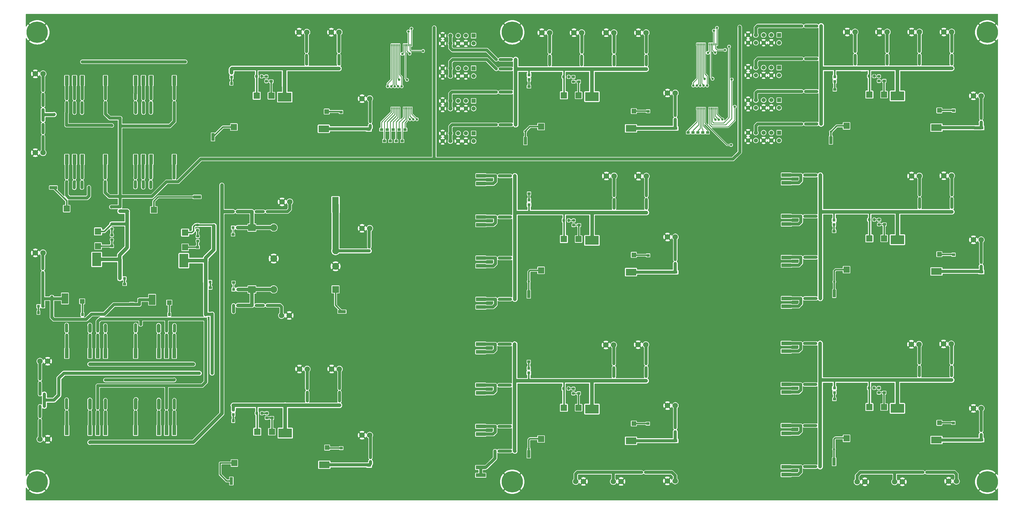
<source format=gbr>
%TF.GenerationSoftware,KiCad,Pcbnew,8.0.1-rc1*%
%TF.CreationDate,2024-04-07T21:12:12-04:00*%
%TF.ProjectId,bcrl_power_supply,6263726c-5f70-46f7-9765-725f73757070,rev?*%
%TF.SameCoordinates,Original*%
%TF.FileFunction,Copper,L1,Top*%
%TF.FilePolarity,Positive*%
%FSLAX46Y46*%
G04 Gerber Fmt 4.6, Leading zero omitted, Abs format (unit mm)*
G04 Created by KiCad (PCBNEW 8.0.1-rc1) date 2024-04-07 21:12:12*
%MOMM*%
%LPD*%
G01*
G04 APERTURE LIST*
G04 Aperture macros list*
%AMRoundRect*
0 Rectangle with rounded corners*
0 $1 Rounding radius*
0 $2 $3 $4 $5 $6 $7 $8 $9 X,Y pos of 4 corners*
0 Add a 4 corners polygon primitive as box body*
4,1,4,$2,$3,$4,$5,$6,$7,$8,$9,$2,$3,0*
0 Add four circle primitives for the rounded corners*
1,1,$1+$1,$2,$3*
1,1,$1+$1,$4,$5*
1,1,$1+$1,$6,$7*
1,1,$1+$1,$8,$9*
0 Add four rect primitives between the rounded corners*
20,1,$1+$1,$2,$3,$4,$5,0*
20,1,$1+$1,$4,$5,$6,$7,0*
20,1,$1+$1,$6,$7,$8,$9,0*
20,1,$1+$1,$8,$9,$2,$3,0*%
G04 Aperture macros list end*
%TA.AperFunction,SMDPad,CuDef*%
%ADD10R,0.950000X0.950000*%
%TD*%
%TA.AperFunction,SMDPad,CuDef*%
%ADD11R,0.970000X1.470000*%
%TD*%
%TA.AperFunction,SMDPad,CuDef*%
%ADD12RoundRect,0.225000X0.250000X-0.225000X0.250000X0.225000X-0.250000X0.225000X-0.250000X-0.225000X0*%
%TD*%
%TA.AperFunction,ComponentPad*%
%ADD13C,7.000000*%
%TD*%
%TA.AperFunction,SMDPad,CuDef*%
%ADD14R,1.470000X0.970000*%
%TD*%
%TA.AperFunction,SMDPad,CuDef*%
%ADD15R,0.300000X0.700000*%
%TD*%
%TA.AperFunction,SMDPad,CuDef*%
%ADD16R,0.300000X1.000000*%
%TD*%
%TA.AperFunction,SMDPad,CuDef*%
%ADD17R,0.600000X0.550000*%
%TD*%
%TA.AperFunction,ComponentPad*%
%ADD18C,1.803400*%
%TD*%
%TA.AperFunction,SMDPad,CuDef*%
%ADD19R,3.180000X1.270000*%
%TD*%
%TA.AperFunction,SMDPad,CuDef*%
%ADD20RoundRect,0.200000X-0.200000X-0.275000X0.200000X-0.275000X0.200000X0.275000X-0.200000X0.275000X0*%
%TD*%
%TA.AperFunction,SMDPad,CuDef*%
%ADD21R,1.000000X0.850000*%
%TD*%
%TA.AperFunction,SMDPad,CuDef*%
%ADD22R,0.650000X0.900000*%
%TD*%
%TA.AperFunction,SMDPad,CuDef*%
%ADD23R,1.000000X2.510000*%
%TD*%
%TA.AperFunction,SMDPad,CuDef*%
%ADD24R,1.270000X3.180000*%
%TD*%
%TA.AperFunction,SMDPad,CuDef*%
%ADD25R,2.030000X2.030000*%
%TD*%
%TA.AperFunction,SMDPad,CuDef*%
%ADD26R,4.450000X2.920000*%
%TD*%
%TA.AperFunction,SMDPad,CuDef*%
%ADD27R,1.520000X1.520000*%
%TD*%
%TA.AperFunction,SMDPad,CuDef*%
%ADD28R,3.680000X2.030000*%
%TD*%
%TA.AperFunction,SMDPad,CuDef*%
%ADD29R,3.430000X2.160000*%
%TD*%
%TA.AperFunction,SMDPad,CuDef*%
%ADD30R,0.900000X1.000000*%
%TD*%
%TA.AperFunction,SMDPad,CuDef*%
%ADD31R,0.550000X0.600000*%
%TD*%
%TA.AperFunction,ComponentPad*%
%ADD32R,1.370000X1.370000*%
%TD*%
%TA.AperFunction,ComponentPad*%
%ADD33C,1.370000*%
%TD*%
%TA.AperFunction,SMDPad,CuDef*%
%ADD34R,0.750000X0.940000*%
%TD*%
%TA.AperFunction,SMDPad,CuDef*%
%ADD35R,0.940000X0.750000*%
%TD*%
%TA.AperFunction,SMDPad,CuDef*%
%ADD36R,0.900000X0.650000*%
%TD*%
%TA.AperFunction,SMDPad,CuDef*%
%ADD37R,2.920000X4.450000*%
%TD*%
%TA.AperFunction,SMDPad,CuDef*%
%ADD38R,2.030000X3.680000*%
%TD*%
%TA.AperFunction,SMDPad,CuDef*%
%ADD39R,2.160000X3.430000*%
%TD*%
%TA.AperFunction,SMDPad,CuDef*%
%ADD40R,1.000000X0.900000*%
%TD*%
%TA.AperFunction,SMDPad,CuDef*%
%ADD41R,2.500000X2.300000*%
%TD*%
%TA.AperFunction,SMDPad,CuDef*%
%ADD42R,2.510000X1.000000*%
%TD*%
%TA.AperFunction,ComponentPad*%
%ADD43R,2.250000X2.250000*%
%TD*%
%TA.AperFunction,ComponentPad*%
%ADD44C,2.250000*%
%TD*%
%TA.AperFunction,SMDPad,CuDef*%
%ADD45R,0.850000X1.000000*%
%TD*%
%TA.AperFunction,SMDPad,CuDef*%
%ADD46RoundRect,0.200000X-0.275000X0.200000X-0.275000X-0.200000X0.275000X-0.200000X0.275000X0.200000X0*%
%TD*%
%TA.AperFunction,SMDPad,CuDef*%
%ADD47R,2.150000X5.100000*%
%TD*%
%TA.AperFunction,ViaPad*%
%ADD48C,0.800000*%
%TD*%
%TA.AperFunction,Conductor*%
%ADD49C,1.000000*%
%TD*%
%TA.AperFunction,Conductor*%
%ADD50C,1.200000*%
%TD*%
%TA.AperFunction,Conductor*%
%ADD51C,0.500000*%
%TD*%
%TA.AperFunction,Conductor*%
%ADD52C,0.250000*%
%TD*%
%TA.AperFunction,Conductor*%
%ADD53C,2.000000*%
%TD*%
G04 APERTURE END LIST*
D10*
%TO.P,D13,1,K*%
%TO.N,Net-(D13-K)*%
X314800000Y-174700000D03*
%TO.P,D13,2,A*%
%TO.N,VDD_RxBFNF*%
X314800000Y-173200000D03*
%TD*%
D11*
%TO.P,C4,1*%
%TO.N,Net-(D1-A)*%
X80070000Y-130900000D03*
%TO.P,C4,2*%
%TO.N,GND*%
X81730000Y-130900000D03*
%TD*%
D12*
%TO.P,C61,1*%
%TO.N,Net-(PS7-TRIM)*%
X229143623Y-119695000D03*
%TO.P,C61,2*%
%TO.N,Net-(C61-Pad2)*%
X229143623Y-118145000D03*
%TD*%
D13*
%TO.P,H2,1,1*%
%TO.N,GND*%
X365000000Y-204000000D03*
%TD*%
D14*
%TO.P,C75,1*%
%TO.N,Net-(PS8-VIN)*%
X260340200Y-190517200D03*
%TO.P,C75,2*%
%TO.N,GND*%
X260340200Y-188857200D03*
%TD*%
D15*
%TO.P,J35,1,1*%
%TO.N,GND*%
X176410000Y-81330000D03*
%TO.P,J35,2,2*%
%TO.N,/TxRFswMUX_PWR_CTRL*%
X175910000Y-81330000D03*
%TO.P,J35,3,3*%
%TO.N,/TxBFNC_PWR_CTRL*%
X175410000Y-81330000D03*
%TO.P,J35,4,4*%
%TO.N,/TxBFNF_PWR_CTRL*%
X174910000Y-81330000D03*
%TO.P,J35,5,5*%
%TO.N,Net-(J35-Pad5)*%
X174410000Y-81330000D03*
%TO.P,J35,6,6*%
%TO.N,Net-(J35-Pad6)*%
X173910000Y-81330000D03*
%TO.P,J35,7,7*%
%TO.N,Net-(J35-Pad7)*%
X173410000Y-81330000D03*
%TO.P,J35,8,8*%
%TO.N,GND*%
X172910000Y-81330000D03*
%TO.P,J35,9,9*%
X172410000Y-81330000D03*
%TO.P,J35,10,10*%
%TO.N,Net-(J35-Pad10)*%
X171910000Y-81330000D03*
%TO.P,J35,11,11*%
%TO.N,Net-(J35-Pad11)*%
X171410000Y-81330000D03*
%TO.P,J35,12,12*%
%TO.N,Net-(J35-Pad12)*%
X170910000Y-81330000D03*
%TO.P,J35,13,13*%
%TO.N,Net-(J35-Pad13)*%
X170410000Y-81330000D03*
%TO.P,J35,14,14*%
%TO.N,Net-(J35-Pad14)*%
X169910000Y-81330000D03*
%TO.P,J35,15,15*%
%TO.N,Net-(J35-Pad15)*%
X169410000Y-81330000D03*
%TO.P,J35,16,16*%
%TO.N,GND*%
X168910000Y-81330000D03*
D16*
%TO.P,J35,S1,SHIELD*%
X177200000Y-78680000D03*
%TO.P,J35,S2,SHIELD__1*%
X168120000Y-78680000D03*
%TD*%
D17*
%TO.P,FB22,1*%
%TO.N,VDD_RPiHAT_p24V*%
X90320000Y-105440000D03*
%TO.P,FB22,2*%
%TO.N,Net-(J15-Pin_3)*%
X90320000Y-104140000D03*
%TD*%
D11*
%TO.P,C12,1*%
%TO.N,Net-(D3-A)*%
X108272000Y-135128000D03*
%TO.P,C12,2*%
%TO.N,GND*%
X106612000Y-135128000D03*
%TD*%
D18*
%TO.P,J21,1,1*%
%TO.N,Net-(FB50-Pad2)*%
X322251576Y-203997201D03*
%TO.P,J21,2,2*%
%TO.N,GND*%
X324791576Y-203997201D03*
%TD*%
D17*
%TO.P,FB56,1*%
%TO.N,+12V_ext*%
X162440000Y-196077201D03*
%TO.P,FB56,2*%
%TO.N,Net-(PS5-VIN)*%
X162440000Y-197377201D03*
%TD*%
D14*
%TO.P,C29,1*%
%TO.N,Net-(D6-A)*%
X144907000Y-68283400D03*
%TO.P,C29,2*%
%TO.N,GND*%
X144907000Y-69943400D03*
%TD*%
D19*
%TO.P,J72,1,Pin_1*%
%TO.N,GND*%
X298960000Y-190640000D03*
%TO.P,J72,2,Pin_2*%
%TO.N,Net-(J72-Pin_2)*%
X298960000Y-188100000D03*
%TO.P,J72,3,Pin_3*%
X298960000Y-185560000D03*
%TO.P,J72,4,Pin_4*%
%TO.N,GND*%
X298960000Y-183020000D03*
%TD*%
D14*
%TO.P,C106,1*%
%TO.N,Net-(PS11-VIN)*%
X358429200Y-190288600D03*
%TO.P,C106,2*%
%TO.N,GND*%
X358429200Y-188628600D03*
%TD*%
D20*
%TO.P,R55,1*%
%TO.N,VDD_RxBFNF*%
X326175000Y-173150000D03*
%TO.P,R55,2*%
%TO.N,Net-(C101-Pad2)*%
X327825000Y-173150000D03*
%TD*%
D14*
%TO.P,C86,1*%
%TO.N,Net-(PS9-VIN)*%
X358708600Y-87672600D03*
%TO.P,C86,2*%
%TO.N,GND*%
X358708600Y-86012600D03*
%TD*%
D21*
%TO.P,R24,1*%
%TO.N,GND*%
X173815000Y-89830000D03*
%TO.P,R24,2*%
%TO.N,Net-(J35-Pad5)*%
X173815000Y-88330000D03*
%TD*%
D17*
%TO.P,FB45,1*%
%TO.N,VDD_RPiHAT_5V*%
X72860000Y-154490000D03*
%TO.P,FB45,2*%
%TO.N,Net-(J20-Pin_2)*%
X72860000Y-155790000D03*
%TD*%
D22*
%TO.P,F22,1*%
%TO.N,Net-(F22-Pad1)*%
X208333623Y-172260000D03*
%TO.P,F22,2*%
%TO.N,VDD_TxBFNF*%
X209783623Y-172260000D03*
%TD*%
D23*
%TO.P,J68,1,Pin_1*%
%TO.N,/RxBFNC_PWR_CTRL*%
X314760000Y-142130000D03*
%TO.P,J68,2,Pin_2*%
%TO.N,GND*%
X317300000Y-145410000D03*
%TD*%
D10*
%TO.P,D5,1,K*%
%TO.N,Net-(D5-K)*%
X118960000Y-140817201D03*
%TO.P,D5,2,A*%
%TO.N,Net-(D5-A)*%
X117460000Y-140817201D03*
%TD*%
D18*
%TO.P,J23,1,1*%
%TO.N,Net-(FB103-Pad2)*%
X242197223Y-203900000D03*
%TO.P,J23,2,2*%
%TO.N,GND*%
X244737223Y-203900000D03*
%TD*%
%TO.P,J67,1,1*%
%TO.N,Net-(FB86-Pad2)*%
X342691584Y-103572799D03*
%TO.P,J67,2,2*%
%TO.N,GND*%
X340151584Y-103572799D03*
%TD*%
D17*
%TO.P,FB81,1*%
%TO.N,Net-(F28-Pad1)*%
X342730000Y-63920000D03*
%TO.P,FB81,2*%
%TO.N,Net-(FB81-Pad2)*%
X342730000Y-62620000D03*
%TD*%
D24*
%TO.P,J14,1,Pin_1*%
%TO.N,Net-(J14-Pin_1)*%
X62700000Y-72200000D03*
%TO.P,J14,2,Pin_2*%
%TO.N,Net-(J14-Pin_2)*%
X65240000Y-72200000D03*
%TO.P,J14,3,Pin_3*%
%TO.N,Net-(J14-Pin_3)*%
X67780000Y-72200000D03*
%TO.P,J14,4,Pin_4*%
%TO.N,GND*%
X70320000Y-72200000D03*
%TO.P,J14,5,Pin_5*%
X72860000Y-72200000D03*
%TO.P,J14,6,Pin_6*%
%TO.N,Net-(J14-Pin_6)*%
X75400000Y-72200000D03*
%TD*%
D25*
%TO.P,PS10,1,ON/OFF*%
%TO.N,/RxBFNC_PWR_CTRL*%
X318790000Y-134310000D03*
%TO.P,PS10,2,GND_1*%
%TO.N,GND*%
X318790000Y-131270000D03*
%TO.P,PS10,3,VS+*%
%TO.N,VDD_RxBFNC*%
X326280000Y-124030000D03*
%TO.P,PS10,4,TRIM*%
%TO.N,Net-(PS10-TRIM)*%
X331110000Y-124030000D03*
D26*
%TO.P,PS10,5,VOUT*%
%TO.N,VDD_RxBFNC*%
X335490000Y-124470000D03*
%TO.P,PS10,6,GND_2*%
%TO.N,GND*%
X341210000Y-124470000D03*
D27*
%TO.P,PS10,7,SYNC*%
%TO.N,Net-(PS10-SYNC)*%
X349270000Y-129230000D03*
D28*
%TO.P,PS10,8,GND_3*%
%TO.N,GND*%
X348460000Y-132030000D03*
D29*
%TO.P,PS10,9,VIN*%
%TO.N,Net-(PS10-VIN)*%
X348320000Y-134890000D03*
%TD*%
D30*
%TO.P,R9,1*%
%TO.N,GND*%
X94760000Y-149010000D03*
%TO.P,R9,2*%
%TO.N,Net-(PS2-SYNC)*%
X96360000Y-149010000D03*
%TD*%
D14*
%TO.P,C95,1*%
%TO.N,Net-(PS10-VIN)*%
X360873400Y-134891200D03*
%TO.P,C95,2*%
%TO.N,GND*%
X360873400Y-133231200D03*
%TD*%
%TO.P,C48,1*%
%TO.N,Net-(PS5-VIN)*%
X161940000Y-198597201D03*
%TO.P,C48,2*%
%TO.N,GND*%
X161940000Y-200257201D03*
%TD*%
D31*
%TO.P,FB96,1*%
%TO.N,Net-(F39-Pad1)*%
X305010000Y-185530000D03*
%TO.P,FB96,2*%
%TO.N,Net-(J72-Pin_2)*%
X303710000Y-185530000D03*
%TD*%
D17*
%TO.P,FB3,1*%
%TO.N,+12V_ext*%
X54854824Y-133997201D03*
%TO.P,FB3,2*%
%TO.N,+12V_PS1_2*%
X54854824Y-135297201D03*
%TD*%
D22*
%TO.P,F2,1*%
%TO.N,VDD_TxRFswMUX*%
X210128623Y-68400000D03*
%TO.P,F2,2*%
%TO.N,Net-(F2-Pad2)*%
X208678623Y-68400000D03*
%TD*%
D19*
%TO.P,J70,1,Pin_1*%
%TO.N,GND*%
X298960000Y-163610000D03*
%TO.P,J70,2,Pin_2*%
%TO.N,Net-(J70-Pin_2)*%
X298960000Y-161070000D03*
%TO.P,J70,3,Pin_3*%
X298960000Y-158530000D03*
%TO.P,J70,4,Pin_4*%
%TO.N,GND*%
X298960000Y-155990000D03*
%TD*%
D17*
%TO.P,FB19,1*%
%TO.N,VSS_RPiHAT_n24V*%
X62700000Y-79450000D03*
%TO.P,FB19,2*%
%TO.N,Net-(J14-Pin_1)*%
X62700000Y-78150000D03*
%TD*%
D18*
%TO.P,J12,1,1*%
%TO.N,+12V_ext*%
X162200000Y-120760000D03*
%TO.P,J12,2,2*%
%TO.N,GND*%
X159660000Y-120760000D03*
%TD*%
D10*
%TO.P,D7,1,K*%
%TO.N,Net-(D7-K)*%
X117410000Y-181907201D03*
%TO.P,D7,2,A*%
%TO.N,Net-(D7-A)*%
X117410000Y-180407201D03*
%TD*%
D18*
%TO.P,J22,1,1*%
%TO.N,Net-(FB50-Pad2)*%
X334588799Y-203997201D03*
%TO.P,J22,2,2*%
%TO.N,GND*%
X337128799Y-203997201D03*
%TD*%
%TO.P,J27,1,1*%
%TO.N,Net-(FB52-Pad2)*%
X141553207Y-56332201D03*
%TO.P,J27,2,2*%
%TO.N,GND*%
X139013207Y-56332201D03*
%TD*%
D20*
%TO.P,R47,1*%
%TO.N,VDD_RxRFswMUX*%
X326205000Y-70770000D03*
%TO.P,R47,2*%
%TO.N,Net-(C81-Pad2)*%
X327855000Y-70770000D03*
%TD*%
D32*
%TO.P,P1,1,1*%
%TO.N,/TxRFswMux & RPi Tx1\u002C2 Connectors/P1.1_VCTRL2_SW1*%
X196303623Y-57478000D03*
D33*
%TO.P,P1,2,2*%
%TO.N,/TxRFswMux & RPi Tx1\u002C2 Connectors/P1.2_VCTRL2_SW2*%
X196303623Y-60018000D03*
%TO.P,P1,3,3*%
%TO.N,/TxRFswMux & RPi Tx1\u002C2 Connectors/P1.3_VCTRL1*%
X193763623Y-57478000D03*
%TO.P,P1,4,4*%
%TO.N,GND*%
X193763623Y-60018000D03*
%TO.P,P1,5,5*%
%TO.N,+3.3V*%
X191223623Y-57478000D03*
%TO.P,P1,6,6*%
%TO.N,GND*%
X191223623Y-60018000D03*
%TO.P,P1,7,7*%
%TO.N,Net-(FB57-Pad2)*%
X188683623Y-57478000D03*
%TO.P,P1,8,8*%
X188683623Y-60018000D03*
%TO.P,P1,9,9*%
%TO.N,GND*%
X186143623Y-57478000D03*
%TO.P,P1,10,10*%
X186143623Y-60018000D03*
%TD*%
D22*
%TO.P,F51,1*%
%TO.N,Net-(F51-Pad1)*%
X124960000Y-115257201D03*
%TO.P,F51,2*%
%TO.N,Net-(D4-A)*%
X123510000Y-115257201D03*
%TD*%
D31*
%TO.P,FB90,1*%
%TO.N,Net-(F34-Pad1)*%
X305080000Y-143770000D03*
%TO.P,FB90,2*%
%TO.N,Net-(J65-Pin_2)*%
X303780000Y-143770000D03*
%TD*%
D14*
%TO.P,C52,1*%
%TO.N,VDD_TxRFswMUX*%
X237337600Y-68486600D03*
%TO.P,C52,2*%
%TO.N,GND*%
X237337600Y-70146600D03*
%TD*%
D31*
%TO.P,FB74,1*%
%TO.N,Net-(F24-Pad1)*%
X204650000Y-193900000D03*
%TO.P,FB74,2*%
%TO.N,Net-(J49-Pin_2)*%
X203350000Y-193900000D03*
%TD*%
D21*
%TO.P,R26,1*%
%TO.N,GND*%
X168940000Y-93570000D03*
%TO.P,R26,2*%
%TO.N,Net-(J35-Pad12)*%
X168940000Y-92070000D03*
%TD*%
D11*
%TO.P,C2,1*%
%TO.N,Net-(D1-A)*%
X80078000Y-134620000D03*
%TO.P,C2,2*%
%TO.N,GND*%
X78418000Y-134620000D03*
%TD*%
D20*
%TO.P,R13,1*%
%TO.N,Net-(D6-A)*%
X125035000Y-70832201D03*
%TO.P,R13,2*%
%TO.N,Net-(C31-Pad2)*%
X126685000Y-70832201D03*
%TD*%
D22*
%TO.P,F54,1*%
%TO.N,Net-(F54-Pad1)*%
X124960000Y-146057201D03*
%TO.P,F54,2*%
%TO.N,Net-(D5-K)*%
X123510000Y-146057201D03*
%TD*%
D17*
%TO.P,FB15,1*%
%TO.N,VDD_RPiHAT_5V*%
X65240000Y-79450000D03*
%TO.P,FB15,2*%
%TO.N,Net-(J14-Pin_2)*%
X65240000Y-78150000D03*
%TD*%
D34*
%TO.P,C53,1*%
%TO.N,VDD_TxRFswMUX*%
X235303623Y-72500000D03*
%TO.P,C53,2*%
%TO.N,GND*%
X236703623Y-72500000D03*
%TD*%
D31*
%TO.P,FB71,1*%
%TO.N,Net-(F21-Pad1)*%
X204683623Y-158760000D03*
%TO.P,FB71,2*%
%TO.N,Net-(J46-Pin_2)*%
X203383623Y-158760000D03*
%TD*%
D35*
%TO.P,C74,1*%
%TO.N,Net-(PS8-VIN)*%
X253441200Y-190488800D03*
%TO.P,C74,2*%
%TO.N,GND*%
X253441200Y-189088800D03*
%TD*%
D18*
%TO.P,J30,1,1*%
%TO.N,Net-(FB54-Pad2)*%
X152231623Y-166957201D03*
%TO.P,J30,2,2*%
%TO.N,GND*%
X149691623Y-166957201D03*
%TD*%
D21*
%TO.P,R3,1*%
%TO.N,GND*%
X77485000Y-128050000D03*
%TO.P,R3,2*%
%TO.N,Net-(PS1-TRIM)*%
X77485000Y-126550000D03*
%TD*%
D35*
%TO.P,C44,1*%
%TO.N,Net-(PS5-VIN)*%
X152806400Y-198388200D03*
%TO.P,C44,2*%
%TO.N,GND*%
X152806400Y-196988200D03*
%TD*%
D17*
%TO.P,FB2,1*%
%TO.N,Net-(F47-Pad1)*%
X54905176Y-89350000D03*
%TO.P,FB2,2*%
%TO.N,Net-(FB2-Pad2)*%
X54905176Y-90650000D03*
%TD*%
D14*
%TO.P,C80,1*%
%TO.N,VDD_RxRFswMUX*%
X324383400Y-68385000D03*
%TO.P,C80,2*%
%TO.N,GND*%
X324383400Y-70045000D03*
%TD*%
D31*
%TO.P,FB88,1*%
%TO.N,Net-(F32-Pad1)*%
X305080000Y-116770000D03*
%TO.P,FB88,2*%
%TO.N,Net-(J63-Pin_2)*%
X303780000Y-116770000D03*
%TD*%
%TO.P,FB95,1*%
%TO.N,Net-(F38-Pad1)*%
X305010000Y-172030000D03*
%TO.P,FB95,2*%
%TO.N,Net-(J71-Pin_2)*%
X303710000Y-172030000D03*
%TD*%
D17*
%TO.P,FB35,1*%
%TO.N,VDD_RPiHAT_5V*%
X72860000Y-179760000D03*
%TO.P,FB35,2*%
%TO.N,Net-(J18-Pin_2)*%
X72860000Y-181060000D03*
%TD*%
D19*
%TO.P,J41,1,Pin_1*%
%TO.N,GND*%
X198703623Y-149110000D03*
%TO.P,J41,2,Pin_2*%
%TO.N,Net-(J41-Pin_2)*%
X198703623Y-146570000D03*
%TO.P,J41,3,Pin_3*%
X198703623Y-144030000D03*
%TO.P,J41,4,Pin_4*%
%TO.N,GND*%
X198703623Y-141490000D03*
%TD*%
D21*
%TO.P,R37,1*%
%TO.N,GND*%
X214433623Y-163060000D03*
%TO.P,R37,2*%
%TO.N,Net-(D10-K)*%
X214433623Y-164560000D03*
%TD*%
D25*
%TO.P,PS11,1,ON/OFF*%
%TO.N,/RxBFNF_PWR_CTRL*%
X318790000Y-189710000D03*
%TO.P,PS11,2,GND_1*%
%TO.N,GND*%
X318790000Y-186670000D03*
%TO.P,PS11,3,VS+*%
%TO.N,VDD_RxBFNF*%
X326280000Y-179430000D03*
%TO.P,PS11,4,TRIM*%
%TO.N,Net-(PS11-TRIM)*%
X331110000Y-179430000D03*
D26*
%TO.P,PS11,5,VOUT*%
%TO.N,VDD_RxBFNF*%
X335490000Y-179870000D03*
%TO.P,PS11,6,GND_2*%
%TO.N,GND*%
X341210000Y-179870000D03*
D27*
%TO.P,PS11,7,SYNC*%
%TO.N,Net-(PS11-SYNC)*%
X349270000Y-184630000D03*
D28*
%TO.P,PS11,8,GND_3*%
%TO.N,GND*%
X348460000Y-187430000D03*
D29*
%TO.P,PS11,9,VIN*%
%TO.N,Net-(PS11-VIN)*%
X348320000Y-190290000D03*
%TD*%
D31*
%TO.P,FB38,1*%
%TO.N,Net-(J18-Pin_1)*%
X75400000Y-182790000D03*
%TO.P,FB38,2*%
%TO.N,GND*%
X76700000Y-182790000D03*
%TD*%
D17*
%TO.P,FB52,1*%
%TO.N,Net-(F42-Pad1)*%
X141560000Y-63982201D03*
%TO.P,FB52,2*%
%TO.N,Net-(FB52-Pad2)*%
X141560000Y-62682201D03*
%TD*%
D36*
%TO.P,F43,1*%
%TO.N,Net-(F43-Pad1)*%
X152260000Y-177432201D03*
%TO.P,F43,2*%
%TO.N,Net-(D7-A)*%
X152260000Y-178882201D03*
%TD*%
D18*
%TO.P,J24,1,1*%
%TO.N,Net-(FB103-Pad2)*%
X229860000Y-203900000D03*
%TO.P,J24,2,2*%
%TO.N,GND*%
X232400000Y-203900000D03*
%TD*%
D12*
%TO.P,C41,1*%
%TO.N,Net-(PS5-TRIM)*%
X128360000Y-183032201D03*
%TO.P,C41,2*%
%TO.N,Net-(C41-Pad2)*%
X128360000Y-181482201D03*
%TD*%
D25*
%TO.P,PS2,1,ON/OFF*%
%TO.N,Net-(J7-Pin_1)*%
X91280000Y-114660000D03*
%TO.P,PS2,2,GND_1*%
%TO.N,GND*%
X94320000Y-114660000D03*
%TO.P,PS2,3,VS+*%
%TO.N,Net-(D3-A)*%
X101560000Y-122150000D03*
%TO.P,PS2,4,TRIM*%
%TO.N,Net-(PS2-TRIM)*%
X101560000Y-126980000D03*
D37*
%TO.P,PS2,5,VOUT*%
%TO.N,Net-(D3-A)*%
X101120000Y-131360000D03*
%TO.P,PS2,6,GND_2*%
%TO.N,GND*%
X101120000Y-137080000D03*
D27*
%TO.P,PS2,7,SYNC*%
%TO.N,Net-(PS2-SYNC)*%
X96360000Y-145140000D03*
D38*
%TO.P,PS2,8,GND_3*%
%TO.N,GND*%
X93560000Y-144330000D03*
D39*
%TO.P,PS2,9,VIN*%
%TO.N,+12V_PS1_2*%
X90700000Y-144190000D03*
%TD*%
D35*
%TO.P,C5,1*%
%TO.N,Net-(D1-A)*%
X77400000Y-131000000D03*
%TO.P,C5,2*%
%TO.N,GND*%
X77400000Y-132400000D03*
%TD*%
D34*
%TO.P,C73,1*%
%TO.N,VDD_TxBFNF*%
X235273623Y-174880000D03*
%TO.P,C73,2*%
%TO.N,GND*%
X236673623Y-174880000D03*
%TD*%
D17*
%TO.P,FB93,1*%
%TO.N,Net-(F36-Pad1)*%
X342700000Y-166300000D03*
%TO.P,FB93,2*%
%TO.N,Net-(FB93-Pad2)*%
X342700000Y-165000000D03*
%TD*%
D22*
%TO.P,F24,1*%
%TO.N,Net-(F24-Pad1)*%
X208375000Y-193900000D03*
%TO.P,F24,2*%
%TO.N,VDD_TxBFNF*%
X209825000Y-193900000D03*
%TD*%
D40*
%TO.P,R32,1*%
%TO.N,GND*%
X253603623Y-83900000D03*
%TO.P,R32,2*%
%TO.N,Net-(PS6-SYNC)*%
X253603623Y-82300000D03*
%TD*%
D18*
%TO.P,J82,1,1*%
%TO.N,+12V_ext*%
X262473600Y-203705598D03*
%TO.P,J82,2,2*%
%TO.N,GND*%
X259933600Y-203705598D03*
%TD*%
D17*
%TO.P,FB40,1*%
%TO.N,+3.3V*%
X85300000Y-154490000D03*
%TO.P,FB40,2*%
%TO.N,Net-(J19-Pin_6)*%
X85300000Y-155790000D03*
%TD*%
D12*
%TO.P,C91,1*%
%TO.N,Net-(PS10-TRIM)*%
X329470000Y-119465000D03*
%TO.P,C91,2*%
%TO.N,Net-(C91-Pad2)*%
X329470000Y-117915000D03*
%TD*%
D35*
%TO.P,C104,1*%
%TO.N,Net-(PS11-VIN)*%
X353745800Y-190260200D03*
%TO.P,C104,2*%
%TO.N,GND*%
X353745800Y-188860200D03*
%TD*%
D25*
%TO.P,PS8,1,ON/OFF*%
%TO.N,/TxBFNF_PWR_CTRL*%
X218463623Y-189940000D03*
%TO.P,PS8,2,GND_1*%
%TO.N,GND*%
X218463623Y-186900000D03*
%TO.P,PS8,3,VS+*%
%TO.N,VDD_TxBFNF*%
X225953623Y-179660000D03*
%TO.P,PS8,4,TRIM*%
%TO.N,Net-(PS8-TRIM)*%
X230783623Y-179660000D03*
D26*
%TO.P,PS8,5,VOUT*%
%TO.N,VDD_TxBFNF*%
X235163623Y-180100000D03*
%TO.P,PS8,6,GND_2*%
%TO.N,GND*%
X240883623Y-180100000D03*
D27*
%TO.P,PS8,7,SYNC*%
%TO.N,Net-(PS8-SYNC)*%
X248943623Y-184860000D03*
D28*
%TO.P,PS8,8,GND_3*%
%TO.N,GND*%
X248133623Y-187660000D03*
D29*
%TO.P,PS8,9,VIN*%
%TO.N,Net-(PS8-VIN)*%
X247993623Y-190520000D03*
%TD*%
D14*
%TO.P,C77,1*%
%TO.N,Net-(PS8-VIN)*%
X255940200Y-190517200D03*
%TO.P,C77,2*%
%TO.N,GND*%
X255940200Y-188857200D03*
%TD*%
D21*
%TO.P,R45,1*%
%TO.N,GND*%
X268370000Y-90770000D03*
%TO.P,R45,2*%
%TO.N,Net-(J55-Pad14)*%
X268370000Y-89270000D03*
%TD*%
%TO.P,R11,1*%
%TO.N,Net-(D5-A)*%
X117460000Y-138550000D03*
%TO.P,R11,2*%
%TO.N,GND*%
X117460000Y-137050000D03*
%TD*%
D14*
%TO.P,C35,1*%
%TO.N,Net-(PS4-VIN)*%
X159578400Y-88053600D03*
%TO.P,C35,2*%
%TO.N,GND*%
X159578400Y-86393600D03*
%TD*%
D36*
%TO.P,F25,1*%
%TO.N,Net-(F25-Pad1)*%
X353370000Y-113865000D03*
%TO.P,F25,2*%
%TO.N,VDD_RxBFNC*%
X353370000Y-115315000D03*
%TD*%
D21*
%TO.P,R18,1*%
%TO.N,GND*%
X130080000Y-181510000D03*
%TO.P,R18,2*%
%TO.N,Net-(PS5-TRIM)*%
X130080000Y-183010000D03*
%TD*%
D23*
%TO.P,J28,1,Pin_1*%
%TO.N,Net-(J28-Pin_1)*%
X110710000Y-90730000D03*
%TO.P,J28,2,Pin_2*%
%TO.N,GND*%
X113250000Y-94010000D03*
%TD*%
D31*
%TO.P,FB28,1*%
%TO.N,Net-(J16-Pin_1)*%
X62690000Y-102410000D03*
%TO.P,FB28,2*%
%TO.N,GND*%
X61390000Y-102410000D03*
%TD*%
D21*
%TO.P,R54,1*%
%TO.N,GND*%
X314800000Y-178350000D03*
%TO.P,R54,2*%
%TO.N,Net-(D13-K)*%
X314800000Y-176850000D03*
%TD*%
D36*
%TO.P,F46,1*%
%TO.N,Net-(F46-Pad1)*%
X54905176Y-80375000D03*
%TO.P,F46,2*%
%TO.N,Net-(D1-A)*%
X54905176Y-81825000D03*
%TD*%
D14*
%TO.P,C87,1*%
%TO.N,Net-(PS9-VIN)*%
X356508600Y-87672600D03*
%TO.P,C87,2*%
%TO.N,GND*%
X356508600Y-86012600D03*
%TD*%
%TO.P,C30,1*%
%TO.N,Net-(D6-A)*%
X138607800Y-68283400D03*
%TO.P,C30,2*%
%TO.N,GND*%
X138607800Y-69943400D03*
%TD*%
D24*
%TO.P,J15,1,Pin_1*%
%TO.N,Net-(J15-Pin_1)*%
X85300000Y-98100000D03*
%TO.P,J15,2,Pin_2*%
%TO.N,Net-(J15-Pin_2)*%
X87840000Y-98100000D03*
%TO.P,J15,3,Pin_3*%
%TO.N,Net-(J15-Pin_3)*%
X90380000Y-98100000D03*
%TO.P,J15,4,Pin_4*%
%TO.N,GND*%
X92920000Y-98100000D03*
%TO.P,J15,5,Pin_5*%
X95460000Y-98100000D03*
%TO.P,J15,6,Pin_6*%
%TO.N,Net-(J15-Pin_6)*%
X98000000Y-98100000D03*
%TD*%
D31*
%TO.P,FB8,1*%
%TO.N,Net-(F54-Pad1)*%
X127240000Y-146057201D03*
%TO.P,FB8,2*%
%TO.N,Net-(FB8-Pad2)*%
X128540000Y-146057201D03*
%TD*%
D22*
%TO.P,F31,1*%
%TO.N,Net-(F31-Pad1)*%
X308730000Y-103270000D03*
%TO.P,F31,2*%
%TO.N,VDD_RxBFNC*%
X310180000Y-103270000D03*
%TD*%
D19*
%TO.P,J49,1,Pin_1*%
%TO.N,GND*%
X198633623Y-204370000D03*
%TO.P,J49,2,Pin_2*%
%TO.N,Net-(J49-Pin_2)*%
X198633623Y-201830000D03*
%TO.P,J49,3,Pin_3*%
X198633623Y-199290000D03*
%TO.P,J49,4,Pin_4*%
%TO.N,GND*%
X198633623Y-196750000D03*
%TD*%
D13*
%TO.P,H4,1,1*%
%TO.N,GND*%
X209000000Y-204000000D03*
%TD*%
D14*
%TO.P,C99,1*%
%TO.N,VDD_RxBFNF*%
X322224400Y-170543800D03*
%TO.P,C99,2*%
%TO.N,GND*%
X322224400Y-172203800D03*
%TD*%
D22*
%TO.P,F1,1*%
%TO.N,VDD_TxRFswMUX*%
X210125000Y-65300000D03*
%TO.P,F1,2*%
%TO.N,Net-(F1-Pad2)*%
X208675000Y-65300000D03*
%TD*%
D14*
%TO.P,C47,1*%
%TO.N,Net-(PS5-VIN)*%
X155305400Y-198416600D03*
%TO.P,C47,2*%
%TO.N,GND*%
X155305400Y-196756600D03*
%TD*%
D10*
%TO.P,D1,1,K*%
%TO.N,Net-(D1-K)*%
X81650000Y-137200000D03*
%TO.P,D1,2,A*%
%TO.N,Net-(D1-A)*%
X80150000Y-137200000D03*
%TD*%
D17*
%TO.P,FB84,1*%
%TO.N,+12V_ext*%
X362995176Y-84572799D03*
%TO.P,FB84,2*%
%TO.N,Net-(PS9-VIN)*%
X362995176Y-85872799D03*
%TD*%
D14*
%TO.P,C40,1*%
%TO.N,Net-(D7-A)*%
X145770600Y-178925800D03*
%TO.P,C40,2*%
%TO.N,GND*%
X145770600Y-180585800D03*
%TD*%
D19*
%TO.P,J48,1,Pin_1*%
%TO.N,GND*%
X198633623Y-190870000D03*
%TO.P,J48,2,Pin_2*%
%TO.N,Net-(J48-Pin_2)*%
X198633623Y-188330000D03*
%TO.P,J48,3,Pin_3*%
X198633623Y-185790000D03*
%TO.P,J48,4,Pin_4*%
%TO.N,GND*%
X198633623Y-183250000D03*
%TD*%
%TO.P,J63,1,Pin_1*%
%TO.N,GND*%
X299030000Y-121850000D03*
%TO.P,J63,2,Pin_2*%
%TO.N,Net-(J63-Pin_2)*%
X299030000Y-119310000D03*
%TO.P,J63,3,Pin_3*%
X299030000Y-116770000D03*
%TO.P,J63,4,Pin_4*%
%TO.N,GND*%
X299030000Y-114230000D03*
%TD*%
D18*
%TO.P,J57,1,1*%
%TO.N,Net-(FB81-Pad2)*%
X342723207Y-56270000D03*
%TO.P,J57,2,2*%
%TO.N,GND*%
X340183207Y-56270000D03*
%TD*%
D14*
%TO.P,C85,1*%
%TO.N,Net-(PS9-VIN)*%
X360908600Y-87672600D03*
%TO.P,C85,2*%
%TO.N,GND*%
X360908600Y-86012600D03*
%TD*%
D21*
%TO.P,R22,1*%
%TO.N,GND*%
X172850000Y-93570000D03*
%TO.P,R22,2*%
%TO.N,Net-(J35-Pad6)*%
X172850000Y-92070000D03*
%TD*%
D23*
%TO.P,J52,1,Pin_1*%
%TO.N,/TxBFNF_PWR_CTRL*%
X214430000Y-194860000D03*
%TO.P,J52,2,Pin_2*%
%TO.N,GND*%
X216970000Y-198140000D03*
%TD*%
D17*
%TO.P,FB51,1*%
%TO.N,Net-(F41-Pad1)*%
X152160000Y-63982201D03*
%TO.P,FB51,2*%
%TO.N,Net-(FB51-Pad2)*%
X152160000Y-62682201D03*
%TD*%
D22*
%TO.P,F55,1*%
%TO.N,Net-(D5-K)*%
X118910000Y-146057201D03*
%TO.P,F55,2*%
%TO.N,VSS_RPiHAT_n24V*%
X117460000Y-146057201D03*
%TD*%
D31*
%TO.P,FB103,1*%
%TO.N,+12V_ext*%
X252783600Y-200902799D03*
%TO.P,FB103,2*%
%TO.N,Net-(FB103-Pad2)*%
X251483600Y-200902799D03*
%TD*%
D14*
%TO.P,C67,1*%
%TO.N,Net-(PS7-VIN)*%
X260273800Y-135094400D03*
%TO.P,C67,2*%
%TO.N,GND*%
X260273800Y-133434400D03*
%TD*%
D17*
%TO.P,FB85,1*%
%TO.N,Net-(F25-Pad1)*%
X353370000Y-111040000D03*
%TO.P,FB85,2*%
%TO.N,Net-(FB85-Pad2)*%
X353370000Y-109740000D03*
%TD*%
D21*
%TO.P,R41,1*%
%TO.N,GND*%
X269970000Y-90770000D03*
%TO.P,R41,2*%
%TO.N,Net-(J55-Pad13)*%
X269970000Y-89270000D03*
%TD*%
D17*
%TO.P,FB5,1*%
%TO.N,Net-(F48-Pad1)*%
X53900000Y-182550000D03*
%TO.P,FB5,2*%
%TO.N,Net-(FB5-Pad2)*%
X53900000Y-183850000D03*
%TD*%
D31*
%TO.P,FB67,1*%
%TO.N,Net-(F16-Pad1)*%
X204753623Y-144000000D03*
%TO.P,FB67,2*%
%TO.N,Net-(J41-Pin_2)*%
X203453623Y-144000000D03*
%TD*%
D41*
%TO.P,C22,1*%
%TO.N,GND*%
X123510000Y-134617201D03*
%TO.P,C22,2*%
%TO.N,Net-(D5-K)*%
X123510000Y-140817201D03*
%TD*%
D17*
%TO.P,FB92,1*%
%TO.N,Net-(F35-Pad1)*%
X353300000Y-166300000D03*
%TO.P,FB92,2*%
%TO.N,Net-(FB92-Pad2)*%
X353300000Y-165000000D03*
%TD*%
%TO.P,FB9,1*%
%TO.N,+12V_ext*%
X162050000Y-126850000D03*
%TO.P,FB9,2*%
%TO.N,Net-(PS3-VIN)*%
X162050000Y-128150000D03*
%TD*%
D31*
%TO.P,FB36,1*%
%TO.N,Net-(J17-Pin_1)*%
X98000000Y-182790000D03*
%TO.P,FB36,2*%
%TO.N,GND*%
X99300000Y-182790000D03*
%TD*%
D35*
%TO.P,C6,1*%
%TO.N,+12V_PS1_2*%
X57810000Y-143310000D03*
%TO.P,C6,2*%
%TO.N,GND*%
X57810000Y-141910000D03*
%TD*%
D18*
%TO.P,J6,1,1*%
%TO.N,Net-(FB5-Pad2)*%
X53900000Y-190000000D03*
%TO.P,J6,2,2*%
%TO.N,GND*%
X56440000Y-190000000D03*
%TD*%
%TO.P,J1,1,1*%
%TO.N,Net-(FB1-Pad2)*%
X54905176Y-70002799D03*
%TO.P,J1,2,2*%
%TO.N,GND*%
X52365176Y-70002799D03*
%TD*%
D21*
%TO.P,R46,1*%
%TO.N,GND*%
X314900000Y-76662500D03*
%TO.P,R46,2*%
%TO.N,Net-(D11-K)*%
X314900000Y-75162500D03*
%TD*%
D14*
%TO.P,C82,1*%
%TO.N,VDD_RxRFswMUX*%
X337642200Y-68232600D03*
%TO.P,C82,2*%
%TO.N,GND*%
X337642200Y-69892600D03*
%TD*%
D31*
%TO.P,FB58,1*%
%TO.N,Net-(F2-Pad2)*%
X205053623Y-68400000D03*
%TO.P,FB58,2*%
%TO.N,Net-(FB58-Pad2)*%
X203753623Y-68400000D03*
%TD*%
D10*
%TO.P,D4,1,K*%
%TO.N,Net-(D4-K)*%
X117310000Y-120497201D03*
%TO.P,D4,2,A*%
%TO.N,Net-(D4-A)*%
X118810000Y-120497201D03*
%TD*%
D18*
%TO.P,J75,1,1*%
%TO.N,Net-(FB93-Pad2)*%
X342621584Y-158832799D03*
%TO.P,J75,2,2*%
%TO.N,GND*%
X340081584Y-158832799D03*
%TD*%
D42*
%TO.P,J7,1,Pin_1*%
%TO.N,Net-(J7-Pin_1)*%
X105520000Y-110410000D03*
%TO.P,J7,2,Pin_2*%
%TO.N,GND*%
X108800000Y-107870000D03*
%TD*%
D18*
%TO.P,J4,1,1*%
%TO.N,+12V_ext*%
X54905176Y-128812799D03*
%TO.P,J4,2,2*%
%TO.N,GND*%
X52365176Y-128812799D03*
%TD*%
D17*
%TO.P,FB31,1*%
%TO.N,+3.3V*%
X62700000Y-179760000D03*
%TO.P,FB31,2*%
%TO.N,Net-(J18-Pin_6)*%
X62700000Y-181060000D03*
%TD*%
D14*
%TO.P,C32,1*%
%TO.N,Net-(D6-A)*%
X136626600Y-68283400D03*
%TO.P,C32,2*%
%TO.N,GND*%
X136626600Y-69943400D03*
%TD*%
D40*
%TO.P,R53,1*%
%TO.N,GND*%
X353930000Y-131000000D03*
%TO.P,R53,2*%
%TO.N,Net-(PS10-SYNC)*%
X353930000Y-129400000D03*
%TD*%
D18*
%TO.P,J53,1,1*%
%TO.N,+12V_ext*%
X262540000Y-178970000D03*
%TO.P,J53,2,2*%
%TO.N,GND*%
X260000000Y-178970000D03*
%TD*%
D25*
%TO.P,PS7,1,ON/OFF*%
%TO.N,/TxBFNC_PWR_CTRL*%
X218463623Y-134540000D03*
%TO.P,PS7,2,GND_1*%
%TO.N,GND*%
X218463623Y-131500000D03*
%TO.P,PS7,3,VS+*%
%TO.N,VDD_TxBFNC*%
X225953623Y-124260000D03*
%TO.P,PS7,4,TRIM*%
%TO.N,Net-(PS7-TRIM)*%
X230783623Y-124260000D03*
D26*
%TO.P,PS7,5,VOUT*%
%TO.N,VDD_TxBFNC*%
X235163623Y-124700000D03*
%TO.P,PS7,6,GND_2*%
%TO.N,GND*%
X240883623Y-124700000D03*
D27*
%TO.P,PS7,7,SYNC*%
%TO.N,Net-(PS7-SYNC)*%
X248943623Y-129460000D03*
D28*
%TO.P,PS7,8,GND_3*%
%TO.N,GND*%
X248133623Y-132260000D03*
D29*
%TO.P,PS7,9,VIN*%
%TO.N,Net-(PS7-VIN)*%
X247993623Y-135120000D03*
%TD*%
D14*
%TO.P,C90,1*%
%TO.N,VDD_RxBFNC*%
X319251400Y-115324200D03*
%TO.P,C90,2*%
%TO.N,GND*%
X319251400Y-116984200D03*
%TD*%
D12*
%TO.P,C71,1*%
%TO.N,Net-(PS8-TRIM)*%
X229073623Y-174955000D03*
%TO.P,C71,2*%
%TO.N,Net-(C71-Pad2)*%
X229073623Y-173405000D03*
%TD*%
D18*
%TO.P,J42,1,1*%
%TO.N,Net-(FB62-Pad2)*%
X253020000Y-103620000D03*
%TO.P,J42,2,2*%
%TO.N,GND*%
X250480000Y-103620000D03*
%TD*%
D22*
%TO.P,F7,1*%
%TO.N,VDD_RxRFswMUX*%
X310455000Y-75770000D03*
%TO.P,F7,2*%
%TO.N,Net-(F7-Pad2)*%
X309005000Y-75770000D03*
%TD*%
D17*
%TO.P,FB30,1*%
%TO.N,+3.3V*%
X85300000Y-179760000D03*
%TO.P,FB30,2*%
%TO.N,Net-(J17-Pin_6)*%
X85300000Y-181060000D03*
%TD*%
D18*
%TO.P,J9,1,1*%
%TO.N,Net-(FB7-Pad2)*%
X135930000Y-112057201D03*
%TO.P,J9,2,2*%
%TO.N,GND*%
X133390000Y-112057201D03*
%TD*%
D32*
%TO.P,P6,1,1*%
%TO.N,/RxRFswMux & RPi Rx1\u002C 2 Connectors/P2.1_VCTRL2_SW1*%
X296630000Y-67942000D03*
D33*
%TO.P,P6,2,2*%
%TO.N,/RxRFswMux & RPi Rx1\u002C 2 Connectors/P2.2_VCTRL2_SW2*%
X296630000Y-70482000D03*
%TO.P,P6,3,3*%
%TO.N,/RxRFswMux & RPi Rx1\u002C 2 Connectors/P2.3_VCTRL1*%
X294090000Y-67942000D03*
%TO.P,P6,4,4*%
%TO.N,GND*%
X294090000Y-70482000D03*
%TO.P,P6,5,5*%
%TO.N,+3.3V*%
X291550000Y-67942000D03*
%TO.P,P6,6,6*%
%TO.N,GND*%
X291550000Y-70482000D03*
%TO.P,P6,7,7*%
%TO.N,Net-(FB77-Pad2)*%
X289010000Y-67942000D03*
%TO.P,P6,8,8*%
%TO.N,/RxRFswMux & RPi Rx1\u002C 2 Connectors/LNA_SHUTDOWN_2*%
X289010000Y-70482000D03*
%TO.P,P6,9,9*%
%TO.N,GND*%
X286470000Y-67942000D03*
%TO.P,P6,10,10*%
X286470000Y-70482000D03*
%TD*%
D19*
%TO.P,J39,1,Pin_1*%
%TO.N,GND*%
X198703623Y-122080000D03*
%TO.P,J39,2,Pin_2*%
%TO.N,Net-(J39-Pin_2)*%
X198703623Y-119540000D03*
%TO.P,J39,3,Pin_3*%
X198703623Y-117000000D03*
%TO.P,J39,4,Pin_4*%
%TO.N,GND*%
X198703623Y-114460000D03*
%TD*%
D15*
%TO.P,J55,1,1*%
%TO.N,GND*%
X276740000Y-81400000D03*
%TO.P,J55,2,2*%
%TO.N,/RxRFswMUX_PWR_CTRL*%
X276240000Y-81400000D03*
%TO.P,J55,3,3*%
%TO.N,/RxBFNC_PWR_CTRL*%
X275740000Y-81400000D03*
%TO.P,J55,4,4*%
%TO.N,/RxBFNF_PWR_CTRL*%
X275240000Y-81400000D03*
%TO.P,J55,5,5*%
%TO.N,/RxRFswMux & RPi Rx1\u002C 2 Connectors/LNA_SHUTDOWN_1*%
X274740000Y-81400000D03*
%TO.P,J55,6,6*%
%TO.N,/RxRFswMux & RPi Rx1\u002C 2 Connectors/LNA_SHUTDOWN_2*%
X274240000Y-81400000D03*
%TO.P,J55,7,7*%
%TO.N,/RxRFswMux & RPi Rx1\u002C 2 Connectors/LNA_SHUTDOWN_3*%
X273740000Y-81400000D03*
%TO.P,J55,8,8*%
%TO.N,GND*%
X273240000Y-81400000D03*
%TO.P,J55,9,9*%
X272740000Y-81400000D03*
%TO.P,J55,10,10*%
%TO.N,/RxRFswMux & RPi Rx1\u002C 2 Connectors/LNA_SHUTDOWN_4*%
X272240000Y-81400000D03*
%TO.P,J55,11,11*%
%TO.N,Net-(J55-Pad11)*%
X271740000Y-81400000D03*
%TO.P,J55,12,12*%
%TO.N,Net-(J55-Pad12)*%
X271240000Y-81400000D03*
%TO.P,J55,13,13*%
%TO.N,Net-(J55-Pad13)*%
X270740000Y-81400000D03*
%TO.P,J55,14,14*%
%TO.N,Net-(J55-Pad14)*%
X270240000Y-81400000D03*
%TO.P,J55,15,15*%
%TO.N,Net-(J55-Pad15)*%
X269740000Y-81400000D03*
%TO.P,J55,16,16*%
%TO.N,GND*%
X269240000Y-81400000D03*
D16*
%TO.P,J55,S1,SHIELD*%
X277530000Y-78750000D03*
%TO.P,J55,S2,SHIELD__1*%
X268450000Y-78750000D03*
%TD*%
D36*
%TO.P,F19,1*%
%TO.N,Net-(F19-Pad1)*%
X252973623Y-169355000D03*
%TO.P,F19,2*%
%TO.N,VDD_TxBFNF*%
X252973623Y-170805000D03*
%TD*%
D17*
%TO.P,FB39,1*%
%TO.N,VSS_RPiHAT_n24V*%
X75400000Y-179760000D03*
%TO.P,FB39,2*%
%TO.N,Net-(J18-Pin_1)*%
X75400000Y-181060000D03*
%TD*%
%TO.P,FB23,1*%
%TO.N,VDD_RPiHAT_p24V*%
X67780000Y-105440000D03*
%TO.P,FB23,2*%
%TO.N,Net-(J16-Pin_3)*%
X67780000Y-104140000D03*
%TD*%
D22*
%TO.P,F39,1*%
%TO.N,Net-(F39-Pad1)*%
X308660000Y-185530000D03*
%TO.P,F39,2*%
%TO.N,VDD_RxBFNF*%
X310110000Y-185530000D03*
%TD*%
D14*
%TO.P,C55,1*%
%TO.N,Net-(PS6-VIN)*%
X262540000Y-87900000D03*
%TO.P,C55,2*%
%TO.N,GND*%
X262540000Y-89560000D03*
%TD*%
D17*
%TO.P,FB44,1*%
%TO.N,VDD_RPiHAT_5V*%
X95460000Y-154490000D03*
%TO.P,FB44,2*%
%TO.N,Net-(J19-Pin_2)*%
X95460000Y-155790000D03*
%TD*%
%TO.P,FB27,1*%
%TO.N,VSS_RPiHAT_n24V*%
X85240000Y-105440000D03*
%TO.P,FB27,2*%
%TO.N,Net-(J15-Pin_1)*%
X85240000Y-104140000D03*
%TD*%
D31*
%TO.P,FB73,1*%
%TO.N,Net-(F23-Pad1)*%
X204683623Y-185760000D03*
%TO.P,FB73,2*%
%TO.N,Net-(J48-Pin_2)*%
X203383623Y-185760000D03*
%TD*%
D17*
%TO.P,FB63,1*%
%TO.N,Net-(F18-Pad1)*%
X242443623Y-111270000D03*
%TO.P,FB63,2*%
%TO.N,Net-(FB63-Pad2)*%
X242443623Y-109970000D03*
%TD*%
%TO.P,FB99,1*%
%TO.N,Net-(F9-Pad1)*%
X253003623Y-64150000D03*
%TO.P,FB99,2*%
%TO.N,Net-(FB99-Pad2)*%
X253003623Y-62850000D03*
%TD*%
D19*
%TO.P,J73,1,Pin_1*%
%TO.N,GND*%
X298960000Y-204140000D03*
%TO.P,J73,2,Pin_2*%
%TO.N,Net-(J73-Pin_2)*%
X298960000Y-201600000D03*
%TO.P,J73,3,Pin_3*%
X298960000Y-199060000D03*
%TO.P,J73,4,Pin_4*%
%TO.N,GND*%
X298960000Y-196520000D03*
%TD*%
D14*
%TO.P,C39,1*%
%TO.N,Net-(D7-A)*%
X136245600Y-178925800D03*
%TO.P,C39,2*%
%TO.N,GND*%
X136245600Y-180585800D03*
%TD*%
D11*
%TO.P,C10,1*%
%TO.N,+12V_PS1_2*%
X54904824Y-143843869D03*
%TO.P,C10,2*%
%TO.N,GND*%
X53244824Y-143843869D03*
%TD*%
D31*
%TO.P,FB57,1*%
%TO.N,Net-(F1-Pad2)*%
X205050000Y-65300000D03*
%TO.P,FB57,2*%
%TO.N,Net-(FB57-Pad2)*%
X203750000Y-65300000D03*
%TD*%
D17*
%TO.P,FB68,1*%
%TO.N,+12V_ext*%
X262540000Y-130980000D03*
%TO.P,FB68,2*%
%TO.N,Net-(PS7-VIN)*%
X262540000Y-132280000D03*
%TD*%
D14*
%TO.P,C37,1*%
%TO.N,Net-(PS4-VIN)*%
X155178400Y-88053600D03*
%TO.P,C37,2*%
%TO.N,GND*%
X155178400Y-86393600D03*
%TD*%
D40*
%TO.P,R15,1*%
%TO.N,GND*%
X152760000Y-84157201D03*
%TO.P,R15,2*%
%TO.N,Net-(PS4-SYNC)*%
X152760000Y-82557201D03*
%TD*%
D32*
%TO.P,P3,1,1*%
%TO.N,/TxRFswMux & RPi Tx1\u002C2 Connectors/P3.1_VCTRL2_SW1*%
X196303623Y-78866000D03*
D33*
%TO.P,P3,2,2*%
%TO.N,/TxRFswMux & RPi Tx1\u002C2 Connectors/P3.2_VCTRL2_SW2*%
X196303623Y-81406000D03*
%TO.P,P3,3,3*%
%TO.N,/TxRFswMux & RPi Tx1\u002C2 Connectors/P3.3_VCTRL1*%
X193763623Y-78866000D03*
%TO.P,P3,4,4*%
%TO.N,GND*%
X193763623Y-81406000D03*
%TO.P,P3,5,5*%
%TO.N,+3.3V*%
X191223623Y-78866000D03*
%TO.P,P3,6,6*%
%TO.N,GND*%
X191223623Y-81406000D03*
%TO.P,P3,7,7*%
%TO.N,Net-(FB59-Pad2)*%
X188683623Y-78866000D03*
%TO.P,P3,8,8*%
X188683623Y-81406000D03*
%TO.P,P3,9,9*%
%TO.N,GND*%
X186143623Y-78866000D03*
%TO.P,P3,10,10*%
X186143623Y-81406000D03*
%TD*%
D14*
%TO.P,C100,1*%
%TO.N,VDD_RxBFNF*%
X319124400Y-170543800D03*
%TO.P,C100,2*%
%TO.N,GND*%
X319124400Y-172203800D03*
%TD*%
D17*
%TO.P,FB70,1*%
%TO.N,Net-(F20-Pad1)*%
X242373623Y-166530000D03*
%TO.P,FB70,2*%
%TO.N,Net-(FB70-Pad2)*%
X242373623Y-165230000D03*
%TD*%
D14*
%TO.P,C96,1*%
%TO.N,Net-(PS10-VIN)*%
X358673400Y-134891200D03*
%TO.P,C96,2*%
%TO.N,GND*%
X358673400Y-133231200D03*
%TD*%
D22*
%TO.P,F23,1*%
%TO.N,Net-(F23-Pad1)*%
X208333623Y-185760000D03*
%TO.P,F23,2*%
%TO.N,VDD_TxBFNF*%
X209783623Y-185760000D03*
%TD*%
D14*
%TO.P,C58,1*%
%TO.N,Net-(PS6-VIN)*%
X260197600Y-87875800D03*
%TO.P,C58,2*%
%TO.N,GND*%
X260197600Y-86215800D03*
%TD*%
D17*
%TO.P,FB47,1*%
%TO.N,VSS_RPiHAT_n24V*%
X98000000Y-154490000D03*
%TO.P,FB47,2*%
%TO.N,Net-(J19-Pin_1)*%
X98000000Y-155790000D03*
%TD*%
D22*
%TO.P,F13,1*%
%TO.N,Net-(F13-Pad1)*%
X208403623Y-103500000D03*
%TO.P,F13,2*%
%TO.N,VDD_TxBFNC*%
X209853623Y-103500000D03*
%TD*%
D14*
%TO.P,C68,1*%
%TO.N,Net-(PS7-VIN)*%
X262540000Y-135120000D03*
%TO.P,C68,2*%
%TO.N,GND*%
X262540000Y-136780000D03*
%TD*%
D36*
%TO.P,F12,1*%
%TO.N,Net-(F12-Pad1)*%
X221303623Y-66975000D03*
%TO.P,F12,2*%
%TO.N,VDD_TxRFswMUX*%
X221303623Y-68425000D03*
%TD*%
D17*
%TO.P,FB17,1*%
%TO.N,VSS_RPiHAT_n24V*%
X85260000Y-79450000D03*
%TO.P,FB17,2*%
%TO.N,Net-(J13-Pin_1)*%
X85260000Y-78150000D03*
%TD*%
D14*
%TO.P,C46,1*%
%TO.N,Net-(PS5-VIN)*%
X157505400Y-198416600D03*
%TO.P,C46,2*%
%TO.N,GND*%
X157505400Y-196756600D03*
%TD*%
D31*
%TO.P,FB94,1*%
%TO.N,Net-(F37-Pad1)*%
X305010000Y-158530000D03*
%TO.P,FB94,2*%
%TO.N,Net-(J70-Pin_2)*%
X303710000Y-158530000D03*
%TD*%
D42*
%TO.P,J3,1,Pin_1*%
%TO.N,Net-(J3-Pin_1)*%
X58310000Y-107360000D03*
%TO.P,J3,2,Pin_2*%
%TO.N,GND*%
X55030000Y-109900000D03*
%TD*%
D36*
%TO.P,F17,1*%
%TO.N,Net-(F17-Pad1)*%
X253043623Y-114095000D03*
%TO.P,F17,2*%
%TO.N,VDD_TxBFNC*%
X253043623Y-115545000D03*
%TD*%
D14*
%TO.P,C107,1*%
%TO.N,Net-(PS11-VIN)*%
X356229200Y-190288600D03*
%TO.P,C107,2*%
%TO.N,GND*%
X356229200Y-188628600D03*
%TD*%
D11*
%TO.P,C1,1*%
%TO.N,Net-(D1-A)*%
X82482000Y-123113800D03*
%TO.P,C1,2*%
%TO.N,GND*%
X84142000Y-123113800D03*
%TD*%
D14*
%TO.P,C66,1*%
%TO.N,Net-(PS7-VIN)*%
X258089400Y-135094400D03*
%TO.P,C66,2*%
%TO.N,GND*%
X258089400Y-133434400D03*
%TD*%
D22*
%TO.P,F33,1*%
%TO.N,Net-(F33-Pad1)*%
X308730000Y-130270000D03*
%TO.P,F33,2*%
%TO.N,VDD_RxBFNC*%
X310180000Y-130270000D03*
%TD*%
D18*
%TO.P,J10,1,1*%
%TO.N,Net-(FB8-Pad2)*%
X133224824Y-149354402D03*
%TO.P,J10,2,2*%
%TO.N,GND*%
X135764824Y-149354402D03*
%TD*%
D17*
%TO.P,FB42,1*%
%TO.N,VDD_RPiHAT_p24V*%
X92920000Y-154490000D03*
%TO.P,FB42,2*%
%TO.N,Net-(J19-Pin_3)*%
X92920000Y-155790000D03*
%TD*%
D30*
%TO.P,R4,1*%
%TO.N,GND*%
X66240000Y-149010000D03*
%TO.P,R4,2*%
%TO.N,Net-(PS1-SYNC)*%
X67840000Y-149010000D03*
%TD*%
D35*
%TO.P,C94,1*%
%TO.N,Net-(PS10-VIN)*%
X353847400Y-134862800D03*
%TO.P,C94,2*%
%TO.N,GND*%
X353847400Y-133462800D03*
%TD*%
D31*
%TO.P,FB64,1*%
%TO.N,Net-(F13-Pad1)*%
X204753623Y-103500000D03*
%TO.P,FB64,2*%
%TO.N,Net-(J38-Pin_2)*%
X203453623Y-103500000D03*
%TD*%
D19*
%TO.P,J64,1,Pin_1*%
%TO.N,GND*%
X299030000Y-135380000D03*
%TO.P,J64,2,Pin_2*%
%TO.N,Net-(J64-Pin_2)*%
X299030000Y-132840000D03*
%TO.P,J64,3,Pin_3*%
X299030000Y-130300000D03*
%TO.P,J64,4,Pin_4*%
%TO.N,GND*%
X299030000Y-127760000D03*
%TD*%
D31*
%TO.P,FB66,1*%
%TO.N,Net-(F15-Pad1)*%
X204753623Y-130500000D03*
%TO.P,FB66,2*%
%TO.N,Net-(J40-Pin_2)*%
X203453623Y-130500000D03*
%TD*%
D18*
%TO.P,J80,1,1*%
%TO.N,Net-(FB101-Pad2)*%
X231818415Y-56500000D03*
%TO.P,J80,2,2*%
%TO.N,GND*%
X229278415Y-56500000D03*
%TD*%
D36*
%TO.P,F41,1*%
%TO.N,Net-(F41-Pad1)*%
X152160000Y-66807201D03*
%TO.P,F41,2*%
%TO.N,Net-(D6-A)*%
X152160000Y-68257201D03*
%TD*%
%TO.P,F9,1*%
%TO.N,Net-(F9-Pad1)*%
X253003623Y-66975000D03*
%TO.P,F9,2*%
%TO.N,VDD_TxRFswMUX*%
X253003623Y-68425000D03*
%TD*%
D24*
%TO.P,J20,1,Pin_1*%
%TO.N,Net-(J20-Pin_1)*%
X75400000Y-161825000D03*
%TO.P,J20,2,Pin_2*%
%TO.N,Net-(J20-Pin_2)*%
X72860000Y-161825000D03*
%TO.P,J20,3,Pin_3*%
%TO.N,Net-(J20-Pin_3)*%
X70320000Y-161825000D03*
%TO.P,J20,4,Pin_4*%
%TO.N,GND*%
X67780000Y-161825000D03*
%TO.P,J20,5,Pin_5*%
X65240000Y-161825000D03*
%TO.P,J20,6,Pin_6*%
%TO.N,Net-(J20-Pin_6)*%
X62700000Y-161825000D03*
%TD*%
D34*
%TO.P,C103,1*%
%TO.N,VDD_RxBFNF*%
X335600000Y-174650000D03*
%TO.P,C103,2*%
%TO.N,GND*%
X337000000Y-174650000D03*
%TD*%
D14*
%TO.P,C108,1*%
%TO.N,Net-(PS11-VIN)*%
X362995176Y-190290000D03*
%TO.P,C108,2*%
%TO.N,GND*%
X362995176Y-191950000D03*
%TD*%
D21*
%TO.P,R31,1*%
%TO.N,GND*%
X230853623Y-71050000D03*
%TO.P,R31,2*%
%TO.N,Net-(PS6-TRIM)*%
X230853623Y-72550000D03*
%TD*%
D22*
%TO.P,F38,1*%
%TO.N,Net-(F38-Pad1)*%
X308660000Y-172030000D03*
%TO.P,F38,2*%
%TO.N,VDD_RxBFNF*%
X310110000Y-172030000D03*
%TD*%
D40*
%TO.P,R49,1*%
%TO.N,GND*%
X353930000Y-83670000D03*
%TO.P,R49,2*%
%TO.N,Net-(PS9-SYNC)*%
X353930000Y-82070000D03*
%TD*%
D14*
%TO.P,C102,1*%
%TO.N,VDD_RxBFNF*%
X337743800Y-170569200D03*
%TO.P,C102,2*%
%TO.N,GND*%
X337743800Y-172229200D03*
%TD*%
D11*
%TO.P,C14,1*%
%TO.N,Net-(D3-A)*%
X108272000Y-140716000D03*
%TO.P,C14,2*%
%TO.N,GND*%
X106612000Y-140716000D03*
%TD*%
D18*
%TO.P,J31,1,1*%
%TO.N,Net-(FB55-Pad2)*%
X141653207Y-166957201D03*
%TO.P,J31,2,2*%
%TO.N,GND*%
X139113207Y-166957201D03*
%TD*%
D14*
%TO.P,C56,1*%
%TO.N,Net-(PS6-VIN)*%
X255797600Y-87875800D03*
%TO.P,C56,2*%
%TO.N,GND*%
X255797600Y-86215800D03*
%TD*%
D35*
%TO.P,C84,1*%
%TO.N,Net-(PS9-VIN)*%
X353923600Y-87542600D03*
%TO.P,C84,2*%
%TO.N,GND*%
X353923600Y-86142600D03*
%TD*%
D11*
%TO.P,C11,1*%
%TO.N,Net-(D3-A)*%
X108246600Y-145059400D03*
%TO.P,C11,2*%
%TO.N,GND*%
X106586600Y-145059400D03*
%TD*%
D17*
%TO.P,FB29,1*%
%TO.N,VSS_RPiHAT_n24V*%
X62690000Y-105440000D03*
%TO.P,FB29,2*%
%TO.N,Net-(J16-Pin_1)*%
X62690000Y-104140000D03*
%TD*%
%TO.P,FB10,1*%
%TO.N,+3.3V*%
X98000000Y-79450000D03*
%TO.P,FB10,2*%
%TO.N,Net-(J13-Pin_6)*%
X98000000Y-78150000D03*
%TD*%
D18*
%TO.P,J69,1,1*%
%TO.N,+12V_ext*%
X362995176Y-124522799D03*
%TO.P,J69,2,2*%
%TO.N,GND*%
X360455176Y-124522799D03*
%TD*%
D22*
%TO.P,F6,1*%
%TO.N,VDD_RxRFswMUX*%
X310455000Y-65070000D03*
%TO.P,F6,2*%
%TO.N,Net-(F6-Pad2)*%
X309005000Y-65070000D03*
%TD*%
D23*
%TO.P,J76,1,Pin_1*%
%TO.N,/RxBFNF_PWR_CTRL*%
X314690000Y-197390000D03*
%TO.P,J76,2,Pin_2*%
%TO.N,GND*%
X317230000Y-200670000D03*
%TD*%
D14*
%TO.P,C50,1*%
%TO.N,VDD_TxRFswMUX*%
X224078800Y-68512000D03*
%TO.P,C50,2*%
%TO.N,GND*%
X224078800Y-70172000D03*
%TD*%
D36*
%TO.P,F10,1*%
%TO.N,Net-(F10-Pad1)*%
X242403623Y-66975000D03*
%TO.P,F10,2*%
%TO.N,VDD_TxRFswMUX*%
X242403623Y-68425000D03*
%TD*%
D35*
%TO.P,C54,1*%
%TO.N,Net-(PS6-VIN)*%
X253492000Y-87796600D03*
%TO.P,C54,2*%
%TO.N,GND*%
X253492000Y-86396600D03*
%TD*%
D36*
%TO.P,F44,1*%
%TO.N,Net-(F44-Pad1)*%
X141660000Y-177432201D03*
%TO.P,F44,2*%
%TO.N,Net-(D7-A)*%
X141660000Y-178882201D03*
%TD*%
D43*
%TO.P,PS3,1,CTRL*%
%TO.N,Net-(J11-Pin_1)*%
X150970000Y-140817201D03*
D44*
%TO.P,PS3,2,GND*%
%TO.N,GND*%
X150970000Y-133197201D03*
%TO.P,PS3,3,VIN*%
%TO.N,Net-(PS3-VIN)*%
X150970000Y-128117201D03*
%TO.P,PS3,4,+VO*%
%TO.N,Net-(D4-A)*%
X130650000Y-120497201D03*
%TO.P,PS3,5,0V*%
%TO.N,GND*%
X130650000Y-130657201D03*
%TO.P,PS3,6,-VO*%
%TO.N,Net-(D5-K)*%
X130650000Y-140817201D03*
%TD*%
D14*
%TO.P,C78,1*%
%TO.N,Net-(PS8-VIN)*%
X262540000Y-190520000D03*
%TO.P,C78,2*%
%TO.N,GND*%
X262540000Y-192180000D03*
%TD*%
D10*
%TO.P,D9,1,K*%
%TO.N,Net-(D9-K)*%
X214503623Y-111450000D03*
%TO.P,D9,2,A*%
%TO.N,VDD_TxBFNC*%
X214503623Y-112950000D03*
%TD*%
%TO.P,D6,1,K*%
%TO.N,Net-(D6-K)*%
X116810000Y-71107201D03*
%TO.P,D6,2,A*%
%TO.N,Net-(D6-A)*%
X116810000Y-69607201D03*
%TD*%
D34*
%TO.P,C43,1*%
%TO.N,Net-(D7-A)*%
X134529600Y-183083200D03*
%TO.P,C43,2*%
%TO.N,GND*%
X135929600Y-183083200D03*
%TD*%
D21*
%TO.P,R10,1*%
%TO.N,GND*%
X117310000Y-124307201D03*
%TO.P,R10,2*%
%TO.N,Net-(D4-K)*%
X117310000Y-122807201D03*
%TD*%
D13*
%TO.P,H1,1,1*%
%TO.N,GND*%
X365000000Y-56362500D03*
%TD*%
D31*
%TO.P,FB7,1*%
%TO.N,Net-(F51-Pad1)*%
X127240000Y-115257201D03*
%TO.P,FB7,2*%
%TO.N,Net-(FB7-Pad2)*%
X128540000Y-115257201D03*
%TD*%
D13*
%TO.P,H5,1,1*%
%TO.N,GND*%
X53000000Y-56362500D03*
%TD*%
D36*
%TO.P,F47,1*%
%TO.N,Net-(F47-Pad1)*%
X54905176Y-86625000D03*
%TO.P,F47,2*%
%TO.N,Net-(D1-A)*%
X54905176Y-85175000D03*
%TD*%
D31*
%TO.P,FB59,1*%
%TO.N,Net-(F3-Pad2)*%
X205053623Y-76000000D03*
%TO.P,FB59,2*%
%TO.N,Net-(FB59-Pad2)*%
X203753623Y-76000000D03*
%TD*%
D14*
%TO.P,C60,1*%
%TO.N,VDD_TxBFNC*%
X224028000Y-115502000D03*
%TO.P,C60,2*%
%TO.N,GND*%
X224028000Y-117162000D03*
%TD*%
D45*
%TO.P,R12,1*%
%TO.N,GND*%
X118260000Y-73157201D03*
%TO.P,R12,2*%
%TO.N,Net-(D6-K)*%
X116760000Y-73157201D03*
%TD*%
D40*
%TO.P,R40,1*%
%TO.N,GND*%
X253533623Y-186490000D03*
%TO.P,R40,2*%
%TO.N,Net-(PS8-SYNC)*%
X253533623Y-184890000D03*
%TD*%
D17*
%TO.P,FB102,1*%
%TO.N,Net-(F12-Pad1)*%
X221303623Y-64150000D03*
%TO.P,FB102,2*%
%TO.N,Net-(FB102-Pad2)*%
X221303623Y-62850000D03*
%TD*%
D14*
%TO.P,C105,1*%
%TO.N,Net-(PS11-VIN)*%
X360629200Y-190288600D03*
%TO.P,C105,2*%
%TO.N,GND*%
X360629200Y-188628600D03*
%TD*%
D36*
%TO.P,F27,1*%
%TO.N,Net-(F27-Pad1)*%
X353330000Y-66745000D03*
%TO.P,F27,2*%
%TO.N,VDD_RxRFswMUX*%
X353330000Y-68195000D03*
%TD*%
D21*
%TO.P,R29,1*%
%TO.N,GND*%
X214477600Y-75705400D03*
%TO.P,R29,2*%
%TO.N,Net-(D8-K)*%
X214477600Y-74205400D03*
%TD*%
D14*
%TO.P,C45,1*%
%TO.N,Net-(PS5-VIN)*%
X159705400Y-198416600D03*
%TO.P,C45,2*%
%TO.N,GND*%
X159705400Y-196756600D03*
%TD*%
D10*
%TO.P,D8,1,K*%
%TO.N,Net-(D8-K)*%
X214500000Y-71850000D03*
%TO.P,D8,2,A*%
%TO.N,VDD_TxRFswMUX*%
X214500000Y-70350000D03*
%TD*%
D22*
%TO.P,F40,1*%
%TO.N,Net-(F40-Pad1)*%
X308660000Y-199030000D03*
%TO.P,F40,2*%
%TO.N,VDD_RxBFNF*%
X310110000Y-199030000D03*
%TD*%
D14*
%TO.P,C57,1*%
%TO.N,Net-(PS6-VIN)*%
X257997600Y-87875800D03*
%TO.P,C57,2*%
%TO.N,GND*%
X257997600Y-86215800D03*
%TD*%
D32*
%TO.P,P8,1,1*%
%TO.N,/RxRFswMux & RPi Rx1\u002C 2 Connectors/P4.1_VCTRL2_SW1*%
X296630000Y-89330000D03*
D33*
%TO.P,P8,2,2*%
%TO.N,/RxRFswMux & RPi Rx1\u002C 2 Connectors/P4.2_VCTRL2_SW2*%
X296630000Y-91870000D03*
%TO.P,P8,3,3*%
%TO.N,/RxRFswMux & RPi Rx1\u002C 2 Connectors/P4.3_VCTRL1*%
X294090000Y-89330000D03*
%TO.P,P8,4,4*%
%TO.N,GND*%
X294090000Y-91870000D03*
%TO.P,P8,5,5*%
%TO.N,+3.3V*%
X291550000Y-89330000D03*
%TO.P,P8,6,6*%
%TO.N,GND*%
X291550000Y-91870000D03*
%TO.P,P8,7,7*%
%TO.N,Net-(FB79-Pad2)*%
X289010000Y-89330000D03*
%TO.P,P8,8,8*%
%TO.N,/RxRFswMux & RPi Rx1\u002C 2 Connectors/LNA_SHUTDOWN_4*%
X289010000Y-91870000D03*
%TO.P,P8,9,9*%
%TO.N,GND*%
X286470000Y-89330000D03*
%TO.P,P8,10,10*%
X286470000Y-91870000D03*
%TD*%
D36*
%TO.P,F36,1*%
%TO.N,Net-(F36-Pad1)*%
X342700000Y-169125000D03*
%TO.P,F36,2*%
%TO.N,VDD_RxBFNF*%
X342700000Y-170575000D03*
%TD*%
D19*
%TO.P,J47,1,Pin_1*%
%TO.N,GND*%
X198633623Y-177340000D03*
%TO.P,J47,2,Pin_2*%
%TO.N,Net-(J47-Pin_2)*%
X198633623Y-174800000D03*
%TO.P,J47,3,Pin_3*%
X198633623Y-172260000D03*
%TO.P,J47,4,Pin_4*%
%TO.N,GND*%
X198633623Y-169720000D03*
%TD*%
%TO.P,J40,1,Pin_1*%
%TO.N,GND*%
X198703623Y-135610000D03*
%TO.P,J40,2,Pin_2*%
%TO.N,Net-(J40-Pin_2)*%
X198703623Y-133070000D03*
%TO.P,J40,3,Pin_3*%
X198703623Y-130530000D03*
%TO.P,J40,4,Pin_4*%
%TO.N,GND*%
X198703623Y-127990000D03*
%TD*%
D31*
%TO.P,FB46,1*%
%TO.N,Net-(J19-Pin_1)*%
X98000000Y-157520000D03*
%TO.P,FB46,2*%
%TO.N,GND*%
X99300000Y-157520000D03*
%TD*%
D18*
%TO.P,J45,1,1*%
%TO.N,+12V_ext*%
X262540000Y-123600000D03*
%TO.P,J45,2,2*%
%TO.N,GND*%
X260000000Y-123600000D03*
%TD*%
D17*
%TO.P,FB1,1*%
%TO.N,Net-(F46-Pad1)*%
X54905176Y-76750000D03*
%TO.P,FB1,2*%
%TO.N,Net-(FB1-Pad2)*%
X54905176Y-75450000D03*
%TD*%
D18*
%TO.P,J81,1,1*%
%TO.N,Net-(FB102-Pad2)*%
X221240000Y-56500000D03*
%TO.P,J81,2,2*%
%TO.N,GND*%
X218700000Y-56500000D03*
%TD*%
D10*
%TO.P,D2,1,K*%
%TO.N,Net-(D2-K)*%
X53390000Y-146330000D03*
%TO.P,D2,2,A*%
%TO.N,+12V_PS1_2*%
X54890000Y-146330000D03*
%TD*%
D17*
%TO.P,FB69,1*%
%TO.N,Net-(F19-Pad1)*%
X252973623Y-166530000D03*
%TO.P,FB69,2*%
%TO.N,Net-(FB69-Pad2)*%
X252973623Y-165230000D03*
%TD*%
D14*
%TO.P,C69,1*%
%TO.N,VDD_TxBFNF*%
X224129600Y-170874000D03*
%TO.P,C69,2*%
%TO.N,GND*%
X224129600Y-172534000D03*
%TD*%
D18*
%TO.P,J58,1,1*%
%TO.N,Net-(FB82-Pad2)*%
X332144792Y-56270000D03*
%TO.P,J58,2,2*%
%TO.N,GND*%
X329604792Y-56270000D03*
%TD*%
%TO.P,J29,1,1*%
%TO.N,+12V_ext*%
X162200000Y-78157201D03*
%TO.P,J29,2,2*%
%TO.N,GND*%
X159660000Y-78157201D03*
%TD*%
D17*
%TO.P,FB11,1*%
%TO.N,+3.3V*%
X75400000Y-79450000D03*
%TO.P,FB11,2*%
%TO.N,Net-(J14-Pin_6)*%
X75400000Y-78150000D03*
%TD*%
D14*
%TO.P,C88,1*%
%TO.N,Net-(PS9-VIN)*%
X363030000Y-87740000D03*
%TO.P,C88,2*%
%TO.N,GND*%
X363030000Y-89400000D03*
%TD*%
D36*
%TO.P,F30,1*%
%TO.N,Net-(F30-Pad1)*%
X321630000Y-66745000D03*
%TO.P,F30,2*%
%TO.N,VDD_RxRFswMUX*%
X321630000Y-68195000D03*
%TD*%
D18*
%TO.P,J78,1,1*%
%TO.N,Net-(FB99-Pad2)*%
X252975246Y-56500000D03*
%TO.P,J78,2,2*%
%TO.N,GND*%
X250435246Y-56500000D03*
%TD*%
D25*
%TO.P,PS9,1,ON/OFF*%
%TO.N,/RxRFswMUX_PWR_CTRL*%
X318790000Y-87090000D03*
%TO.P,PS9,2,GND_1*%
%TO.N,GND*%
X318790000Y-84050000D03*
%TO.P,PS9,3,VS+*%
%TO.N,VDD_RxRFswMUX*%
X326280000Y-76810000D03*
%TO.P,PS9,4,TRIM*%
%TO.N,Net-(PS9-TRIM)*%
X331110000Y-76810000D03*
D26*
%TO.P,PS9,5,VOUT*%
%TO.N,VDD_RxRFswMUX*%
X335490000Y-77250000D03*
%TO.P,PS9,6,GND_2*%
%TO.N,GND*%
X341210000Y-77250000D03*
D27*
%TO.P,PS9,7,SYNC*%
%TO.N,Net-(PS9-SYNC)*%
X349270000Y-82010000D03*
D28*
%TO.P,PS9,8,GND_3*%
%TO.N,GND*%
X348460000Y-84810000D03*
D29*
%TO.P,PS9,9,VIN*%
%TO.N,Net-(PS9-VIN)*%
X348320000Y-87670000D03*
%TD*%
D35*
%TO.P,C15,1*%
%TO.N,Net-(D3-A)*%
X105660000Y-131400000D03*
%TO.P,C15,2*%
%TO.N,GND*%
X105660000Y-132800000D03*
%TD*%
D14*
%TO.P,C38,1*%
%TO.N,Net-(PS4-VIN)*%
X161860000Y-88227201D03*
%TO.P,C38,2*%
%TO.N,GND*%
X161860000Y-89887201D03*
%TD*%
D17*
%TO.P,FB62,1*%
%TO.N,Net-(F17-Pad1)*%
X253043623Y-111270000D03*
%TO.P,FB62,2*%
%TO.N,Net-(FB62-Pad2)*%
X253043623Y-109970000D03*
%TD*%
D35*
%TO.P,C64,1*%
%TO.N,Net-(PS7-VIN)*%
X253492000Y-135066000D03*
%TO.P,C64,2*%
%TO.N,GND*%
X253492000Y-133666000D03*
%TD*%
D17*
%TO.P,FB21,1*%
%TO.N,+3.3V*%
X75340000Y-105440000D03*
%TO.P,FB21,2*%
%TO.N,Net-(J16-Pin_6)*%
X75340000Y-104140000D03*
%TD*%
D21*
%TO.P,R48,1*%
%TO.N,GND*%
X331180000Y-70820000D03*
%TO.P,R48,2*%
%TO.N,Net-(PS9-TRIM)*%
X331180000Y-72320000D03*
%TD*%
D19*
%TO.P,J65,1,Pin_1*%
%TO.N,GND*%
X299030000Y-148880000D03*
%TO.P,J65,2,Pin_2*%
%TO.N,Net-(J65-Pin_2)*%
X299030000Y-146340000D03*
%TO.P,J65,3,Pin_3*%
X299030000Y-143800000D03*
%TO.P,J65,4,Pin_4*%
%TO.N,GND*%
X299030000Y-141260000D03*
%TD*%
D17*
%TO.P,FB43,1*%
%TO.N,VDD_RPiHAT_p24V*%
X70320000Y-154490000D03*
%TO.P,FB43,2*%
%TO.N,Net-(J20-Pin_3)*%
X70320000Y-155790000D03*
%TD*%
D22*
%TO.P,F4,1*%
%TO.N,VDD_TxRFswMUX*%
X210128623Y-86700000D03*
%TO.P,F4,2*%
%TO.N,Net-(F4-Pad2)*%
X208678623Y-86700000D03*
%TD*%
%TO.P,F8,1*%
%TO.N,VDD_RxRFswMUX*%
X310455000Y-86470000D03*
%TO.P,F8,2*%
%TO.N,Net-(F8-Pad2)*%
X309005000Y-86470000D03*
%TD*%
D46*
%TO.P,R7,1*%
%TO.N,Net-(D3-A)*%
X105660000Y-119675000D03*
%TO.P,R7,2*%
%TO.N,Net-(C13-Pad2)*%
X105660000Y-121325000D03*
%TD*%
D11*
%TO.P,C8,1*%
%TO.N,+12V_PS1_2*%
X54796000Y-139410535D03*
%TO.P,C8,2*%
%TO.N,GND*%
X56456000Y-139410535D03*
%TD*%
D18*
%TO.P,J61,1,1*%
%TO.N,+12V_ext*%
X362995176Y-77222799D03*
%TO.P,J61,2,2*%
%TO.N,GND*%
X360455176Y-77222799D03*
%TD*%
D22*
%TO.P,F49,1*%
%TO.N,Net-(F49-Pad1)*%
X53900000Y-175200000D03*
%TO.P,F49,2*%
%TO.N,Net-(D3-A)*%
X55350000Y-175200000D03*
%TD*%
D14*
%TO.P,C18,1*%
%TO.N,+12V_PS1_2*%
X84074000Y-145610000D03*
%TO.P,C18,2*%
%TO.N,GND*%
X84074000Y-143950000D03*
%TD*%
D32*
%TO.P,P4,1,1*%
%TO.N,/TxRFswMux & RPi Tx1\u002C2 Connectors/P4.1_VCTRL2_SW1*%
X196303623Y-89560000D03*
D33*
%TO.P,P4,2,2*%
%TO.N,/TxRFswMux & RPi Tx1\u002C2 Connectors/P4.2_VCTRL2_SW2*%
X196303623Y-92100000D03*
%TO.P,P4,3,3*%
%TO.N,/TxRFswMux & RPi Tx1\u002C2 Connectors/P4.3_VCTRL1*%
X193763623Y-89560000D03*
%TO.P,P4,4,4*%
%TO.N,GND*%
X193763623Y-92100000D03*
%TO.P,P4,5,5*%
%TO.N,+3.3V*%
X191223623Y-89560000D03*
%TO.P,P4,6,6*%
%TO.N,GND*%
X191223623Y-92100000D03*
%TO.P,P4,7,7*%
%TO.N,Net-(FB60-Pad2)*%
X188683623Y-89560000D03*
%TO.P,P4,8,8*%
X188683623Y-92100000D03*
%TO.P,P4,9,9*%
%TO.N,GND*%
X186143623Y-89560000D03*
%TO.P,P4,10,10*%
X186143623Y-92100000D03*
%TD*%
D14*
%TO.P,C98,1*%
%TO.N,Net-(PS10-VIN)*%
X363030000Y-135070000D03*
%TO.P,C98,2*%
%TO.N,GND*%
X363030000Y-136730000D03*
%TD*%
D31*
%TO.P,FB79,1*%
%TO.N,Net-(F8-Pad2)*%
X305380000Y-86470000D03*
%TO.P,FB79,2*%
%TO.N,Net-(FB79-Pad2)*%
X304080000Y-86470000D03*
%TD*%
D12*
%TO.P,C81,1*%
%TO.N,Net-(PS9-TRIM)*%
X329430000Y-72345000D03*
%TO.P,C81,2*%
%TO.N,Net-(C81-Pad2)*%
X329430000Y-70795000D03*
%TD*%
D36*
%TO.P,F29,1*%
%TO.N,Net-(F29-Pad1)*%
X332130000Y-66745000D03*
%TO.P,F29,2*%
%TO.N,VDD_RxRFswMUX*%
X332130000Y-68195000D03*
%TD*%
D10*
%TO.P,D12,1,K*%
%TO.N,Net-(D12-K)*%
X314700000Y-119525000D03*
%TO.P,D12,2,A*%
%TO.N,VDD_RxBFNC*%
X314700000Y-118025000D03*
%TD*%
D18*
%TO.P,J50,1,1*%
%TO.N,Net-(FB69-Pad2)*%
X252873623Y-158960000D03*
%TO.P,J50,2,2*%
%TO.N,GND*%
X250333623Y-158960000D03*
%TD*%
%TO.P,J33,1,1*%
%TO.N,+12V_ext*%
X162200000Y-188700000D03*
%TO.P,J33,2,2*%
%TO.N,GND*%
X159660000Y-188700000D03*
%TD*%
D32*
%TO.P,P2,1,1*%
%TO.N,/TxRFswMux & RPi Tx1\u002C2 Connectors/P2.1_VCTRL2_SW1*%
X196303623Y-68172000D03*
D33*
%TO.P,P2,2,2*%
%TO.N,/TxRFswMux & RPi Tx1\u002C2 Connectors/P2.2_VCTRL2_SW2*%
X196303623Y-70712000D03*
%TO.P,P2,3,3*%
%TO.N,/TxRFswMux & RPi Tx1\u002C2 Connectors/P2.3_VCTRL1*%
X193763623Y-68172000D03*
%TO.P,P2,4,4*%
%TO.N,GND*%
X193763623Y-70712000D03*
%TO.P,P2,5,5*%
%TO.N,+3.3V*%
X191223623Y-68172000D03*
%TO.P,P2,6,6*%
%TO.N,GND*%
X191223623Y-70712000D03*
%TO.P,P2,7,7*%
%TO.N,Net-(FB58-Pad2)*%
X188683623Y-68172000D03*
%TO.P,P2,8,8*%
X188683623Y-70712000D03*
%TO.P,P2,9,9*%
%TO.N,GND*%
X186143623Y-68172000D03*
%TO.P,P2,10,10*%
X186143623Y-70712000D03*
%TD*%
D23*
%TO.P,J44,1,Pin_1*%
%TO.N,/TxBFNC_PWR_CTRL*%
X214433623Y-142360000D03*
%TO.P,J44,2,Pin_2*%
%TO.N,GND*%
X216973623Y-145640000D03*
%TD*%
D17*
%TO.P,FB32,1*%
%TO.N,VDD_RPiHAT_p24V*%
X92920000Y-179760000D03*
%TO.P,FB32,2*%
%TO.N,Net-(J17-Pin_3)*%
X92920000Y-181060000D03*
%TD*%
D25*
%TO.P,PS5,1,ON/OFF*%
%TO.N,Net-(J32-Pin_1)*%
X117740000Y-197837201D03*
%TO.P,PS5,2,GND_1*%
%TO.N,GND*%
X117740000Y-194797201D03*
%TO.P,PS5,3,VS+*%
%TO.N,Net-(D7-A)*%
X125230000Y-187557201D03*
%TO.P,PS5,4,TRIM*%
%TO.N,Net-(PS5-TRIM)*%
X130060000Y-187557201D03*
D26*
%TO.P,PS5,5,VOUT*%
%TO.N,Net-(D7-A)*%
X134440000Y-187997201D03*
%TO.P,PS5,6,GND_2*%
%TO.N,GND*%
X140160000Y-187997201D03*
D27*
%TO.P,PS5,7,SYNC*%
%TO.N,Net-(PS5-SYNC)*%
X148220000Y-192757201D03*
D28*
%TO.P,PS5,8,GND_3*%
%TO.N,GND*%
X147410000Y-195557201D03*
D29*
%TO.P,PS5,9,VIN*%
%TO.N,Net-(PS5-VIN)*%
X147270000Y-198417201D03*
%TD*%
D22*
%TO.P,F16,1*%
%TO.N,Net-(F16-Pad1)*%
X208403623Y-144000000D03*
%TO.P,F16,2*%
%TO.N,VDD_TxBFNC*%
X209853623Y-144000000D03*
%TD*%
D23*
%TO.P,J36,1,Pin_1*%
%TO.N,/TxRFswMUX_PWR_CTRL*%
X213303623Y-92000000D03*
%TO.P,J36,2,Pin_2*%
%TO.N,GND*%
X215843623Y-95280000D03*
%TD*%
D22*
%TO.P,F5,1*%
%TO.N,VDD_RxRFswMUX*%
X310455000Y-54270000D03*
%TO.P,F5,2*%
%TO.N,Net-(F5-Pad2)*%
X309005000Y-54270000D03*
%TD*%
D17*
%TO.P,FB91,1*%
%TO.N,+12V_ext*%
X362995176Y-131902799D03*
%TO.P,FB91,2*%
%TO.N,Net-(PS10-VIN)*%
X362995176Y-133202799D03*
%TD*%
D46*
%TO.P,R2,1*%
%TO.N,Net-(D1-A)*%
X77480000Y-119295000D03*
%TO.P,R2,2*%
%TO.N,Net-(C3-Pad2)*%
X77480000Y-120945000D03*
%TD*%
D14*
%TO.P,C92,1*%
%TO.N,VDD_RxBFNC*%
X337972400Y-115349600D03*
%TO.P,C92,2*%
%TO.N,GND*%
X337972400Y-117009600D03*
%TD*%
D17*
%TO.P,FB55,1*%
%TO.N,Net-(F44-Pad1)*%
X141660000Y-174607201D03*
%TO.P,FB55,2*%
%TO.N,Net-(FB55-Pad2)*%
X141660000Y-173307201D03*
%TD*%
D41*
%TO.P,C21,1*%
%TO.N,Net-(D4-A)*%
X123510000Y-120497201D03*
%TO.P,C21,2*%
%TO.N,GND*%
X123510000Y-126697201D03*
%TD*%
D31*
%TO.P,FB78,1*%
%TO.N,Net-(F7-Pad2)*%
X305380000Y-75770000D03*
%TO.P,FB78,2*%
%TO.N,Net-(FB78-Pad2)*%
X304080000Y-75770000D03*
%TD*%
%TO.P,FB65,1*%
%TO.N,Net-(F14-Pad1)*%
X204753623Y-117000000D03*
%TO.P,FB65,2*%
%TO.N,Net-(J39-Pin_2)*%
X203453623Y-117000000D03*
%TD*%
D21*
%TO.P,R39,1*%
%TO.N,GND*%
X230823623Y-173430000D03*
%TO.P,R39,2*%
%TO.N,Net-(PS8-TRIM)*%
X230823623Y-174930000D03*
%TD*%
%TO.P,R44,1*%
%TO.N,GND*%
X266770000Y-90770000D03*
%TO.P,R44,2*%
%TO.N,Net-(J55-Pad15)*%
X266770000Y-89270000D03*
%TD*%
%TO.P,R8,1*%
%TO.N,GND*%
X105660000Y-128430000D03*
%TO.P,R8,2*%
%TO.N,Net-(PS2-TRIM)*%
X105660000Y-126930000D03*
%TD*%
D24*
%TO.P,J13,1,Pin_1*%
%TO.N,Net-(J13-Pin_1)*%
X85300000Y-72200000D03*
%TO.P,J13,2,Pin_2*%
%TO.N,Net-(J13-Pin_2)*%
X87840000Y-72200000D03*
%TO.P,J13,3,Pin_3*%
%TO.N,Net-(J13-Pin_3)*%
X90380000Y-72200000D03*
%TO.P,J13,4,Pin_4*%
%TO.N,GND*%
X92920000Y-72200000D03*
%TO.P,J13,5,Pin_5*%
X95460000Y-72200000D03*
%TO.P,J13,6,Pin_6*%
%TO.N,Net-(J13-Pin_6)*%
X98000000Y-72200000D03*
%TD*%
D31*
%TO.P,FB77,1*%
%TO.N,Net-(F6-Pad2)*%
X305380000Y-65070000D03*
%TO.P,FB77,2*%
%TO.N,Net-(FB77-Pad2)*%
X304080000Y-65070000D03*
%TD*%
D17*
%TO.P,FB100,1*%
%TO.N,Net-(F10-Pad1)*%
X242403623Y-64150000D03*
%TO.P,FB100,2*%
%TO.N,Net-(FB100-Pad2)*%
X242403623Y-62850000D03*
%TD*%
%TO.P,FB14,1*%
%TO.N,VDD_RPiHAT_5V*%
X87840000Y-79450000D03*
%TO.P,FB14,2*%
%TO.N,Net-(J13-Pin_2)*%
X87840000Y-78150000D03*
%TD*%
D14*
%TO.P,C49,1*%
%TO.N,VDD_TxRFswMUX*%
X217881200Y-68512000D03*
%TO.P,C49,2*%
%TO.N,GND*%
X217881200Y-70172000D03*
%TD*%
D40*
%TO.P,R57,1*%
%TO.N,GND*%
X353860000Y-186260000D03*
%TO.P,R57,2*%
%TO.N,Net-(PS11-SYNC)*%
X353860000Y-184660000D03*
%TD*%
D17*
%TO.P,FB61,1*%
%TO.N,+12V_ext*%
X262540000Y-83650000D03*
%TO.P,FB61,2*%
%TO.N,Net-(PS6-VIN)*%
X262540000Y-84950000D03*
%TD*%
D40*
%TO.P,R19,1*%
%TO.N,GND*%
X152840000Y-194527201D03*
%TO.P,R19,2*%
%TO.N,Net-(PS5-SYNC)*%
X152840000Y-192927201D03*
%TD*%
D14*
%TO.P,C42,1*%
%TO.N,Net-(D7-A)*%
X138633200Y-178875000D03*
%TO.P,C42,2*%
%TO.N,GND*%
X138633200Y-180535000D03*
%TD*%
D17*
%TO.P,FB33,1*%
%TO.N,VDD_RPiHAT_p24V*%
X70320000Y-179760000D03*
%TO.P,FB33,2*%
%TO.N,Net-(J18-Pin_3)*%
X70320000Y-181060000D03*
%TD*%
D14*
%TO.P,C97,1*%
%TO.N,Net-(PS10-VIN)*%
X356473400Y-134891200D03*
%TO.P,C97,2*%
%TO.N,GND*%
X356473400Y-133231200D03*
%TD*%
D31*
%TO.P,FB16,1*%
%TO.N,Net-(J13-Pin_1)*%
X85270000Y-76500000D03*
%TO.P,FB16,2*%
%TO.N,GND*%
X83970000Y-76500000D03*
%TD*%
D14*
%TO.P,C79,1*%
%TO.N,VDD_RxRFswMUX*%
X318490600Y-68207200D03*
%TO.P,C79,2*%
%TO.N,GND*%
X318490600Y-69867200D03*
%TD*%
D42*
%TO.P,J11,1,Pin_1*%
%TO.N,Net-(J11-Pin_1)*%
X153070000Y-148117201D03*
%TO.P,J11,2,Pin_2*%
%TO.N,GND*%
X149790000Y-150657201D03*
%TD*%
D45*
%TO.P,R16,1*%
%TO.N,GND*%
X118860000Y-183957201D03*
%TO.P,R16,2*%
%TO.N,Net-(D7-K)*%
X117360000Y-183957201D03*
%TD*%
D34*
%TO.P,C83,1*%
%TO.N,VDD_RxRFswMUX*%
X335630000Y-72270000D03*
%TO.P,C83,2*%
%TO.N,GND*%
X337030000Y-72270000D03*
%TD*%
D25*
%TO.P,PS6,1,ON/OFF*%
%TO.N,/TxRFswMUX_PWR_CTRL*%
X218463623Y-87320000D03*
%TO.P,PS6,2,GND_1*%
%TO.N,GND*%
X218463623Y-84280000D03*
%TO.P,PS6,3,VS+*%
%TO.N,VDD_TxRFswMUX*%
X225953623Y-77040000D03*
%TO.P,PS6,4,TRIM*%
%TO.N,Net-(PS6-TRIM)*%
X230783623Y-77040000D03*
D26*
%TO.P,PS6,5,VOUT*%
%TO.N,VDD_TxRFswMUX*%
X235163623Y-77480000D03*
%TO.P,PS6,6,GND_2*%
%TO.N,GND*%
X240883623Y-77480000D03*
D27*
%TO.P,PS6,7,SYNC*%
%TO.N,Net-(PS6-SYNC)*%
X248943623Y-82240000D03*
D28*
%TO.P,PS6,8,GND_3*%
%TO.N,GND*%
X248133623Y-85040000D03*
D29*
%TO.P,PS6,9,VIN*%
%TO.N,Net-(PS6-VIN)*%
X247993623Y-87900000D03*
%TD*%
D17*
%TO.P,FB20,1*%
%TO.N,+3.3V*%
X97940000Y-105440000D03*
%TO.P,FB20,2*%
%TO.N,Net-(J15-Pin_6)*%
X97940000Y-104140000D03*
%TD*%
%TO.P,FB82,1*%
%TO.N,Net-(F29-Pad1)*%
X332130000Y-63920000D03*
%TO.P,FB82,2*%
%TO.N,Net-(FB82-Pad2)*%
X332130000Y-62620000D03*
%TD*%
D22*
%TO.P,F15,1*%
%TO.N,Net-(F15-Pad1)*%
X208403623Y-130500000D03*
%TO.P,F15,2*%
%TO.N,VDD_TxBFNC*%
X209853623Y-130500000D03*
%TD*%
D18*
%TO.P,J77,1,1*%
%TO.N,+12V_ext*%
X362995176Y-179892799D03*
%TO.P,J77,2,2*%
%TO.N,GND*%
X360455176Y-179892799D03*
%TD*%
D25*
%TO.P,PS1,1,ON/OFF*%
%TO.N,Net-(J3-Pin_1)*%
X62680000Y-114260000D03*
%TO.P,PS1,2,GND_1*%
%TO.N,GND*%
X65720000Y-114260000D03*
%TO.P,PS1,3,VS+*%
%TO.N,Net-(D1-A)*%
X72960000Y-121750000D03*
%TO.P,PS1,4,TRIM*%
%TO.N,Net-(PS1-TRIM)*%
X72960000Y-126580000D03*
D37*
%TO.P,PS1,5,VOUT*%
%TO.N,Net-(D1-A)*%
X72520000Y-130960000D03*
%TO.P,PS1,6,GND_2*%
%TO.N,GND*%
X72520000Y-136680000D03*
D27*
%TO.P,PS1,7,SYNC*%
%TO.N,Net-(PS1-SYNC)*%
X67760000Y-144740000D03*
D38*
%TO.P,PS1,8,GND_3*%
%TO.N,GND*%
X64960000Y-143930000D03*
D39*
%TO.P,PS1,9,VIN*%
%TO.N,+12V_PS1_2*%
X62100000Y-143790000D03*
%TD*%
D31*
%TO.P,FB48,1*%
%TO.N,Net-(J20-Pin_1)*%
X75400000Y-157520000D03*
%TO.P,FB48,2*%
%TO.N,GND*%
X76700000Y-157520000D03*
%TD*%
D17*
%TO.P,FB80,1*%
%TO.N,Net-(F27-Pad1)*%
X353330000Y-63920000D03*
%TO.P,FB80,2*%
%TO.N,Net-(FB80-Pad2)*%
X353330000Y-62620000D03*
%TD*%
D12*
%TO.P,C51,1*%
%TO.N,Net-(PS6-TRIM)*%
X229103623Y-72575000D03*
%TO.P,C51,2*%
%TO.N,Net-(C51-Pad2)*%
X229103623Y-71025000D03*
%TD*%
D21*
%TO.P,R27,1*%
%TO.N,GND*%
X169910000Y-89830000D03*
%TO.P,R27,2*%
%TO.N,Net-(J35-Pad11)*%
X169910000Y-88330000D03*
%TD*%
D17*
%TO.P,FB41,1*%
%TO.N,+3.3V*%
X62700000Y-154490000D03*
%TO.P,FB41,2*%
%TO.N,Net-(J20-Pin_6)*%
X62700000Y-155790000D03*
%TD*%
D36*
%TO.P,F28,1*%
%TO.N,Net-(F28-Pad1)*%
X342730000Y-66745000D03*
%TO.P,F28,2*%
%TO.N,VDD_RxRFswMUX*%
X342730000Y-68195000D03*
%TD*%
D17*
%TO.P,FB83,1*%
%TO.N,Net-(F30-Pad1)*%
X321630000Y-63920000D03*
%TO.P,FB83,2*%
%TO.N,Net-(FB83-Pad2)*%
X321630000Y-62620000D03*
%TD*%
D21*
%TO.P,R33,1*%
%TO.N,GND*%
X214503623Y-107800000D03*
%TO.P,R33,2*%
%TO.N,Net-(D9-K)*%
X214503623Y-109300000D03*
%TD*%
D18*
%TO.P,J59,1,1*%
%TO.N,Net-(FB83-Pad2)*%
X321566377Y-56270000D03*
%TO.P,J59,2,2*%
%TO.N,GND*%
X319026377Y-56270000D03*
%TD*%
D17*
%TO.P,FB98,1*%
%TO.N,+12V_ext*%
X362995176Y-187162799D03*
%TO.P,FB98,2*%
%TO.N,Net-(PS11-VIN)*%
X362995176Y-188462799D03*
%TD*%
D18*
%TO.P,J43,1,1*%
%TO.N,Net-(FB63-Pad2)*%
X242450000Y-103550000D03*
%TO.P,J43,2,2*%
%TO.N,GND*%
X239910000Y-103550000D03*
%TD*%
D21*
%TO.P,R56,1*%
%TO.N,GND*%
X331150000Y-173200000D03*
%TO.P,R56,2*%
%TO.N,Net-(PS11-TRIM)*%
X331150000Y-174700000D03*
%TD*%
D35*
%TO.P,C16,1*%
%TO.N,+12V_PS1_2*%
X86560000Y-144200000D03*
%TO.P,C16,2*%
%TO.N,GND*%
X86560000Y-142800000D03*
%TD*%
D21*
%TO.P,R52,1*%
%TO.N,GND*%
X331220000Y-117940000D03*
%TO.P,R52,2*%
%TO.N,Net-(PS10-TRIM)*%
X331220000Y-119440000D03*
%TD*%
D34*
%TO.P,C33,1*%
%TO.N,Net-(D6-A)*%
X134460000Y-72332201D03*
%TO.P,C33,2*%
%TO.N,GND*%
X135860000Y-72332201D03*
%TD*%
D17*
%TO.P,FB12,1*%
%TO.N,VDD_RPiHAT_p24V*%
X90370000Y-79450000D03*
%TO.P,FB12,2*%
%TO.N,Net-(J13-Pin_3)*%
X90370000Y-78150000D03*
%TD*%
%TO.P,FB37,1*%
%TO.N,VSS_RPiHAT_n24V*%
X98000000Y-179760000D03*
%TO.P,FB37,2*%
%TO.N,Net-(J17-Pin_1)*%
X98000000Y-181060000D03*
%TD*%
D18*
%TO.P,J79,1,1*%
%TO.N,Net-(FB100-Pad2)*%
X242396830Y-56500000D03*
%TO.P,J79,2,2*%
%TO.N,GND*%
X239856830Y-56500000D03*
%TD*%
D36*
%TO.P,F18,1*%
%TO.N,Net-(F18-Pad1)*%
X242443623Y-114095000D03*
%TO.P,F18,2*%
%TO.N,VDD_TxBFNC*%
X242443623Y-115545000D03*
%TD*%
D17*
%TO.P,FB101,1*%
%TO.N,Net-(F11-Pad1)*%
X231803623Y-64150000D03*
%TO.P,FB101,2*%
%TO.N,Net-(FB101-Pad2)*%
X231803623Y-62850000D03*
%TD*%
D21*
%TO.P,R1,1*%
%TO.N,GND*%
X81700000Y-140550000D03*
%TO.P,R1,2*%
%TO.N,Net-(D1-K)*%
X81700000Y-139050000D03*
%TD*%
D20*
%TO.P,R30,1*%
%TO.N,VDD_TxRFswMUX*%
X225878623Y-71000000D03*
%TO.P,R30,2*%
%TO.N,Net-(C51-Pad2)*%
X227528623Y-71000000D03*
%TD*%
D18*
%TO.P,J66,1,1*%
%TO.N,Net-(FB85-Pad2)*%
X353270000Y-103470000D03*
%TO.P,J66,2,2*%
%TO.N,GND*%
X350730000Y-103470000D03*
%TD*%
D22*
%TO.P,F37,1*%
%TO.N,Net-(F37-Pad1)*%
X308660000Y-158530000D03*
%TO.P,F37,2*%
%TO.N,VDD_RxBFNF*%
X310110000Y-158530000D03*
%TD*%
D10*
%TO.P,D10,1,K*%
%TO.N,Net-(D10-K)*%
X214433623Y-166710000D03*
%TO.P,D10,2,A*%
%TO.N,VDD_TxBFNF*%
X214433623Y-168210000D03*
%TD*%
D17*
%TO.P,FB86,1*%
%TO.N,Net-(F26-Pad1)*%
X342770000Y-111040000D03*
%TO.P,FB86,2*%
%TO.N,Net-(FB86-Pad2)*%
X342770000Y-109740000D03*
%TD*%
D19*
%TO.P,J38,1,Pin_1*%
%TO.N,GND*%
X198703623Y-108580000D03*
%TO.P,J38,2,Pin_2*%
%TO.N,Net-(J38-Pin_2)*%
X198703623Y-106040000D03*
%TO.P,J38,3,Pin_3*%
X198703623Y-103500000D03*
%TO.P,J38,4,Pin_4*%
%TO.N,GND*%
X198703623Y-100960000D03*
%TD*%
D13*
%TO.P,H3,1,1*%
%TO.N,GND*%
X209000000Y-56362500D03*
%TD*%
D14*
%TO.P,C62,1*%
%TO.N,VDD_TxBFNC*%
X237490000Y-115502000D03*
%TO.P,C62,2*%
%TO.N,GND*%
X237490000Y-117162000D03*
%TD*%
D24*
%TO.P,J16,1,Pin_1*%
%TO.N,Net-(J16-Pin_1)*%
X62700000Y-98100000D03*
%TO.P,J16,2,Pin_2*%
%TO.N,Net-(J16-Pin_2)*%
X65240000Y-98100000D03*
%TO.P,J16,3,Pin_3*%
%TO.N,Net-(J16-Pin_3)*%
X67780000Y-98100000D03*
%TO.P,J16,4,Pin_4*%
%TO.N,GND*%
X70320000Y-98100000D03*
%TO.P,J16,5,Pin_5*%
X72860000Y-98100000D03*
%TO.P,J16,6,Pin_6*%
%TO.N,Net-(J16-Pin_6)*%
X75400000Y-98100000D03*
%TD*%
D20*
%TO.P,R51,1*%
%TO.N,VDD_RxBFNC*%
X326245000Y-117890000D03*
%TO.P,R51,2*%
%TO.N,Net-(C91-Pad2)*%
X327895000Y-117890000D03*
%TD*%
D15*
%TO.P,J34,1,1*%
%TO.N,GND*%
X176410000Y-60552500D03*
%TO.P,J34,2,2*%
%TO.N,/TxRFswMux & RPi Tx1\u002C2 Connectors/P1.1_VCTRL2_SW1*%
X175910000Y-60552500D03*
%TO.P,J34,3,3*%
%TO.N,/TxRFswMux & RPi Tx1\u002C2 Connectors/P1.2_VCTRL2_SW2*%
X175410000Y-60552500D03*
%TO.P,J34,4,4*%
%TO.N,/TxRFswMux & RPi Tx1\u002C2 Connectors/P1.3_VCTRL1*%
X174910000Y-60552500D03*
%TO.P,J34,5,5*%
%TO.N,/TxRFswMux & RPi Tx1\u002C2 Connectors/P2.1_VCTRL2_SW1*%
X174410000Y-60552500D03*
%TO.P,J34,6,6*%
%TO.N,/TxRFswMux & RPi Tx1\u002C2 Connectors/P2.2_VCTRL2_SW2*%
X173910000Y-60552500D03*
%TO.P,J34,7,7*%
%TO.N,/TxRFswMux & RPi Tx1\u002C2 Connectors/P2.3_VCTRL1*%
X173410000Y-60552500D03*
%TO.P,J34,8,8*%
%TO.N,GND*%
X172910000Y-60552500D03*
%TO.P,J34,9,9*%
X172410000Y-60552500D03*
%TO.P,J34,10,10*%
%TO.N,/TxRFswMux & RPi Tx1\u002C2 Connectors/P3.1_VCTRL2_SW1*%
X171910000Y-60552500D03*
%TO.P,J34,11,11*%
%TO.N,/TxRFswMux & RPi Tx1\u002C2 Connectors/P3.2_VCTRL2_SW2*%
X171410000Y-60552500D03*
%TO.P,J34,12,12*%
%TO.N,/TxRFswMux & RPi Tx1\u002C2 Connectors/P3.3_VCTRL1*%
X170910000Y-60552500D03*
%TO.P,J34,13,13*%
%TO.N,/TxRFswMux & RPi Tx1\u002C2 Connectors/P4.1_VCTRL2_SW1*%
X170410000Y-60552500D03*
%TO.P,J34,14,14*%
%TO.N,/TxRFswMux & RPi Tx1\u002C2 Connectors/P4.2_VCTRL2_SW2*%
X169910000Y-60552500D03*
%TO.P,J34,15,15*%
%TO.N,/TxRFswMux & RPi Tx1\u002C2 Connectors/P4.3_VCTRL1*%
X169410000Y-60552500D03*
%TO.P,J34,16,16*%
%TO.N,GND*%
X168910000Y-60552500D03*
D16*
%TO.P,J34,S1,SHIELD*%
X177200000Y-57902500D03*
%TO.P,J34,S2,SHIELD__1*%
X168120000Y-57902500D03*
%TD*%
D12*
%TO.P,C31,1*%
%TO.N,Net-(PS4-TRIM)*%
X128260000Y-72407201D03*
%TO.P,C31,2*%
%TO.N,Net-(C31-Pad2)*%
X128260000Y-70857201D03*
%TD*%
D13*
%TO.P,H6,1,1*%
%TO.N,GND*%
X53000000Y-204000000D03*
%TD*%
D23*
%TO.P,J32,1,Pin_1*%
%TO.N,Net-(J32-Pin_1)*%
X116740000Y-203717201D03*
%TO.P,J32,2,Pin_2*%
%TO.N,GND*%
X119280000Y-206997201D03*
%TD*%
D12*
%TO.P,C13,1*%
%TO.N,Net-(PS2-TRIM)*%
X105680000Y-124885000D03*
%TO.P,C13,2*%
%TO.N,Net-(C13-Pad2)*%
X105680000Y-123335000D03*
%TD*%
D40*
%TO.P,R36,1*%
%TO.N,GND*%
X253603623Y-131230000D03*
%TO.P,R36,2*%
%TO.N,Net-(PS7-SYNC)*%
X253603623Y-129630000D03*
%TD*%
D21*
%TO.P,R28,1*%
%TO.N,GND*%
X170870000Y-93560000D03*
%TO.P,R28,2*%
%TO.N,Net-(J35-Pad10)*%
X170870000Y-92060000D03*
%TD*%
D18*
%TO.P,J51,1,1*%
%TO.N,Net-(FB70-Pad2)*%
X242295207Y-159062799D03*
%TO.P,J51,2,2*%
%TO.N,GND*%
X239755207Y-159062799D03*
%TD*%
D32*
%TO.P,P7,1,1*%
%TO.N,/RxRFswMux & RPi Rx1\u002C 2 Connectors/P3.1_VCTRL2_SW1*%
X296630000Y-78636000D03*
D33*
%TO.P,P7,2,2*%
%TO.N,/RxRFswMux & RPi Rx1\u002C 2 Connectors/P3.2_VCTRL2_SW2*%
X296630000Y-81176000D03*
%TO.P,P7,3,3*%
%TO.N,/RxRFswMux & RPi Rx1\u002C 2 Connectors/P3.3_VCTRL1*%
X294090000Y-78636000D03*
%TO.P,P7,4,4*%
%TO.N,GND*%
X294090000Y-81176000D03*
%TO.P,P7,5,5*%
%TO.N,+3.3V*%
X291550000Y-78636000D03*
%TO.P,P7,6,6*%
%TO.N,GND*%
X291550000Y-81176000D03*
%TO.P,P7,7,7*%
%TO.N,Net-(FB78-Pad2)*%
X289010000Y-78636000D03*
%TO.P,P7,8,8*%
%TO.N,/RxRFswMux & RPi Rx1\u002C 2 Connectors/LNA_SHUTDOWN_3*%
X289010000Y-81176000D03*
%TO.P,P7,9,9*%
%TO.N,GND*%
X286470000Y-78636000D03*
%TO.P,P7,10,10*%
X286470000Y-81176000D03*
%TD*%
D18*
%TO.P,J2,1,1*%
%TO.N,Net-(FB2-Pad2)*%
X54905176Y-95902799D03*
%TO.P,J2,2,2*%
%TO.N,GND*%
X52365176Y-95902799D03*
%TD*%
D17*
%TO.P,FB4,1*%
%TO.N,Net-(F49-Pad1)*%
X53900000Y-171550000D03*
%TO.P,FB4,2*%
%TO.N,Net-(FB4-Pad2)*%
X53900000Y-170250000D03*
%TD*%
D22*
%TO.P,F21,1*%
%TO.N,Net-(F21-Pad1)*%
X208333623Y-158760000D03*
%TO.P,F21,2*%
%TO.N,VDD_TxBFNF*%
X209783623Y-158760000D03*
%TD*%
D10*
%TO.P,D11,1,K*%
%TO.N,Net-(D11-K)*%
X314900000Y-72512500D03*
%TO.P,D11,2,A*%
%TO.N,VDD_RxRFswMUX*%
X314900000Y-71012500D03*
%TD*%
D34*
%TO.P,C93,1*%
%TO.N,VDD_RxBFNC*%
X335670000Y-119390000D03*
%TO.P,C93,2*%
%TO.N,GND*%
X337070000Y-119390000D03*
%TD*%
D17*
%TO.P,FB25,1*%
%TO.N,VDD_RPiHAT_5V*%
X65240000Y-105440000D03*
%TO.P,FB25,2*%
%TO.N,Net-(J16-Pin_2)*%
X65240000Y-104140000D03*
%TD*%
D22*
%TO.P,F53,1*%
%TO.N,Net-(D4-A)*%
X118760000Y-115257201D03*
%TO.P,F53,2*%
%TO.N,VDD_RPiHAT_p24V*%
X117310000Y-115257201D03*
%TD*%
D18*
%TO.P,J74,1,1*%
%TO.N,Net-(FB92-Pad2)*%
X353200000Y-158730000D03*
%TO.P,J74,2,2*%
%TO.N,GND*%
X350660000Y-158730000D03*
%TD*%
D11*
%TO.P,C9,1*%
%TO.N,+12V_PS1_2*%
X54904824Y-141627201D03*
%TO.P,C9,2*%
%TO.N,GND*%
X53244824Y-141627201D03*
%TD*%
D17*
%TO.P,FB49,1*%
%TO.N,VSS_RPiHAT_n24V*%
X75400000Y-154490000D03*
%TO.P,FB49,2*%
%TO.N,Net-(J20-Pin_1)*%
X75400000Y-155790000D03*
%TD*%
D18*
%TO.P,J25,1,1*%
%TO.N,+12V_ext*%
X354865176Y-203802799D03*
%TO.P,J25,2,2*%
%TO.N,GND*%
X352325176Y-203802799D03*
%TD*%
D20*
%TO.P,R34,1*%
%TO.N,VDD_TxBFNC*%
X225918623Y-118120000D03*
%TO.P,R34,2*%
%TO.N,Net-(C61-Pad2)*%
X227568623Y-118120000D03*
%TD*%
D18*
%TO.P,J37,1,1*%
%TO.N,+12V_ext*%
X262540000Y-76300000D03*
%TO.P,J37,2,2*%
%TO.N,GND*%
X260000000Y-76300000D03*
%TD*%
D14*
%TO.P,C72,1*%
%TO.N,VDD_TxBFNF*%
X237261400Y-170848600D03*
%TO.P,C72,2*%
%TO.N,GND*%
X237261400Y-172508600D03*
%TD*%
D21*
%TO.P,R14,1*%
%TO.N,GND*%
X129860000Y-70950000D03*
%TO.P,R14,2*%
%TO.N,Net-(PS4-TRIM)*%
X129860000Y-72450000D03*
%TD*%
D18*
%TO.P,J5,1,1*%
%TO.N,Net-(FB4-Pad2)*%
X53900000Y-164400000D03*
%TO.P,J5,2,2*%
%TO.N,GND*%
X56440000Y-164400000D03*
%TD*%
D12*
%TO.P,C101,1*%
%TO.N,Net-(PS11-TRIM)*%
X329400000Y-174725000D03*
%TO.P,C101,2*%
%TO.N,Net-(C101-Pad2)*%
X329400000Y-173175000D03*
%TD*%
D14*
%TO.P,C36,1*%
%TO.N,Net-(PS4-VIN)*%
X157378400Y-88053600D03*
%TO.P,C36,2*%
%TO.N,GND*%
X157378400Y-86393600D03*
%TD*%
%TO.P,C65,1*%
%TO.N,Net-(PS7-VIN)*%
X256108200Y-135094400D03*
%TO.P,C65,2*%
%TO.N,GND*%
X256108200Y-133434400D03*
%TD*%
D36*
%TO.P,F11,1*%
%TO.N,Net-(F11-Pad1)*%
X231803623Y-66975000D03*
%TO.P,F11,2*%
%TO.N,VDD_TxRFswMUX*%
X231803623Y-68425000D03*
%TD*%
D34*
%TO.P,C63,1*%
%TO.N,VDD_TxBFNC*%
X235343623Y-119620000D03*
%TO.P,C63,2*%
%TO.N,GND*%
X236743623Y-119620000D03*
%TD*%
D11*
%TO.P,C7,1*%
%TO.N,+12V_PS1_2*%
X54796000Y-137193869D03*
%TO.P,C7,2*%
%TO.N,GND*%
X56456000Y-137193869D03*
%TD*%
D31*
%TO.P,FB50,1*%
%TO.N,+12V_ext*%
X345175176Y-200900000D03*
%TO.P,FB50,2*%
%TO.N,Net-(FB50-Pad2)*%
X343875176Y-200900000D03*
%TD*%
%TO.P,FB60,1*%
%TO.N,Net-(F4-Pad2)*%
X205053623Y-86700000D03*
%TO.P,FB60,2*%
%TO.N,Net-(FB60-Pad2)*%
X203753623Y-86700000D03*
%TD*%
%TO.P,FB87,1*%
%TO.N,Net-(F31-Pad1)*%
X305080000Y-103270000D03*
%TO.P,FB87,2*%
%TO.N,Net-(J62-Pin_2)*%
X303780000Y-103270000D03*
%TD*%
D12*
%TO.P,C3,1*%
%TO.N,Net-(PS1-TRIM)*%
X77480000Y-124515000D03*
%TO.P,C3,2*%
%TO.N,Net-(C3-Pad2)*%
X77480000Y-122965000D03*
%TD*%
D17*
%TO.P,FB75,1*%
%TO.N,+12V_ext*%
X262540000Y-186240000D03*
%TO.P,FB75,2*%
%TO.N,Net-(PS8-VIN)*%
X262540000Y-187540000D03*
%TD*%
D21*
%TO.P,R35,1*%
%TO.N,GND*%
X230893623Y-118170000D03*
%TO.P,R35,2*%
%TO.N,Net-(PS7-TRIM)*%
X230893623Y-119670000D03*
%TD*%
D14*
%TO.P,C17,1*%
%TO.N,+12V_PS1_2*%
X80975200Y-145762400D03*
%TO.P,C17,2*%
%TO.N,GND*%
X80975200Y-144102400D03*
%TD*%
D20*
%TO.P,R17,1*%
%TO.N,Net-(D7-A)*%
X125135000Y-181457201D03*
%TO.P,R17,2*%
%TO.N,Net-(C41-Pad2)*%
X126785000Y-181457201D03*
%TD*%
D31*
%TO.P,FB76,1*%
%TO.N,Net-(F5-Pad2)*%
X305380000Y-54270000D03*
%TO.P,FB76,2*%
%TO.N,Net-(FB76-Pad2)*%
X304080000Y-54270000D03*
%TD*%
D21*
%TO.P,R43,1*%
%TO.N,GND*%
X273170000Y-90770000D03*
%TO.P,R43,2*%
%TO.N,Net-(J55-Pad11)*%
X273170000Y-89270000D03*
%TD*%
D36*
%TO.P,F20,1*%
%TO.N,Net-(F20-Pad1)*%
X242373623Y-169355000D03*
%TO.P,F20,2*%
%TO.N,VDD_TxBFNF*%
X242373623Y-170805000D03*
%TD*%
%TO.P,F45,1*%
%TO.N,Net-(D1-A)*%
X80200000Y-115125000D03*
%TO.P,F45,2*%
%TO.N,+3.3V*%
X80200000Y-113675000D03*
%TD*%
D17*
%TO.P,FB34,1*%
%TO.N,VDD_RPiHAT_5V*%
X95460000Y-179760000D03*
%TO.P,FB34,2*%
%TO.N,Net-(J17-Pin_2)*%
X95460000Y-181060000D03*
%TD*%
D31*
%TO.P,FB89,1*%
%TO.N,Net-(F33-Pad1)*%
X305080000Y-130270000D03*
%TO.P,FB89,2*%
%TO.N,Net-(J64-Pin_2)*%
X303780000Y-130270000D03*
%TD*%
D36*
%TO.P,F26,1*%
%TO.N,Net-(F26-Pad1)*%
X342770000Y-113865000D03*
%TO.P,F26,2*%
%TO.N,VDD_RxBFNC*%
X342770000Y-115315000D03*
%TD*%
D24*
%TO.P,J18,1,Pin_1*%
%TO.N,Net-(J18-Pin_1)*%
X75400000Y-187100000D03*
%TO.P,J18,2,Pin_2*%
%TO.N,Net-(J18-Pin_2)*%
X72860000Y-187100000D03*
%TO.P,J18,3,Pin_3*%
%TO.N,Net-(J18-Pin_3)*%
X70320000Y-187100000D03*
%TO.P,J18,4,Pin_4*%
%TO.N,GND*%
X67780000Y-187100000D03*
%TO.P,J18,5,Pin_5*%
X65240000Y-187100000D03*
%TO.P,J18,6,Pin_6*%
%TO.N,Net-(J18-Pin_6)*%
X62700000Y-187100000D03*
%TD*%
D22*
%TO.P,F14,1*%
%TO.N,Net-(F14-Pad1)*%
X208403623Y-117000000D03*
%TO.P,F14,2*%
%TO.N,VDD_TxBFNC*%
X209853623Y-117000000D03*
%TD*%
D14*
%TO.P,C59,1*%
%TO.N,VDD_TxBFNC*%
X219964000Y-115502000D03*
%TO.P,C59,2*%
%TO.N,GND*%
X219964000Y-117162000D03*
%TD*%
D18*
%TO.P,J56,1,1*%
%TO.N,Net-(FB80-Pad2)*%
X353301623Y-56270000D03*
%TO.P,J56,2,2*%
%TO.N,GND*%
X350761623Y-56270000D03*
%TD*%
D15*
%TO.P,J54,1,1*%
%TO.N,GND*%
X276740000Y-60300000D03*
%TO.P,J54,2,2*%
%TO.N,/RxRFswMux & RPi Rx1\u002C 2 Connectors/P1.1_VCTRL2_SW1*%
X276240000Y-60300000D03*
%TO.P,J54,3,3*%
%TO.N,/RxRFswMux & RPi Rx1\u002C 2 Connectors/P1.2_VCTRL2_SW2*%
X275740000Y-60300000D03*
%TO.P,J54,4,4*%
%TO.N,/RxRFswMux & RPi Rx1\u002C 2 Connectors/P1.3_VCTRL1*%
X275240000Y-60300000D03*
%TO.P,J54,5,5*%
%TO.N,/RxRFswMux & RPi Rx1\u002C 2 Connectors/P2.1_VCTRL2_SW1*%
X274740000Y-60300000D03*
%TO.P,J54,6,6*%
%TO.N,/RxRFswMux & RPi Rx1\u002C 2 Connectors/P2.2_VCTRL2_SW2*%
X274240000Y-60300000D03*
%TO.P,J54,7,7*%
%TO.N,/RxRFswMux & RPi Rx1\u002C 2 Connectors/P2.3_VCTRL1*%
X273740000Y-60300000D03*
%TO.P,J54,8,8*%
%TO.N,GND*%
X273240000Y-60300000D03*
%TO.P,J54,9,9*%
X272740000Y-60300000D03*
%TO.P,J54,10,10*%
%TO.N,/RxRFswMux & RPi Rx1\u002C 2 Connectors/P3.1_VCTRL2_SW1*%
X272240000Y-60300000D03*
%TO.P,J54,11,11*%
%TO.N,/RxRFswMux & RPi Rx1\u002C 2 Connectors/P3.2_VCTRL2_SW2*%
X271740000Y-60300000D03*
%TO.P,J54,12,12*%
%TO.N,/RxRFswMux & RPi Rx1\u002C 2 Connectors/P3.3_VCTRL1*%
X271240000Y-60300000D03*
%TO.P,J54,13,13*%
%TO.N,/RxRFswMux & RPi Rx1\u002C 2 Connectors/P4.1_VCTRL2_SW1*%
X270740000Y-60300000D03*
%TO.P,J54,14,14*%
%TO.N,/RxRFswMux & RPi Rx1\u002C 2 Connectors/P4.2_VCTRL2_SW2*%
X270240000Y-60300000D03*
%TO.P,J54,15,15*%
%TO.N,/RxRFswMux & RPi Rx1\u002C 2 Connectors/P4.3_VCTRL1*%
X269740000Y-60300000D03*
%TO.P,J54,16,16*%
%TO.N,GND*%
X269240000Y-60300000D03*
D16*
%TO.P,J54,S1,SHIELD*%
X277530000Y-57650000D03*
%TO.P,J54,S2,SHIELD__1*%
X268450000Y-57650000D03*
%TD*%
D31*
%TO.P,FB72,1*%
%TO.N,Net-(F22-Pad1)*%
X204683623Y-172260000D03*
%TO.P,FB72,2*%
%TO.N,Net-(J47-Pin_2)*%
X203383623Y-172260000D03*
%TD*%
D36*
%TO.P,F42,1*%
%TO.N,Net-(F42-Pad1)*%
X141560000Y-66807201D03*
%TO.P,F42,2*%
%TO.N,Net-(D6-A)*%
X141560000Y-68257201D03*
%TD*%
D21*
%TO.P,R20,1*%
%TO.N,GND*%
X171865000Y-89840000D03*
%TO.P,R20,2*%
%TO.N,Net-(J35-Pad7)*%
X171865000Y-88340000D03*
%TD*%
D17*
%TO.P,FB54,1*%
%TO.N,Net-(F43-Pad1)*%
X152260000Y-174607201D03*
%TO.P,FB54,2*%
%TO.N,Net-(FB54-Pad2)*%
X152260000Y-173307201D03*
%TD*%
D32*
%TO.P,P5,1,1*%
%TO.N,/RxRFswMux & RPi Rx1\u002C 2 Connectors/P1.1_VCTRL2_SW1*%
X296630000Y-57248000D03*
D33*
%TO.P,P5,2,2*%
%TO.N,/RxRFswMux & RPi Rx1\u002C 2 Connectors/P1.2_VCTRL2_SW2*%
X296630000Y-59788000D03*
%TO.P,P5,3,3*%
%TO.N,/RxRFswMux & RPi Rx1\u002C 2 Connectors/P1.3_VCTRL1*%
X294090000Y-57248000D03*
%TO.P,P5,4,4*%
%TO.N,GND*%
X294090000Y-59788000D03*
%TO.P,P5,5,5*%
%TO.N,+3.3V*%
X291550000Y-57248000D03*
%TO.P,P5,6,6*%
%TO.N,GND*%
X291550000Y-59788000D03*
%TO.P,P5,7,7*%
%TO.N,Net-(FB76-Pad2)*%
X289010000Y-57248000D03*
%TO.P,P5,8,8*%
%TO.N,/RxRFswMux & RPi Rx1\u002C 2 Connectors/LNA_SHUTDOWN_1*%
X289010000Y-59788000D03*
%TO.P,P5,9,9*%
%TO.N,GND*%
X286470000Y-57248000D03*
%TO.P,P5,10,10*%
X286470000Y-59788000D03*
%TD*%
D24*
%TO.P,J19,1,Pin_1*%
%TO.N,Net-(J19-Pin_1)*%
X98000000Y-161825000D03*
%TO.P,J19,2,Pin_2*%
%TO.N,Net-(J19-Pin_2)*%
X95460000Y-161825000D03*
%TO.P,J19,3,Pin_3*%
%TO.N,Net-(J19-Pin_3)*%
X92920000Y-161825000D03*
%TO.P,J19,4,Pin_4*%
%TO.N,GND*%
X90380000Y-161825000D03*
%TO.P,J19,5,Pin_5*%
X87840000Y-161825000D03*
%TO.P,J19,6,Pin_6*%
%TO.N,Net-(J19-Pin_6)*%
X85300000Y-161825000D03*
%TD*%
D35*
%TO.P,C34,1*%
%TO.N,Net-(PS4-VIN)*%
X152679400Y-88025200D03*
%TO.P,C34,2*%
%TO.N,GND*%
X152679400Y-86625200D03*
%TD*%
D21*
%TO.P,R6,1*%
%TO.N,GND*%
X109860000Y-141750000D03*
%TO.P,R6,2*%
%TO.N,Net-(D3-K)*%
X109860000Y-140250000D03*
%TD*%
D14*
%TO.P,C89,1*%
%TO.N,VDD_RxBFNC*%
X322351400Y-115324200D03*
%TO.P,C89,2*%
%TO.N,GND*%
X322351400Y-116984200D03*
%TD*%
D21*
%TO.P,R42,1*%
%TO.N,GND*%
X271570000Y-90770000D03*
%TO.P,R42,2*%
%TO.N,Net-(J55-Pad12)*%
X271570000Y-89270000D03*
%TD*%
D31*
%TO.P,FB26,1*%
%TO.N,Net-(J15-Pin_1)*%
X85300000Y-102410000D03*
%TO.P,FB26,2*%
%TO.N,GND*%
X84000000Y-102410000D03*
%TD*%
D36*
%TO.P,F35,1*%
%TO.N,Net-(F35-Pad1)*%
X353300000Y-169125000D03*
%TO.P,F35,2*%
%TO.N,VDD_RxBFNF*%
X353300000Y-170575000D03*
%TD*%
D45*
%TO.P,R5,1*%
%TO.N,GND*%
X54890000Y-148450000D03*
%TO.P,R5,2*%
%TO.N,Net-(D2-K)*%
X53390000Y-148450000D03*
%TD*%
D21*
%TO.P,R25,1*%
%TO.N,GND*%
X167970000Y-89820000D03*
%TO.P,R25,2*%
%TO.N,Net-(J35-Pad13)*%
X167970000Y-88320000D03*
%TD*%
D19*
%TO.P,J46,1,Pin_1*%
%TO.N,GND*%
X198633623Y-163840000D03*
%TO.P,J46,2,Pin_2*%
%TO.N,Net-(J46-Pin_2)*%
X198633623Y-161300000D03*
%TO.P,J46,3,Pin_3*%
X198633623Y-158760000D03*
%TO.P,J46,4,Pin_4*%
%TO.N,GND*%
X198633623Y-156220000D03*
%TD*%
D21*
%TO.P,R50,1*%
%TO.N,GND*%
X314700000Y-123175000D03*
%TO.P,R50,2*%
%TO.N,Net-(D12-K)*%
X314700000Y-121675000D03*
%TD*%
D31*
%TO.P,FB97,1*%
%TO.N,Net-(F40-Pad1)*%
X305010000Y-199030000D03*
%TO.P,FB97,2*%
%TO.N,Net-(J73-Pin_2)*%
X303710000Y-199030000D03*
%TD*%
D36*
%TO.P,F50,1*%
%TO.N,Net-(D3-A)*%
X108340000Y-148965000D03*
%TO.P,F50,2*%
%TO.N,VDD_RPiHAT_5V*%
X108340000Y-150415000D03*
%TD*%
D21*
%TO.P,R23,1*%
%TO.N,GND*%
X167000000Y-93540000D03*
%TO.P,R23,2*%
%TO.N,Net-(J35-Pad14)*%
X167000000Y-92040000D03*
%TD*%
D24*
%TO.P,J17,1,Pin_1*%
%TO.N,Net-(J17-Pin_1)*%
X98000000Y-187100000D03*
%TO.P,J17,2,Pin_2*%
%TO.N,Net-(J17-Pin_2)*%
X95460000Y-187100000D03*
%TO.P,J17,3,Pin_3*%
%TO.N,Net-(J17-Pin_3)*%
X92920000Y-187100000D03*
%TO.P,J17,4,Pin_4*%
%TO.N,GND*%
X90380000Y-187100000D03*
%TO.P,J17,5,Pin_5*%
X87840000Y-187100000D03*
%TO.P,J17,6,Pin_6*%
%TO.N,Net-(J17-Pin_6)*%
X85300000Y-187100000D03*
%TD*%
D21*
%TO.P,R21,1*%
%TO.N,GND*%
X166040000Y-89800000D03*
%TO.P,R21,2*%
%TO.N,Net-(J35-Pad15)*%
X166040000Y-88300000D03*
%TD*%
D17*
%TO.P,FB53,1*%
%TO.N,+12V_ext*%
X162360000Y-85707201D03*
%TO.P,FB53,2*%
%TO.N,Net-(PS4-VIN)*%
X162360000Y-87007201D03*
%TD*%
D10*
%TO.P,D3,1,K*%
%TO.N,Net-(D3-K)*%
X109810000Y-138400000D03*
%TO.P,D3,2,A*%
%TO.N,Net-(D3-A)*%
X108310000Y-138400000D03*
%TD*%
D25*
%TO.P,PS4,1,ON/OFF*%
%TO.N,Net-(J28-Pin_1)*%
X117580000Y-87477201D03*
%TO.P,PS4,2,GND_1*%
%TO.N,GND*%
X117580000Y-84437201D03*
%TO.P,PS4,3,VS+*%
%TO.N,Net-(D6-A)*%
X125070000Y-77197201D03*
%TO.P,PS4,4,TRIM*%
%TO.N,Net-(PS4-TRIM)*%
X129900000Y-77197201D03*
D26*
%TO.P,PS4,5,VOUT*%
%TO.N,Net-(D6-A)*%
X134280000Y-77637201D03*
%TO.P,PS4,6,GND_2*%
%TO.N,GND*%
X140000000Y-77637201D03*
D27*
%TO.P,PS4,7,SYNC*%
%TO.N,Net-(PS4-SYNC)*%
X148060000Y-82397201D03*
D28*
%TO.P,PS4,8,GND_3*%
%TO.N,GND*%
X147250000Y-85197201D03*
D29*
%TO.P,PS4,9,VIN*%
%TO.N,Net-(PS4-VIN)*%
X147110000Y-88057201D03*
%TD*%
D19*
%TO.P,J62,1,Pin_1*%
%TO.N,GND*%
X299030000Y-108350000D03*
%TO.P,J62,2,Pin_2*%
%TO.N,Net-(J62-Pin_2)*%
X299030000Y-105810000D03*
%TO.P,J62,3,Pin_3*%
X299030000Y-103270000D03*
%TO.P,J62,4,Pin_4*%
%TO.N,GND*%
X299030000Y-100730000D03*
%TD*%
D22*
%TO.P,F3,1*%
%TO.N,VDD_TxRFswMUX*%
X210128623Y-76000000D03*
%TO.P,F3,2*%
%TO.N,Net-(F3-Pad2)*%
X208678623Y-76000000D03*
%TD*%
D18*
%TO.P,J26,1,1*%
%TO.N,Net-(FB51-Pad2)*%
X152131623Y-56332201D03*
%TO.P,J26,2,2*%
%TO.N,GND*%
X149591623Y-56332201D03*
%TD*%
D17*
%TO.P,FB24,1*%
%TO.N,VDD_RPiHAT_5V*%
X87780000Y-105440000D03*
%TO.P,FB24,2*%
%TO.N,Net-(J15-Pin_2)*%
X87780000Y-104140000D03*
%TD*%
D20*
%TO.P,R38,1*%
%TO.N,VDD_TxBFNF*%
X225848623Y-173380000D03*
%TO.P,R38,2*%
%TO.N,Net-(C71-Pad2)*%
X227498623Y-173380000D03*
%TD*%
D22*
%TO.P,F32,1*%
%TO.N,Net-(F32-Pad1)*%
X308730000Y-116770000D03*
%TO.P,F32,2*%
%TO.N,VDD_RxBFNC*%
X310180000Y-116770000D03*
%TD*%
D31*
%TO.P,FB18,1*%
%TO.N,Net-(J14-Pin_1)*%
X62700000Y-76500000D03*
%TO.P,FB18,2*%
%TO.N,GND*%
X61400000Y-76500000D03*
%TD*%
D19*
%TO.P,J71,1,Pin_1*%
%TO.N,GND*%
X298960000Y-177110000D03*
%TO.P,J71,2,Pin_2*%
%TO.N,Net-(J71-Pin_2)*%
X298960000Y-174570000D03*
%TO.P,J71,3,Pin_3*%
X298960000Y-172030000D03*
%TO.P,J71,4,Pin_4*%
%TO.N,GND*%
X298960000Y-169490000D03*
%TD*%
D47*
%TO.P,C25,1*%
%TO.N,Net-(PS3-VIN)*%
X150960000Y-113000000D03*
%TO.P,C25,2*%
%TO.N,GND*%
X150960000Y-104400000D03*
%TD*%
D22*
%TO.P,F34,1*%
%TO.N,Net-(F34-Pad1)*%
X308730000Y-143770000D03*
%TO.P,F34,2*%
%TO.N,VDD_RxBFNC*%
X310180000Y-143770000D03*
%TD*%
D17*
%TO.P,FB13,1*%
%TO.N,VDD_RPiHAT_p24V*%
X67780000Y-79450000D03*
%TO.P,FB13,2*%
%TO.N,Net-(J14-Pin_3)*%
X67780000Y-78150000D03*
%TD*%
D14*
%TO.P,C70,1*%
%TO.N,VDD_TxBFNF*%
X221029600Y-170874000D03*
%TO.P,C70,2*%
%TO.N,GND*%
X221029600Y-172534000D03*
%TD*%
%TO.P,C76,1*%
%TO.N,Net-(PS8-VIN)*%
X258140200Y-190517200D03*
%TO.P,C76,2*%
%TO.N,GND*%
X258140200Y-188857200D03*
%TD*%
D22*
%TO.P,F48,1*%
%TO.N,Net-(F48-Pad1)*%
X53900000Y-179200000D03*
%TO.P,F48,2*%
%TO.N,Net-(D3-A)*%
X55350000Y-179200000D03*
%TD*%
D23*
%TO.P,J60,1,Pin_1*%
%TO.N,/RxRFswMUX_PWR_CTRL*%
X313630000Y-91770000D03*
%TO.P,J60,2,Pin_2*%
%TO.N,GND*%
X316170000Y-95050000D03*
%TD*%
D48*
%TO.N,GND*%
X146000000Y-80000000D03*
X181000000Y-92000000D03*
X296000000Y-107000000D03*
X341000000Y-82000000D03*
X271000000Y-182000000D03*
X301000000Y-207000000D03*
X328000000Y-174500000D03*
X336000000Y-127000000D03*
X266000000Y-87000000D03*
X115000000Y-92000000D03*
X351000000Y-52000000D03*
X318662211Y-121013366D03*
X228500000Y-89500000D03*
X154000000Y-200000000D03*
X276000000Y-207000000D03*
X243500000Y-134500000D03*
X139000000Y-80000000D03*
X231000000Y-112000000D03*
X251000000Y-167000000D03*
X128000000Y-185000000D03*
X319000000Y-173500000D03*
X286000000Y-147000000D03*
X366000000Y-82000000D03*
X171000000Y-137000000D03*
X336000000Y-183000000D03*
X228500000Y-189000000D03*
X301000000Y-192000000D03*
X346000000Y-57000000D03*
X316000000Y-177000000D03*
X129000000Y-84000000D03*
X131000000Y-62000000D03*
X271000000Y-52000000D03*
X61000000Y-82000000D03*
X323500000Y-84500000D03*
X258000000Y-132000000D03*
X336000000Y-97000000D03*
X129000000Y-194000000D03*
X266000000Y-142000000D03*
X291000000Y-162000000D03*
X121000000Y-192000000D03*
X121000000Y-87000000D03*
X131000000Y-137000000D03*
X238500000Y-84500000D03*
X351000000Y-72000000D03*
X196000000Y-177000000D03*
X316000000Y-102000000D03*
X356000000Y-132000000D03*
X218000000Y-120500000D03*
X134000000Y-80000000D03*
X271000000Y-142000000D03*
X171000000Y-182000000D03*
X61000000Y-72000000D03*
X316000000Y-77000000D03*
X361000000Y-207000000D03*
X226000000Y-132000000D03*
X160000000Y-85000000D03*
X296000000Y-172000000D03*
X166000000Y-162000000D03*
X181000000Y-187000000D03*
X256000000Y-152000000D03*
X160000000Y-82000000D03*
X216000000Y-117000000D03*
X365500000Y-89500000D03*
X281000000Y-207000000D03*
X233000000Y-174500000D03*
X321000000Y-107000000D03*
X80000000Y-76000000D03*
X156000000Y-62000000D03*
X331000000Y-87000000D03*
X366000000Y-127000000D03*
X95000000Y-93000000D03*
X171000000Y-142000000D03*
X166000000Y-72000000D03*
X116000000Y-167000000D03*
X321000000Y-202000000D03*
X86000000Y-52000000D03*
X351000000Y-122000000D03*
X326000000Y-147000000D03*
X201000000Y-187000000D03*
X98000000Y-129000000D03*
X326000000Y-52000000D03*
X201000000Y-82000000D03*
X251000000Y-132000000D03*
X161000000Y-202000000D03*
X56000000Y-182000000D03*
X286000000Y-102000000D03*
X136000000Y-102000000D03*
X76000000Y-69000000D03*
X136000000Y-117000000D03*
X256000000Y-142000000D03*
X366000000Y-162000000D03*
X111000000Y-197000000D03*
X338000000Y-173500000D03*
X139000000Y-84000000D03*
X96000000Y-82000000D03*
X86000000Y-62000000D03*
X57000000Y-135000000D03*
X124000000Y-89000000D03*
X181000000Y-162000000D03*
X366000000Y-142000000D03*
X216000000Y-77000000D03*
X224000000Y-176500000D03*
X356000000Y-72000000D03*
X351000000Y-177000000D03*
X111000000Y-114000000D03*
X88000000Y-195000000D03*
X296000000Y-122000000D03*
X196000000Y-117000000D03*
X266000000Y-147000000D03*
X66000000Y-132000000D03*
X291000000Y-167000000D03*
X104000000Y-143000000D03*
X146000000Y-152000000D03*
X281000000Y-102000000D03*
X223500000Y-134500000D03*
X301000000Y-62000000D03*
X241000000Y-177000000D03*
X271000000Y-102000000D03*
X301000000Y-137000000D03*
X239500000Y-70500000D03*
X351000000Y-152000000D03*
X296000000Y-182000000D03*
X336000000Y-137000000D03*
X243500000Y-194000000D03*
X133000000Y-191000000D03*
X361000000Y-107000000D03*
X191000000Y-127000000D03*
X358000000Y-187000000D03*
X320500000Y-70500000D03*
X186000000Y-207000000D03*
X260500000Y-91000000D03*
X127000000Y-72000000D03*
X320000000Y-118500000D03*
X324500000Y-118000000D03*
X260000000Y-137000000D03*
X68000000Y-126000000D03*
X238500000Y-89500000D03*
X128000000Y-74000000D03*
X324000000Y-134500000D03*
X356000000Y-182000000D03*
X246000000Y-182000000D03*
X111000000Y-112000000D03*
X94000000Y-134000000D03*
X143000000Y-72000000D03*
X238500000Y-129500000D03*
X281000000Y-192000000D03*
X324000000Y-175000000D03*
X137000000Y-74000000D03*
X366000000Y-137000000D03*
X111000000Y-87000000D03*
X146000000Y-157000000D03*
X346000000Y-177000000D03*
X146000000Y-62000000D03*
X241000000Y-167000000D03*
X351000000Y-147000000D03*
X81000000Y-82000000D03*
X221500000Y-133000000D03*
X301000000Y-82000000D03*
X301000000Y-92000000D03*
X68000000Y-184000000D03*
X336000000Y-92000000D03*
X260000000Y-89500000D03*
X351000000Y-112000000D03*
X326000000Y-152000000D03*
X356000000Y-172000000D03*
X160000000Y-102000000D03*
X160000000Y-172000000D03*
X291000000Y-187000000D03*
X219000000Y-80000000D03*
X217500000Y-74000000D03*
X211000000Y-152000000D03*
X151000000Y-108000000D03*
X251000000Y-182000000D03*
X166000000Y-177000000D03*
X171000000Y-202000000D03*
X61000000Y-107000000D03*
X356000000Y-67000000D03*
X90000000Y-181000000D03*
X366000000Y-152000000D03*
X281000000Y-162000000D03*
X296000000Y-52000000D03*
X339000000Y-129500000D03*
X111000000Y-207000000D03*
X51000000Y-77000000D03*
X216000000Y-132000000D03*
X115000000Y-78000000D03*
X66000000Y-190000000D03*
X131000000Y-66000000D03*
X236000000Y-152000000D03*
X346000000Y-72000000D03*
X326000000Y-107000000D03*
X241000000Y-72000000D03*
X71000000Y-82000000D03*
X216000000Y-192000000D03*
X101000000Y-157000000D03*
X129000000Y-89000000D03*
X51000000Y-107000000D03*
X61000000Y-97000000D03*
X96000000Y-112000000D03*
X111000000Y-82000000D03*
X166000000Y-57000000D03*
X256000000Y-162000000D03*
X236000000Y-102000000D03*
X271000000Y-147000000D03*
X66100000Y-118900000D03*
X160000000Y-157000000D03*
X281000000Y-57000000D03*
X253500000Y-192000000D03*
X121000000Y-152000000D03*
X256000000Y-207000000D03*
X151000000Y-182000000D03*
X241000000Y-122000000D03*
X121000000Y-129000000D03*
X85000000Y-142000000D03*
X323000000Y-118500000D03*
X256000000Y-57000000D03*
X361000000Y-52000000D03*
X56000000Y-167000000D03*
X331000000Y-167000000D03*
X81000000Y-62000000D03*
X211000000Y-147000000D03*
X191000000Y-132000000D03*
X151000000Y-172000000D03*
X151000000Y-137000000D03*
X326000000Y-207000000D03*
X77000000Y-134000000D03*
X366000000Y-197000000D03*
X341000000Y-112000000D03*
X366000000Y-117000000D03*
X361000000Y-137000000D03*
X331000000Y-127000000D03*
X341000000Y-137000000D03*
X79000000Y-124000000D03*
X336000000Y-82000000D03*
X261000000Y-72000000D03*
X336000000Y-167000000D03*
X68000000Y-121000000D03*
X333500000Y-84500000D03*
X266000000Y-127000000D03*
X148000000Y-106000000D03*
X241000000Y-107000000D03*
X133000000Y-130000000D03*
X306000000Y-152000000D03*
X146000000Y-107000000D03*
X241000000Y-147000000D03*
X136000000Y-142000000D03*
X126000000Y-167000000D03*
X216000000Y-92000000D03*
X160000000Y-152000000D03*
X323500000Y-194000000D03*
X238500000Y-113500000D03*
X236000000Y-112000000D03*
X107000000Y-129000000D03*
X61000000Y-132000000D03*
X206000000Y-92000000D03*
X101000000Y-107000000D03*
X121000000Y-92000000D03*
X86000000Y-202000000D03*
X66000000Y-207000000D03*
X321000000Y-77000000D03*
X181000000Y-122000000D03*
X222000000Y-118000000D03*
X136000000Y-82000000D03*
X366000000Y-107000000D03*
X366000000Y-167000000D03*
X181000000Y-107000000D03*
X321000000Y-167000000D03*
X356000000Y-167000000D03*
X146000000Y-77000000D03*
X101000000Y-57000000D03*
X251000000Y-137000000D03*
X321000000Y-142000000D03*
X158000000Y-85000000D03*
X123000000Y-190000000D03*
X241000000Y-62000000D03*
X216000000Y-62000000D03*
X94000000Y-129000000D03*
X74000000Y-101000000D03*
X343500000Y-84500000D03*
X216000000Y-182000000D03*
X51000000Y-162000000D03*
X324500000Y-66000000D03*
X324000000Y-168500000D03*
X336000000Y-157000000D03*
X52000000Y-141000000D03*
X216000000Y-72000000D03*
X306000000Y-112000000D03*
X181000000Y-57000000D03*
X334000000Y-134500000D03*
X64000000Y-135000000D03*
X356000000Y-162000000D03*
X166000000Y-102000000D03*
X246000000Y-147000000D03*
X281000000Y-142000000D03*
X361000000Y-97000000D03*
X258000000Y-192000000D03*
X246000000Y-107000000D03*
X323500000Y-189500000D03*
X105000000Y-144000000D03*
X56500000Y-77000000D03*
X220000000Y-70500000D03*
X326000000Y-142000000D03*
X336000000Y-152000000D03*
X141000000Y-82000000D03*
X166000000Y-207000000D03*
X98000000Y-124000000D03*
X161000000Y-52000000D03*
X96000000Y-107000000D03*
X91000000Y-117000000D03*
X353000000Y-89500000D03*
X339500000Y-66000000D03*
X226000000Y-127000000D03*
X344000000Y-129500000D03*
X321000000Y-137000000D03*
X246000000Y-157000000D03*
X276000000Y-52000000D03*
X231000000Y-147000000D03*
X266000000Y-137000000D03*
X223500000Y-179500000D03*
X324500000Y-72000000D03*
X341000000Y-152000000D03*
X365000000Y-138000000D03*
X171000000Y-117000000D03*
X366000000Y-182000000D03*
X186000000Y-162000000D03*
X96000000Y-202000000D03*
X94000000Y-139000000D03*
X361000000Y-162000000D03*
X239500000Y-72500000D03*
X228500000Y-134500000D03*
X171000000Y-152000000D03*
X191000000Y-112000000D03*
X266000000Y-132000000D03*
X141000000Y-202000000D03*
X291000000Y-52000000D03*
X201000000Y-202000000D03*
X336000000Y-112000000D03*
X264500000Y-136000000D03*
X335500000Y-66000000D03*
X286000000Y-122000000D03*
X266000000Y-92000000D03*
X121000000Y-72000000D03*
X91000000Y-127000000D03*
X51000000Y-82000000D03*
X281000000Y-132000000D03*
X233500000Y-80000000D03*
X356000000Y-177000000D03*
X87000000Y-69000000D03*
X160000000Y-182000000D03*
X191000000Y-187000000D03*
X246000000Y-179500000D03*
X136000000Y-122000000D03*
X151000000Y-92000000D03*
X51000000Y-112000000D03*
X191000000Y-192000000D03*
X231000000Y-102000000D03*
X156000000Y-147000000D03*
X251000000Y-92000000D03*
X191000000Y-167000000D03*
X71000000Y-197000000D03*
X132000000Y-183000000D03*
X181000000Y-152000000D03*
X131000000Y-82000000D03*
X158000000Y-92000000D03*
X78000000Y-143000000D03*
X151000000Y-187000000D03*
X101000000Y-197000000D03*
X171000000Y-207000000D03*
X286000000Y-157000000D03*
X256000000Y-82000000D03*
X238500000Y-189000000D03*
X206000000Y-192000000D03*
X323500000Y-75500000D03*
X281000000Y-117000000D03*
X146000000Y-142000000D03*
X139000000Y-194000000D03*
X341000000Y-132000000D03*
X254000000Y-132500000D03*
X87000000Y-184000000D03*
X246000000Y-112000000D03*
X51000000Y-187000000D03*
X240500000Y-74000000D03*
X191000000Y-102000000D03*
X318500000Y-128500000D03*
X141000000Y-92000000D03*
X316000000Y-112000000D03*
X126000000Y-157000000D03*
X105000000Y-136000000D03*
X136000000Y-127000000D03*
X218000000Y-66500000D03*
X164000000Y-92000000D03*
X52000000Y-143000000D03*
X137000000Y-182000000D03*
X206000000Y-157000000D03*
X286000000Y-97000000D03*
X291000000Y-157000000D03*
X136000000Y-157000000D03*
X176000000Y-72000000D03*
X143000000Y-134000000D03*
X271000000Y-152000000D03*
X106000000Y-77000000D03*
X366000000Y-132000000D03*
X85000000Y-147000000D03*
X156000000Y-152000000D03*
X331000000Y-147000000D03*
X348500000Y-124500000D03*
X181000000Y-67000000D03*
X158000000Y-90000000D03*
X96000000Y-92000000D03*
X104000000Y-139000000D03*
X241000000Y-207000000D03*
X323500000Y-184500000D03*
X221000000Y-77000000D03*
X227000000Y-66500000D03*
X160000000Y-162000000D03*
X149000000Y-100000000D03*
X166000000Y-152000000D03*
X232500000Y-121500000D03*
X144000000Y-84000000D03*
X351000000Y-137000000D03*
X326000000Y-82000000D03*
X223500000Y-84500000D03*
X71000000Y-117000000D03*
X216000000Y-107000000D03*
X345000000Y-187000000D03*
X251000000Y-72000000D03*
X233000000Y-113500000D03*
X91000000Y-177000000D03*
X306000000Y-92000000D03*
X88000000Y-157000000D03*
X306000000Y-192000000D03*
X228500000Y-84500000D03*
X156000000Y-167000000D03*
X121000000Y-202000000D03*
X336000000Y-142000000D03*
X156000000Y-52000000D03*
X351000000Y-117000000D03*
X321000000Y-72000000D03*
X111000000Y-192000000D03*
X291000000Y-142000000D03*
X237000000Y-177000000D03*
X318500000Y-179500000D03*
X66000000Y-137000000D03*
X221000000Y-182000000D03*
X291000000Y-122000000D03*
X238500000Y-184500000D03*
X151000000Y-202000000D03*
X196000000Y-122000000D03*
X218500000Y-174000000D03*
X216000000Y-177000000D03*
X316000000Y-167000000D03*
X221000000Y-147000000D03*
X226000000Y-52000000D03*
X361000000Y-84500000D03*
X336000000Y-192000000D03*
X171000000Y-112000000D03*
X91000000Y-52000000D03*
X296000000Y-187000000D03*
X266000000Y-207000000D03*
X166000000Y-67000000D03*
X336000000Y-132000000D03*
X84000000Y-128000000D03*
X166000000Y-77000000D03*
X236000000Y-87000000D03*
X256000000Y-137000000D03*
X51000000Y-172000000D03*
X231000000Y-152000000D03*
X296000000Y-147000000D03*
X191000000Y-157000000D03*
X93000000Y-93000000D03*
X76000000Y-62000000D03*
X136000000Y-52000000D03*
X206000000Y-122000000D03*
X66000000Y-69000000D03*
X196000000Y-187000000D03*
X221000000Y-162000000D03*
X196000000Y-142000000D03*
X366000000Y-157000000D03*
X276000000Y-202000000D03*
X66000000Y-52000000D03*
X321000000Y-207000000D03*
X252500000Y-188000000D03*
X196000000Y-112000000D03*
X159000000Y-125000000D03*
X144000000Y-194000000D03*
X236000000Y-62000000D03*
X218000000Y-118000000D03*
X61000000Y-87000000D03*
X226000000Y-87000000D03*
X333500000Y-79500000D03*
X51000000Y-197000000D03*
X311000000Y-152000000D03*
X221000000Y-122000000D03*
X94000000Y-76000000D03*
X306000000Y-142000000D03*
X106000000Y-82000000D03*
X339000000Y-134500000D03*
X106000000Y-52000000D03*
X151000000Y-52000000D03*
X61000000Y-92000000D03*
X301000000Y-57000000D03*
X331000000Y-192000000D03*
X156000000Y-142000000D03*
X81000000Y-207000000D03*
X321000000Y-192000000D03*
X326000000Y-132000000D03*
X85000000Y-122000000D03*
X356000000Y-122000000D03*
X356000000Y-82000000D03*
X131000000Y-197000000D03*
X326000000Y-167000000D03*
X101000000Y-177000000D03*
X281000000Y-202000000D03*
X245000000Y-187000000D03*
X136000000Y-57000000D03*
X108000000Y-125000000D03*
X311000000Y-147000000D03*
X136000000Y-92000000D03*
X271000000Y-92000000D03*
X201000000Y-57000000D03*
X160000000Y-92000000D03*
X331000000Y-137000000D03*
X160000000Y-132000000D03*
X231000000Y-142000000D03*
X121000000Y-197000000D03*
X131000000Y-57000000D03*
X196000000Y-207000000D03*
X321000000Y-87000000D03*
X223500000Y-129500000D03*
X136000000Y-137000000D03*
X146000000Y-127000000D03*
X336000000Y-162000000D03*
X216000000Y-102000000D03*
X201000000Y-192000000D03*
X216000000Y-122000000D03*
X286000000Y-142000000D03*
X56000000Y-172000000D03*
X291000000Y-177000000D03*
X291000000Y-117000000D03*
X181000000Y-77000000D03*
X220500000Y-74000000D03*
X218500000Y-129000000D03*
X206000000Y-142000000D03*
X71000000Y-92000000D03*
X141000000Y-152000000D03*
X326000000Y-87000000D03*
X66000000Y-184000000D03*
X141000000Y-107000000D03*
X316000000Y-162000000D03*
X291000000Y-97000000D03*
X306000000Y-102000000D03*
X68000000Y-131000000D03*
X253500000Y-137000000D03*
X146000000Y-72000000D03*
X328500000Y-79500000D03*
X181000000Y-177000000D03*
X131000000Y-92000000D03*
X221000000Y-112000000D03*
X366000000Y-147000000D03*
X156000000Y-182000000D03*
X106000000Y-192000000D03*
X316500000Y-71000000D03*
X326000000Y-112000000D03*
X64000000Y-130000000D03*
X359000000Y-138000000D03*
X236000000Y-107000000D03*
X81000000Y-202000000D03*
X206000000Y-167000000D03*
X146000000Y-52000000D03*
X196000000Y-192000000D03*
X139000000Y-74000000D03*
X301000000Y-112000000D03*
X260500000Y-138500000D03*
X68000000Y-159000000D03*
X266000000Y-52000000D03*
X246000000Y-142000000D03*
X92500000Y-195000000D03*
X230500000Y-117000000D03*
X323500000Y-79500000D03*
X221000000Y-127000000D03*
X361000000Y-117000000D03*
X206000000Y-112000000D03*
X211000000Y-52000000D03*
X216000000Y-167000000D03*
X166000000Y-137000000D03*
X328500000Y-84500000D03*
X64000000Y-190000000D03*
X186000000Y-167000000D03*
X226000000Y-147000000D03*
X141000000Y-147000000D03*
X306000000Y-57000000D03*
X75000000Y-128000000D03*
X291000000Y-102000000D03*
X166000000Y-82000000D03*
X316000000Y-202000000D03*
X85000000Y-127000000D03*
X181000000Y-137000000D03*
X228500000Y-121500000D03*
X228500000Y-176500000D03*
X351000000Y-172000000D03*
X291000000Y-182000000D03*
X121000000Y-177000000D03*
X111000000Y-136000000D03*
X241000000Y-183000000D03*
X338500000Y-194000000D03*
X181000000Y-167000000D03*
X82000000Y-133000000D03*
X226000000Y-182000000D03*
X366000000Y-67000000D03*
X71000000Y-57000000D03*
X346000000Y-107000000D03*
X256000000Y-92000000D03*
X343500000Y-184500000D03*
X241000000Y-82000000D03*
X346000000Y-117000000D03*
X353000000Y-85000000D03*
X51000000Y-92000000D03*
X261000000Y-62000000D03*
X160000000Y-195000000D03*
X316000000Y-207000000D03*
X316000000Y-142000000D03*
X258000000Y-187000000D03*
X105000000Y-140000000D03*
X216000000Y-82000000D03*
X166000000Y-122000000D03*
X238500000Y-194000000D03*
X291000000Y-192000000D03*
X246000000Y-152000000D03*
X301000000Y-157000000D03*
X206000000Y-72000000D03*
X281000000Y-127000000D03*
X321000000Y-97000000D03*
X358500000Y-132000000D03*
X281000000Y-167000000D03*
X256000000Y-147000000D03*
X236000000Y-162000000D03*
X266000000Y-107000000D03*
X251000000Y-177000000D03*
X146000000Y-182000000D03*
X346000000Y-102000000D03*
X341000000Y-147000000D03*
X256000000Y-157000000D03*
X266000000Y-172000000D03*
X121000000Y-82000000D03*
X360000000Y-194000000D03*
X106000000Y-87000000D03*
X61000000Y-152000000D03*
X201000000Y-167000000D03*
X216000000Y-152000000D03*
X346000000Y-142000000D03*
X160000000Y-90000000D03*
X356000000Y-142000000D03*
X328000000Y-72000000D03*
X232500000Y-117500000D03*
X239000000Y-120000000D03*
X256000000Y-132000000D03*
X126000000Y-132000000D03*
X221000000Y-207000000D03*
X306000000Y-147000000D03*
X346000000Y-127000000D03*
X51000000Y-67000000D03*
X326000000Y-127000000D03*
X226000000Y-137000000D03*
X351000000Y-167000000D03*
X196000000Y-102000000D03*
X79000000Y-126000000D03*
X233500000Y-89500000D03*
X154000000Y-90000000D03*
X166000000Y-182000000D03*
X56000000Y-187000000D03*
X121000000Y-182000000D03*
X216000000Y-162000000D03*
X201000000Y-137000000D03*
X53000000Y-140000000D03*
X281000000Y-177000000D03*
X56000000Y-67000000D03*
X319000000Y-124500000D03*
X136000000Y-197000000D03*
X243500000Y-189000000D03*
X133000000Y-140000000D03*
X91000000Y-132000000D03*
X318500000Y-66000000D03*
X90000000Y-195000000D03*
X70000000Y-69000000D03*
X126000000Y-82000000D03*
X106000000Y-202000000D03*
X306000000Y-187000000D03*
X155000000Y-100000000D03*
X186000000Y-122000000D03*
X156000000Y-195000000D03*
X258000000Y-89500000D03*
X96000000Y-132000000D03*
X226000000Y-107000000D03*
X121000000Y-77000000D03*
X356000000Y-92000000D03*
X139000000Y-199000000D03*
X121000000Y-66000000D03*
X352500000Y-187500000D03*
X326000000Y-187000000D03*
X331000000Y-112000000D03*
X111000000Y-109000000D03*
X356000000Y-97000000D03*
X64000000Y-125000000D03*
X121000000Y-107000000D03*
X171000000Y-157000000D03*
X221000000Y-102000000D03*
X181000000Y-207000000D03*
X246000000Y-102000000D03*
X76000000Y-117000000D03*
X136000000Y-66000000D03*
X220000000Y-119000000D03*
X291000000Y-152000000D03*
X186000000Y-187000000D03*
X281000000Y-52000000D03*
X141000000Y-197000000D03*
X326000000Y-162000000D03*
X76000000Y-133000000D03*
X148000000Y-104000000D03*
X221000000Y-52000000D03*
X101000000Y-202000000D03*
X356000000Y-77000000D03*
X138000000Y-130000000D03*
X238000000Y-174000000D03*
X89000000Y-69000000D03*
X233000000Y-172500000D03*
X356000000Y-52000000D03*
X251000000Y-142000000D03*
X248000000Y-79000000D03*
X236000000Y-132000000D03*
X351000000Y-62000000D03*
X239000000Y-122000000D03*
X82000000Y-135000000D03*
X343500000Y-189500000D03*
X336000000Y-187000000D03*
X346000000Y-167000000D03*
X156000000Y-157000000D03*
X326000000Y-102000000D03*
X326000000Y-137000000D03*
X286000000Y-137000000D03*
X96000000Y-207000000D03*
X346000000Y-172000000D03*
X326000000Y-157000000D03*
X316000000Y-187000000D03*
X115000000Y-82000000D03*
X116000000Y-172000000D03*
X227500000Y-119500000D03*
X336000000Y-102000000D03*
X83000000Y-143000000D03*
X271000000Y-162000000D03*
X86000000Y-195000000D03*
X286000000Y-182000000D03*
X339000000Y-73000000D03*
X286000000Y-172000000D03*
X51000000Y-102000000D03*
X143000000Y-124000000D03*
X160000000Y-147000000D03*
X351000000Y-107000000D03*
X128000000Y-124000000D03*
X132000000Y-185000000D03*
X51000000Y-177000000D03*
X281000000Y-122000000D03*
X361000000Y-82000000D03*
X221000000Y-87000000D03*
X366000000Y-97000000D03*
X116000000Y-177000000D03*
X96000000Y-127000000D03*
X226000000Y-167000000D03*
X251000000Y-112000000D03*
X143000000Y-140000000D03*
X218500000Y-179500000D03*
X246000000Y-62000000D03*
X211000000Y-102000000D03*
X286000000Y-202000000D03*
X115000000Y-195000000D03*
X321000000Y-122000000D03*
X216000000Y-147000000D03*
X366000000Y-77000000D03*
X59271988Y-140978070D03*
X166000000Y-187000000D03*
X126000000Y-112000000D03*
X61000000Y-202000000D03*
X146000000Y-187000000D03*
X129000000Y-199000000D03*
X236000000Y-82000000D03*
X141000000Y-142000000D03*
X151000000Y-162000000D03*
X266000000Y-62000000D03*
X156000000Y-107000000D03*
X136000000Y-162000000D03*
X51000000Y-72000000D03*
X191000000Y-172000000D03*
X228500000Y-129500000D03*
X301000000Y-107000000D03*
X266000000Y-112000000D03*
X366000000Y-112000000D03*
X218500000Y-72000000D03*
X260000000Y-132000000D03*
X306000000Y-72000000D03*
X51000000Y-182000000D03*
X146000000Y-57000000D03*
X71000000Y-207000000D03*
X266000000Y-122000000D03*
X181000000Y-87000000D03*
X73000000Y-93000000D03*
X98000000Y-119000000D03*
X231000000Y-187000000D03*
X256000000Y-52000000D03*
X340000000Y-74500000D03*
X271000000Y-122000000D03*
X222500000Y-174000000D03*
X266000000Y-72000000D03*
X126000000Y-162000000D03*
X132000000Y-74000000D03*
X191000000Y-107000000D03*
X333000000Y-74500000D03*
X171000000Y-167000000D03*
X232500000Y-74000000D03*
X116000000Y-57000000D03*
X356000000Y-102000000D03*
X136000000Y-192000000D03*
X65000000Y-181000000D03*
X337500000Y-74000000D03*
X216000000Y-207000000D03*
X324500000Y-172500000D03*
X96000000Y-78000000D03*
X329000000Y-129500000D03*
X291000000Y-127000000D03*
X106000000Y-177000000D03*
X341000000Y-72000000D03*
X238500000Y-134500000D03*
X328500000Y-189500000D03*
X261000000Y-57000000D03*
X132000000Y-181000000D03*
X171000000Y-177000000D03*
X51000000Y-122000000D03*
X83000000Y-141000000D03*
X154000000Y-102000000D03*
X256000000Y-122000000D03*
X176000000Y-67000000D03*
X101000000Y-207000000D03*
X256000000Y-112000000D03*
X66000000Y-197000000D03*
X239000000Y-118000000D03*
X71000000Y-122000000D03*
X112000000Y-141000000D03*
X141000000Y-182000000D03*
X296000000Y-157000000D03*
X238000000Y-71500000D03*
X149000000Y-80000000D03*
X291000000Y-132000000D03*
X76000000Y-129000000D03*
X356000000Y-112000000D03*
X191000000Y-182000000D03*
X254500000Y-188000000D03*
X66000000Y-122000000D03*
X351000000Y-77000000D03*
X116000000Y-207000000D03*
X266000000Y-57000000D03*
X361000000Y-147000000D03*
X241000000Y-137000000D03*
X346000000Y-92000000D03*
X108000000Y-122000000D03*
X191000000Y-177000000D03*
X151000000Y-72000000D03*
X356000000Y-62000000D03*
X339500000Y-70000000D03*
X96900000Y-134000000D03*
X73000000Y-103000000D03*
X166000000Y-167000000D03*
X74000000Y-69000000D03*
X126000000Y-107000000D03*
X111000000Y-57000000D03*
X146000000Y-162000000D03*
X338500000Y-184500000D03*
X347800000Y-179300000D03*
X296000000Y-152000000D03*
X136000000Y-202000000D03*
X264500000Y-91000000D03*
X306000000Y-182000000D03*
X71000000Y-127000000D03*
X296000000Y-102000000D03*
X286000000Y-207000000D03*
X146000000Y-112000000D03*
X146000000Y-74000000D03*
X333000000Y-117000000D03*
X134000000Y-84000000D03*
X331000000Y-92000000D03*
X356000000Y-57000000D03*
X251000000Y-207000000D03*
X306000000Y-62000000D03*
X321000000Y-92000000D03*
X271000000Y-187000000D03*
X94000000Y-69000000D03*
X148000000Y-182000000D03*
X51000000Y-62000000D03*
X141000000Y-52000000D03*
X251000000Y-192000000D03*
X166000000Y-52000000D03*
X196000000Y-52000000D03*
X236000000Y-147000000D03*
X261000000Y-207000000D03*
X306000000Y-67000000D03*
X106000000Y-62000000D03*
X126000000Y-92000000D03*
X333000000Y-72000000D03*
X224500000Y-174000000D03*
X346000000Y-162000000D03*
X328500000Y-75500000D03*
X101000000Y-52000000D03*
X326000000Y-182000000D03*
X56000000Y-107000000D03*
X221000000Y-92000000D03*
X316000000Y-192000000D03*
X286000000Y-132000000D03*
X226000000Y-112000000D03*
X126000000Y-177000000D03*
X296000000Y-142000000D03*
X82000000Y-142000000D03*
X246000000Y-124500000D03*
X366000000Y-172000000D03*
X136000000Y-147000000D03*
X316000000Y-117000000D03*
X328500000Y-184500000D03*
X160000000Y-107000000D03*
X231000000Y-137000000D03*
X101000000Y-117000000D03*
X296000000Y-132000000D03*
X161000000Y-67000000D03*
X361000000Y-67000000D03*
X131000000Y-207000000D03*
X171000000Y-192000000D03*
X58000000Y-139000000D03*
X126000000Y-57000000D03*
X196000000Y-137000000D03*
X133000000Y-120000000D03*
X111000000Y-172000000D03*
X301000000Y-77000000D03*
X181000000Y-202000000D03*
X222000000Y-113500000D03*
X319000000Y-79500000D03*
X271000000Y-57000000D03*
X70000000Y-78000000D03*
X243500000Y-129500000D03*
X171000000Y-147000000D03*
X271000000Y-137000000D03*
X281000000Y-157000000D03*
X333000000Y-119000000D03*
X206000000Y-162000000D03*
X231000000Y-92000000D03*
X366000000Y-187000000D03*
X91000000Y-184000000D03*
X291000000Y-207000000D03*
X51000000Y-192000000D03*
X72000000Y-145000000D03*
X296000000Y-177000000D03*
X77000000Y-138000000D03*
X331000000Y-207000000D03*
X104000000Y-129000000D03*
X253500000Y-89500000D03*
X266000000Y-117000000D03*
X83000000Y-136000000D03*
X126000000Y-197000000D03*
X126000000Y-129000000D03*
X111000000Y-107000000D03*
X223500000Y-72000000D03*
X251000000Y-187000000D03*
X216000000Y-157000000D03*
X64000000Y-140000000D03*
X319000000Y-71500000D03*
X128000000Y-134000000D03*
X271000000Y-107000000D03*
X255500000Y-89500000D03*
X201000000Y-182000000D03*
X201000000Y-72000000D03*
X106000000Y-182000000D03*
X52000000Y-145000000D03*
X316000000Y-57000000D03*
X92000000Y-148000000D03*
X141000000Y-112000000D03*
X341000000Y-187000000D03*
X186000000Y-107000000D03*
X61000000Y-147000000D03*
X166000000Y-172000000D03*
X65000000Y-159000000D03*
X329000000Y-168500000D03*
X333000000Y-177000000D03*
X328500000Y-66000000D03*
X356000000Y-89500000D03*
X316000000Y-182000000D03*
X196000000Y-182000000D03*
X56500000Y-72000000D03*
X226000000Y-57000000D03*
X233500000Y-189000000D03*
X141000000Y-102000000D03*
X331000000Y-107000000D03*
X181000000Y-112000000D03*
X121000000Y-162000000D03*
X361000000Y-182000000D03*
X181000000Y-52000000D03*
X74000000Y-78000000D03*
X51000000Y-132000000D03*
X241000000Y-192000000D03*
X316000000Y-137000000D03*
X366000000Y-177000000D03*
X83000000Y-147000000D03*
X346000000Y-77000000D03*
X251000000Y-117000000D03*
X231000000Y-162000000D03*
X236000000Y-187000000D03*
X191000000Y-137000000D03*
X241000000Y-142000000D03*
X301000000Y-97000000D03*
X201000000Y-112000000D03*
X246000000Y-72000000D03*
X266000000Y-152000000D03*
X246000000Y-207000000D03*
X186000000Y-202000000D03*
X233500000Y-184500000D03*
X306000000Y-82000000D03*
X146000000Y-147000000D03*
X171000000Y-172000000D03*
X331000000Y-152000000D03*
X139000000Y-184000000D03*
X186000000Y-172000000D03*
X138000000Y-134000000D03*
X141000000Y-207000000D03*
X126000000Y-87000000D03*
X156000000Y-192000000D03*
X56000000Y-62000000D03*
X112000000Y-167000000D03*
X116000000Y-62000000D03*
X101000000Y-142000000D03*
X241000000Y-157000000D03*
X237500000Y-66500000D03*
X126000000Y-152000000D03*
X331000000Y-102000000D03*
X243500000Y-184500000D03*
X358500000Y-89500000D03*
X76000000Y-197000000D03*
X134000000Y-194000000D03*
X186000000Y-142000000D03*
X89000000Y-189000000D03*
X191000000Y-152000000D03*
X105000000Y-146000000D03*
X317500000Y-175000000D03*
X296000000Y-207000000D03*
X236000000Y-142000000D03*
X156000000Y-85000000D03*
X56000000Y-197000000D03*
X226000000Y-152000000D03*
X328500000Y-177000000D03*
X72000000Y-78000000D03*
X75000000Y-137000000D03*
X341000000Y-52000000D03*
X228500000Y-124500000D03*
X112000000Y-149000000D03*
X176000000Y-207000000D03*
X156000000Y-162000000D03*
X71000000Y-62000000D03*
X221000000Y-167000000D03*
X296000000Y-97000000D03*
X236000000Y-127000000D03*
X256000000Y-77000000D03*
X271000000Y-132000000D03*
X256000000Y-192000000D03*
X147000000Y-108000000D03*
X241000000Y-187000000D03*
X161000000Y-207000000D03*
X316000000Y-132000000D03*
X343500000Y-194000000D03*
X261000000Y-67000000D03*
X151000000Y-77000000D03*
X321000000Y-52000000D03*
X69000000Y-93000000D03*
X91000000Y-189500000D03*
X241000000Y-127000000D03*
X226000000Y-157000000D03*
X126000000Y-62000000D03*
X316000000Y-107000000D03*
X356000000Y-107000000D03*
X96100000Y-118900000D03*
X76000000Y-52000000D03*
X271000000Y-202000000D03*
X321000000Y-147000000D03*
X149000000Y-108000000D03*
X306000000Y-167000000D03*
X291000000Y-137000000D03*
X61000000Y-127000000D03*
X366000000Y-92000000D03*
X306000000Y-122000000D03*
X240500000Y-174500000D03*
X94000000Y-78000000D03*
X281000000Y-147000000D03*
X171000000Y-127000000D03*
X291000000Y-147000000D03*
X243500000Y-84500000D03*
X154000000Y-85000000D03*
X106000000Y-107000000D03*
X341000000Y-182000000D03*
X166000000Y-117000000D03*
X251000000Y-152000000D03*
X81000000Y-197000000D03*
X111000000Y-77000000D03*
X206000000Y-147000000D03*
X96000000Y-76000000D03*
X223000000Y-120500000D03*
X127000000Y-183000000D03*
X231000000Y-107000000D03*
X56000000Y-117000000D03*
X266000000Y-167000000D03*
X92000000Y-76000000D03*
X70000000Y-101000000D03*
X306000000Y-107000000D03*
X231000000Y-157000000D03*
X236000000Y-137000000D03*
X311000000Y-52000000D03*
X201000000Y-52000000D03*
X251000000Y-62000000D03*
X111000000Y-67000000D03*
X80000000Y-123000000D03*
X301000000Y-52000000D03*
X306000000Y-77000000D03*
X98000000Y-144000000D03*
X251000000Y-52000000D03*
X361000000Y-89500000D03*
X96000000Y-197000000D03*
X56000000Y-102000000D03*
X136000000Y-107000000D03*
X75000000Y-135000000D03*
X353000000Y-136500000D03*
X181000000Y-172000000D03*
X296000000Y-127000000D03*
X260000000Y-187000000D03*
X251000000Y-157000000D03*
X361000000Y-152000000D03*
X286000000Y-162000000D03*
X85000000Y-125000000D03*
X255500000Y-84500000D03*
X211000000Y-62000000D03*
X136000000Y-62000000D03*
X136000000Y-172000000D03*
X223500000Y-80000000D03*
X156000000Y-112000000D03*
X191000000Y-52000000D03*
X156000000Y-92000000D03*
X126000000Y-52000000D03*
X68000000Y-190000000D03*
X111000000Y-202000000D03*
X348000000Y-79000000D03*
X252500000Y-85500000D03*
X66000000Y-62000000D03*
X106000000Y-72000000D03*
X316000000Y-157000000D03*
X231000000Y-127000000D03*
X151000000Y-157000000D03*
X160000000Y-167000000D03*
X106000000Y-207000000D03*
X91000000Y-202000000D03*
X291000000Y-112000000D03*
X139000000Y-72000000D03*
X134000000Y-89000000D03*
X226000000Y-102000000D03*
X246000000Y-57000000D03*
X166000000Y-62000000D03*
X131000000Y-112000000D03*
X111000000Y-146000000D03*
X296000000Y-112000000D03*
X366000000Y-102000000D03*
X71000000Y-202000000D03*
X80000000Y-125000000D03*
X213500000Y-129000000D03*
X244500000Y-87000000D03*
X271000000Y-172000000D03*
X291000000Y-172000000D03*
X106000000Y-57000000D03*
X236000000Y-52000000D03*
X228500000Y-184500000D03*
X112000000Y-157000000D03*
X342500000Y-74500000D03*
X166000000Y-132000000D03*
X271000000Y-157000000D03*
X166000000Y-142000000D03*
X151000000Y-207000000D03*
X206000000Y-52000000D03*
X68100000Y-117900000D03*
X339500000Y-117500000D03*
X226000000Y-207000000D03*
X83000000Y-130000000D03*
X346000000Y-152000000D03*
X228000000Y-74000000D03*
X156000000Y-57000000D03*
X246000000Y-117000000D03*
X256000000Y-167000000D03*
X336000000Y-207000000D03*
X341000000Y-92000000D03*
X112000000Y-138000000D03*
X238000000Y-74000000D03*
X341000000Y-162000000D03*
X181000000Y-117000000D03*
X241000000Y-132000000D03*
X119000000Y-80000000D03*
X231000000Y-167000000D03*
X164000000Y-200000000D03*
X311000000Y-207000000D03*
X361000000Y-177000000D03*
X88000000Y-181000000D03*
X328500000Y-194000000D03*
X221000000Y-192000000D03*
X251000000Y-107000000D03*
X326000000Y-57000000D03*
X181000000Y-142000000D03*
X256000000Y-172000000D03*
X266000000Y-187000000D03*
X218500000Y-124500000D03*
X218500000Y-184500000D03*
X156000000Y-207000000D03*
X196000000Y-167000000D03*
X64000000Y-120000000D03*
X311000000Y-202000000D03*
X111000000Y-131000000D03*
X61000000Y-62000000D03*
X228500000Y-80000000D03*
X111000000Y-144000000D03*
X186000000Y-157000000D03*
X136000000Y-132000000D03*
X153000000Y-100000000D03*
X131000000Y-127000000D03*
X326000000Y-62000000D03*
X321000000Y-102000000D03*
X338000000Y-118500000D03*
X319000000Y-168500000D03*
X186000000Y-112000000D03*
X148000000Y-184000000D03*
X156000000Y-200000000D03*
X248500000Y-179500000D03*
X121000000Y-207000000D03*
X201000000Y-68000000D03*
X72000000Y-101000000D03*
X147000000Y-100000000D03*
X171000000Y-57000000D03*
X346000000Y-62000000D03*
X143000000Y-120000000D03*
X266000000Y-67000000D03*
X216000000Y-187000000D03*
X266000000Y-202000000D03*
X246000000Y-162000000D03*
X51000000Y-147000000D03*
X131000000Y-52000000D03*
X89000000Y-140000000D03*
X361000000Y-62000000D03*
X143000000Y-184000000D03*
X70000000Y-76000000D03*
X76000000Y-57000000D03*
X346000000Y-147000000D03*
X86000000Y-197000000D03*
X126000000Y-66000000D03*
X136000000Y-177000000D03*
X68000000Y-139100000D03*
X351500000Y-186000000D03*
X166000000Y-107000000D03*
X116000000Y-192000000D03*
X266000000Y-157000000D03*
X196000000Y-162000000D03*
X223500000Y-189000000D03*
X61000000Y-137000000D03*
X323000000Y-179500000D03*
X146000000Y-184000000D03*
X241000000Y-52000000D03*
X106000000Y-92000000D03*
X231000000Y-82000000D03*
X146000000Y-132000000D03*
X153000000Y-108000000D03*
X258000000Y-137000000D03*
X139000000Y-182000000D03*
X126000000Y-102000000D03*
X328500000Y-122000000D03*
X171000000Y-52000000D03*
X68000000Y-165000000D03*
X121000000Y-52000000D03*
X131000000Y-87000000D03*
X155000000Y-108000000D03*
X121000000Y-62000000D03*
X151000000Y-177000000D03*
X301000000Y-167000000D03*
X351000000Y-92000000D03*
X160000000Y-177000000D03*
X75000000Y-124000000D03*
X247000000Y-66500000D03*
X121000000Y-157000000D03*
X356000000Y-207000000D03*
X126000000Y-207000000D03*
X93000000Y-103000000D03*
X218000000Y-113500000D03*
X331000000Y-157000000D03*
X231000000Y-52000000D03*
X333500000Y-184500000D03*
X156000000Y-137000000D03*
X106000000Y-157000000D03*
X226000000Y-202000000D03*
X318500000Y-75500000D03*
X366000000Y-87000000D03*
X356000000Y-137000000D03*
X286000000Y-167000000D03*
X226000000Y-187000000D03*
X341000000Y-117000000D03*
X241000000Y-162000000D03*
X111000000Y-187000000D03*
X296000000Y-167000000D03*
X271000000Y-167000000D03*
X206000000Y-82000000D03*
X81000000Y-177000000D03*
X156000000Y-132000000D03*
X331000000Y-142000000D03*
X166000000Y-147000000D03*
X141000000Y-122000000D03*
X328000000Y-119500000D03*
X121000000Y-187000000D03*
X318500000Y-118500000D03*
X89000000Y-164000000D03*
X338000000Y-120500000D03*
X196000000Y-157000000D03*
X154000000Y-195000000D03*
X51000000Y-87000000D03*
X79000000Y-128000000D03*
X356000000Y-192000000D03*
X341000000Y-142000000D03*
X111000000Y-52000000D03*
X321000000Y-177000000D03*
X231000000Y-182000000D03*
X186000000Y-117000000D03*
X351000000Y-182000000D03*
X316000000Y-147000000D03*
X166000000Y-192000000D03*
X196000000Y-152000000D03*
X316000000Y-172000000D03*
X118000000Y-190000000D03*
X333000000Y-70000000D03*
X77000000Y-145000000D03*
X339500000Y-174500000D03*
X64000000Y-184000000D03*
X316000000Y-97000000D03*
X286000000Y-127000000D03*
X331000000Y-132000000D03*
X176000000Y-52000000D03*
X306000000Y-207000000D03*
X124000000Y-84000000D03*
X286000000Y-107000000D03*
X256000000Y-67000000D03*
X181000000Y-127000000D03*
X166000000Y-202000000D03*
X361000000Y-142000000D03*
X116000000Y-67000000D03*
X221000000Y-107000000D03*
X338000000Y-176000000D03*
X196000000Y-132000000D03*
X186000000Y-182000000D03*
X156000000Y-177000000D03*
X333000000Y-121500000D03*
X316000000Y-52000000D03*
X346000000Y-207000000D03*
X331000000Y-82000000D03*
X196000000Y-172000000D03*
X338500000Y-71500000D03*
X186000000Y-132000000D03*
X358500000Y-84500000D03*
X241000000Y-87000000D03*
X141000000Y-87000000D03*
X331000000Y-187000000D03*
X246000000Y-52000000D03*
X246000000Y-77000000D03*
X251000000Y-124500000D03*
X51000000Y-137000000D03*
X341000000Y-207000000D03*
X246000000Y-122000000D03*
X95000000Y-103000000D03*
X251000000Y-147000000D03*
X77000000Y-136000000D03*
X141000000Y-74000000D03*
X336000000Y-62000000D03*
X96000000Y-57000000D03*
X361000000Y-187000000D03*
X62000000Y-69000000D03*
X137000000Y-72000000D03*
X351000000Y-192000000D03*
X71000000Y-142000000D03*
X141000000Y-137000000D03*
X106000000Y-187000000D03*
X146000000Y-172000000D03*
X333000000Y-172500000D03*
X324500000Y-121000000D03*
X84000000Y-126000000D03*
X138000000Y-140000000D03*
X226000000Y-92000000D03*
X98000000Y-69000000D03*
X321500000Y-118500000D03*
X221000000Y-152000000D03*
X356000000Y-152000000D03*
X306000000Y-132000000D03*
X201000000Y-92000000D03*
X146000000Y-117000000D03*
X221000000Y-187000000D03*
X211000000Y-157000000D03*
X341000000Y-97000000D03*
X286000000Y-177000000D03*
X171000000Y-122000000D03*
X334000000Y-129500000D03*
X196000000Y-147000000D03*
X144000000Y-187000000D03*
X121000000Y-102000000D03*
X51000000Y-152000000D03*
X191000000Y-147000000D03*
X286000000Y-187000000D03*
X316000000Y-152000000D03*
X216000000Y-57000000D03*
X241000000Y-112000000D03*
X251000000Y-122000000D03*
X89000000Y-184000000D03*
X137000000Y-184000000D03*
X271000000Y-127000000D03*
X351000000Y-97000000D03*
X321000000Y-182000000D03*
X228500000Y-76500000D03*
X70000000Y-130000000D03*
X231000000Y-192000000D03*
X143000000Y-74000000D03*
X191000000Y-162000000D03*
X339500000Y-172500000D03*
X151000000Y-195000000D03*
X317500000Y-73000000D03*
X146000000Y-92000000D03*
X171000000Y-162000000D03*
X206000000Y-102000000D03*
X226000000Y-192000000D03*
X201000000Y-157000000D03*
X361000000Y-102000000D03*
X74000000Y-76000000D03*
X186000000Y-137000000D03*
X133000000Y-134000000D03*
X361000000Y-132000000D03*
X56500000Y-92000000D03*
X70000000Y-125000000D03*
X306000000Y-97000000D03*
X138000000Y-124000000D03*
X351000000Y-162000000D03*
X216000000Y-127000000D03*
X256000000Y-187000000D03*
X346000000Y-66000000D03*
X216000000Y-202000000D03*
X166000000Y-157000000D03*
X221000000Y-142000000D03*
X341000000Y-107000000D03*
X105000000Y-142000000D03*
X341000000Y-62000000D03*
X341000000Y-87000000D03*
X151000000Y-200000000D03*
X206000000Y-107000000D03*
X286000000Y-52000000D03*
X141000000Y-72000000D03*
X206000000Y-177000000D03*
X104000000Y-133000000D03*
X201000000Y-102000000D03*
X201000000Y-152000000D03*
X317000000Y-173000000D03*
X223500000Y-89500000D03*
X356000000Y-187000000D03*
X227500000Y-72500000D03*
X143000000Y-130000000D03*
X94000000Y-101000000D03*
X111000000Y-102000000D03*
X331000000Y-182000000D03*
X126000000Y-172000000D03*
X161000000Y-62000000D03*
X146000000Y-207000000D03*
X141000000Y-184000000D03*
X241000000Y-117000000D03*
X84000000Y-120000000D03*
X237500000Y-121000000D03*
X147000000Y-189000000D03*
X291000000Y-202000000D03*
X306000000Y-162000000D03*
X56000000Y-122000000D03*
X131000000Y-102000000D03*
X138000000Y-120000000D03*
X106000000Y-139000000D03*
X296000000Y-202000000D03*
X221000000Y-202000000D03*
X361000000Y-112000000D03*
X241000000Y-92000000D03*
X65000000Y-165000000D03*
X361000000Y-157000000D03*
X163000000Y-202000000D03*
X171000000Y-132000000D03*
X186000000Y-147000000D03*
X131000000Y-157000000D03*
X236000000Y-167000000D03*
X246000000Y-92000000D03*
X176000000Y-192000000D03*
X136000000Y-167000000D03*
X171000000Y-187000000D03*
X132000000Y-70000000D03*
X246000000Y-167000000D03*
X366000000Y-72000000D03*
X306000000Y-52000000D03*
X92000000Y-140000000D03*
X340000000Y-119500000D03*
X331000000Y-162000000D03*
X166000000Y-112000000D03*
X151000000Y-86000000D03*
X261000000Y-52000000D03*
X104000000Y-137000000D03*
X334000000Y-168500000D03*
X121000000Y-172000000D03*
X224000000Y-119000000D03*
X86000000Y-57000000D03*
X222000000Y-70500000D03*
X98000000Y-139000000D03*
X333500000Y-189500000D03*
X151000000Y-100000000D03*
X116000000Y-162000000D03*
X196000000Y-107000000D03*
X266000000Y-77000000D03*
X281000000Y-112000000D03*
X72000000Y-76000000D03*
X146000000Y-66000000D03*
X92000000Y-69000000D03*
X221000000Y-157000000D03*
X306000000Y-202000000D03*
X89000000Y-159000000D03*
X226000000Y-162000000D03*
X146000000Y-167000000D03*
X266000000Y-82000000D03*
X91000000Y-92000000D03*
X316000000Y-82000000D03*
X286000000Y-152000000D03*
X86000000Y-92000000D03*
X141000000Y-127000000D03*
X96000000Y-101000000D03*
X160000000Y-112000000D03*
X251000000Y-162000000D03*
X226000000Y-82000000D03*
X66000000Y-177000000D03*
X156000000Y-172000000D03*
X286000000Y-192000000D03*
X301000000Y-152000000D03*
X201000000Y-142000000D03*
X131000000Y-172000000D03*
X232500000Y-72000000D03*
X186000000Y-177000000D03*
X181000000Y-132000000D03*
X346000000Y-157000000D03*
X251000000Y-127000000D03*
X316000000Y-92000000D03*
X216000000Y-52000000D03*
X106000000Y-137000000D03*
X146000000Y-102000000D03*
X146000000Y-202000000D03*
X51000000Y-142000000D03*
X346000000Y-122000000D03*
X333500000Y-194000000D03*
X326000000Y-192000000D03*
X116000000Y-182000000D03*
X223500000Y-124500000D03*
X306000000Y-177000000D03*
X196000000Y-127000000D03*
X61000000Y-122000000D03*
X266000000Y-192000000D03*
X236000000Y-57000000D03*
X81000000Y-57000000D03*
X201000000Y-122000000D03*
X338500000Y-189500000D03*
X206000000Y-182000000D03*
X221000000Y-137000000D03*
X86000000Y-207000000D03*
X158000000Y-195000000D03*
X326000000Y-97000000D03*
X156000000Y-72000000D03*
X156000000Y-82000000D03*
X56000000Y-162000000D03*
X356000000Y-127000000D03*
X186000000Y-192000000D03*
X91000000Y-122000000D03*
X143000000Y-182000000D03*
X91000000Y-137000000D03*
X116000000Y-187000000D03*
X281000000Y-107000000D03*
X356000000Y-157000000D03*
X321000000Y-127000000D03*
X161000000Y-57000000D03*
X221000000Y-177000000D03*
X216000000Y-137000000D03*
X146000000Y-122000000D03*
X321000000Y-157000000D03*
X361000000Y-72000000D03*
X56000000Y-192000000D03*
X358500000Y-136500000D03*
X106000000Y-117000000D03*
X366000000Y-62000000D03*
X111000000Y-134000000D03*
X156000000Y-122000000D03*
X91000000Y-157000000D03*
X311000000Y-97000000D03*
X73000000Y-141000000D03*
X87000000Y-189500000D03*
X58000000Y-137000000D03*
X341500000Y-70000000D03*
X166000000Y-127000000D03*
X124000000Y-199000000D03*
X266000000Y-162000000D03*
X256000000Y-177000000D03*
X276000000Y-192000000D03*
X296000000Y-137000000D03*
X76000000Y-207000000D03*
X246000000Y-177000000D03*
X226000000Y-142000000D03*
X338500000Y-84500000D03*
X236000000Y-157000000D03*
X68000000Y-136000000D03*
X353000000Y-132500000D03*
X358500000Y-192000000D03*
X206000000Y-132000000D03*
X181000000Y-192000000D03*
X104000000Y-125000000D03*
X141000000Y-162000000D03*
X341000000Y-122000000D03*
X223500000Y-184500000D03*
X111000000Y-182000000D03*
X336000000Y-147000000D03*
X141000000Y-192000000D03*
X131000000Y-192000000D03*
X356000000Y-84500000D03*
X281000000Y-187000000D03*
X316000000Y-62000000D03*
X156000000Y-187000000D03*
X311000000Y-157000000D03*
X88000000Y-177000000D03*
X164000000Y-90000000D03*
X61000000Y-57000000D03*
X339000000Y-168500000D03*
X66000000Y-127000000D03*
X124000000Y-194000000D03*
X131000000Y-107000000D03*
X271000000Y-117000000D03*
X316000000Y-122000000D03*
X164000000Y-88000000D03*
X226000000Y-62000000D03*
X94000000Y-119000000D03*
X359500000Y-91000000D03*
X206000000Y-62000000D03*
X333000000Y-174500000D03*
X216000000Y-112000000D03*
X271000000Y-207000000D03*
X365000000Y-136000000D03*
X186000000Y-102000000D03*
X72000000Y-69000000D03*
X266000000Y-102000000D03*
X232500000Y-70000000D03*
X346000000Y-97000000D03*
X361000000Y-122000000D03*
X264500000Y-89000000D03*
X61000000Y-52000000D03*
X341000000Y-192000000D03*
X246000000Y-127000000D03*
X291000000Y-107000000D03*
X141000000Y-117000000D03*
X156000000Y-67000000D03*
X57000000Y-141000000D03*
X51000000Y-167000000D03*
X112000000Y-162000000D03*
X108000000Y-127000000D03*
X258000000Y-84500000D03*
X339500000Y-121500000D03*
X231000000Y-132000000D03*
X326000000Y-92000000D03*
X236000000Y-207000000D03*
X160000000Y-137000000D03*
X201000000Y-127000000D03*
X160000000Y-117000000D03*
X156000000Y-102000000D03*
X220500000Y-174000000D03*
X233500000Y-194000000D03*
X121000000Y-112000000D03*
X151000000Y-197000000D03*
X96000000Y-137000000D03*
X75000000Y-139000000D03*
X191000000Y-122000000D03*
X366000000Y-122000000D03*
X286000000Y-117000000D03*
X151000000Y-84000000D03*
X296000000Y-162000000D03*
X106000000Y-143000000D03*
X233000000Y-176500000D03*
X121000000Y-57000000D03*
X336000000Y-107000000D03*
X331000000Y-52000000D03*
X141000000Y-157000000D03*
X331000000Y-97000000D03*
X132000000Y-72000000D03*
X224000000Y-66500000D03*
X322500000Y-73500000D03*
X260000000Y-192000000D03*
X161000000Y-72000000D03*
X120000000Y-127000000D03*
X360980881Y-138781339D03*
X264500000Y-138000000D03*
X171000000Y-107000000D03*
X51000000Y-117000000D03*
X61000000Y-157000000D03*
X361000000Y-92000000D03*
X124000000Y-80000000D03*
X101000000Y-112000000D03*
X311000000Y-102000000D03*
X228500000Y-194000000D03*
X221000000Y-72000000D03*
X56000000Y-112000000D03*
X237500000Y-118500000D03*
X139000000Y-89000000D03*
X156000000Y-117000000D03*
X126000000Y-202000000D03*
X94000000Y-124000000D03*
X106000000Y-197000000D03*
X256000000Y-107000000D03*
X181000000Y-147000000D03*
X206000000Y-187000000D03*
X301000000Y-67000000D03*
X266000000Y-177000000D03*
X71000000Y-52000000D03*
X191000000Y-142000000D03*
X186000000Y-52000000D03*
X256000000Y-72000000D03*
X83000000Y-132000000D03*
X365000000Y-193500000D03*
X186000000Y-152000000D03*
X146000000Y-137000000D03*
X231000000Y-207000000D03*
X324000000Y-129500000D03*
X236000000Y-192000000D03*
X243500000Y-89500000D03*
X51000000Y-127000000D03*
X96000000Y-69000000D03*
X136000000Y-152000000D03*
X281000000Y-152000000D03*
X341000000Y-172000000D03*
X126000000Y-192000000D03*
X361000000Y-172000000D03*
X256000000Y-117000000D03*
X141000000Y-132000000D03*
X66000000Y-157000000D03*
X322500000Y-71000000D03*
X336000000Y-87000000D03*
X328000000Y-73500000D03*
X116000000Y-52000000D03*
X341000000Y-177000000D03*
X96000000Y-122000000D03*
X321000000Y-112000000D03*
X134000000Y-199000000D03*
X201000000Y-207000000D03*
X306000000Y-127000000D03*
X61000000Y-117000000D03*
X92000000Y-78000000D03*
X67000000Y-181000000D03*
X306000000Y-137000000D03*
X83000000Y-134000000D03*
X146000000Y-177000000D03*
X228500000Y-179500000D03*
X181000000Y-102000000D03*
X128000000Y-190000000D03*
X129000000Y-80000000D03*
X223500000Y-74000000D03*
X106000000Y-112000000D03*
X366000000Y-192000000D03*
X106000000Y-102000000D03*
X81000000Y-52000000D03*
X322500000Y-124500000D03*
X241000000Y-152000000D03*
X120000000Y-134000000D03*
X51000000Y-157000000D03*
X346000000Y-52000000D03*
X70000000Y-120000000D03*
X232500000Y-119500000D03*
X131000000Y-162000000D03*
X351000000Y-127000000D03*
X236000000Y-183000000D03*
X196000000Y-202000000D03*
X191000000Y-207000000D03*
X111000000Y-177000000D03*
X329000000Y-134500000D03*
X186000000Y-127000000D03*
X346000000Y-112000000D03*
X228000000Y-113500000D03*
X271000000Y-177000000D03*
X156000000Y-90000000D03*
X66000000Y-57000000D03*
X71000000Y-103000000D03*
X56000000Y-127000000D03*
X301000000Y-182000000D03*
X321000000Y-162000000D03*
X56500000Y-87000000D03*
X356000000Y-117000000D03*
X233500000Y-129500000D03*
X176000000Y-202000000D03*
X181000000Y-157000000D03*
X361000000Y-192000000D03*
X356000000Y-147000000D03*
X233500000Y-134500000D03*
X116000000Y-157000000D03*
X348500000Y-194000000D03*
X171000000Y-102000000D03*
X320500000Y-175000000D03*
X238500000Y-175500000D03*
X361000000Y-127000000D03*
X206000000Y-127000000D03*
X260000000Y-84500000D03*
X121000000Y-167000000D03*
X306000000Y-157000000D03*
X111000000Y-117000000D03*
X61000000Y-207000000D03*
X301000000Y-72000000D03*
X160000000Y-142000000D03*
X201000000Y-177000000D03*
X136000000Y-207000000D03*
X96000000Y-52000000D03*
X121000000Y-132000000D03*
X251000000Y-77000000D03*
X256000000Y-102000000D03*
X131000000Y-167000000D03*
X239500000Y-172500000D03*
X266000000Y-182000000D03*
X136000000Y-87000000D03*
X361000000Y-167000000D03*
X191000000Y-202000000D03*
X76000000Y-92000000D03*
X154000000Y-104000000D03*
X86500000Y-164000000D03*
X154000000Y-106000000D03*
X296000000Y-192000000D03*
X156000000Y-77000000D03*
X341000000Y-174000000D03*
X111000000Y-62000000D03*
X336000000Y-57000000D03*
X341000000Y-167000000D03*
X133000000Y-124000000D03*
X91000000Y-207000000D03*
X351000000Y-207000000D03*
X316000000Y-127000000D03*
X206000000Y-152000000D03*
X336000000Y-52000000D03*
X271000000Y-112000000D03*
X301000000Y-102000000D03*
X256000000Y-182000000D03*
X128000000Y-127000000D03*
X61000000Y-67000000D03*
X341000000Y-127000000D03*
X321000000Y-152000000D03*
X281000000Y-137000000D03*
X216000000Y-142000000D03*
X281000000Y-172000000D03*
X92000000Y-101000000D03*
X76000000Y-202000000D03*
X181000000Y-182000000D03*
X286000000Y-112000000D03*
X64000000Y-69000000D03*
X322000000Y-173500000D03*
X206000000Y-137000000D03*
X223500000Y-194000000D03*
X318500000Y-183500000D03*
X91000000Y-57000000D03*
X191000000Y-117000000D03*
X353000000Y-192000000D03*
X105000000Y-134000000D03*
X233500000Y-84500000D03*
X66000000Y-192000000D03*
X131000000Y-202000000D03*
X231000000Y-87000000D03*
X271000000Y-192000000D03*
X281000000Y-182000000D03*
X256000000Y-62000000D03*
X181000000Y-72000000D03*
X296000000Y-117000000D03*
X91000000Y-197000000D03*
X148000000Y-102000000D03*
X131000000Y-177000000D03*
X236000000Y-92000000D03*
X351000000Y-142000000D03*
%TO.N,+3.3V*%
X283720000Y-75890000D03*
X283720000Y-65330000D03*
X183380000Y-76040000D03*
X62640000Y-177000000D03*
X283710000Y-54600000D03*
X183380000Y-54810000D03*
X62640000Y-152420000D03*
X85340000Y-152420000D03*
X183380000Y-65480000D03*
X283720000Y-86470000D03*
X77320000Y-113710000D03*
X85420000Y-177000000D03*
X183380000Y-86620000D03*
%TO.N,VDD_RPiHAT_p24V*%
X67685000Y-82790000D03*
X92860000Y-165380000D03*
X92920000Y-190990000D03*
X104240000Y-165380000D03*
X92920000Y-177200000D03*
X101645000Y-66040000D03*
X67775000Y-66040000D03*
X70280000Y-152540000D03*
X104240000Y-190990000D03*
X90325000Y-82740000D03*
X70280000Y-177150000D03*
X90424000Y-66040000D03*
X92860000Y-152660000D03*
X70280000Y-191080000D03*
X70280000Y-165380000D03*
X113640000Y-106540000D03*
X90265000Y-107280000D03*
X67685000Y-107400000D03*
%TO.N,VSS_RPiHAT_n24V*%
X75370000Y-177160000D03*
X98060000Y-152590000D03*
X85340000Y-82760000D03*
X98010000Y-177160000D03*
X62610000Y-107560000D03*
X62610000Y-82830000D03*
X69960000Y-107230000D03*
X117440000Y-148180000D03*
X75370000Y-170590000D03*
X85200000Y-107230000D03*
X97990000Y-170500000D03*
X75370000Y-152600000D03*
X77520000Y-86970000D03*
%TO.N,VDD_RPiHAT_5V*%
X87810000Y-107310000D03*
X86990000Y-152360000D03*
X65180000Y-107430000D03*
X65240000Y-82770000D03*
X87900000Y-82770000D03*
%TO.N,Net-(D1-A)*%
X58560000Y-83330000D03*
X82440000Y-119200000D03*
%TO.N,/RxRFswMUX_PWR_CTRL*%
X278030000Y-84990000D03*
X313630000Y-89020000D03*
%TO.N,/TxRFswMUX_PWR_CTRL*%
X213290000Y-88945000D03*
X177690000Y-84915000D03*
%TO.N,/RxRFswMux & RPi Rx1\u002C 2 Connectors/P2.3_VCTRL1*%
X273250000Y-63080000D03*
%TO.N,/RxRFswMux & RPi Rx1\u002C 2 Connectors/P3.1_VCTRL2_SW1*%
X273030000Y-73830000D03*
%TO.N,/RxRFswMux & RPi Rx1\u002C 2 Connectors/P3.2_VCTRL2_SW2*%
X272165000Y-71620000D03*
%TO.N,/RxRFswMux & RPi Rx1\u002C 2 Connectors/P2.1_VCTRL2_SW1*%
X275640000Y-63060000D03*
%TO.N,/RxRFswMux & RPi Rx1\u002C 2 Connectors/P4.3_VCTRL1*%
X268440000Y-73830000D03*
%TO.N,/RxRFswMux & RPi Rx1\u002C 2 Connectors/P4.1_VCTRL2_SW1*%
X270740000Y-73830000D03*
%TO.N,/RxRFswMux & RPi Rx1\u002C 2 Connectors/P2.2_VCTRL2_SW2*%
X274770000Y-71620000D03*
%TO.N,/RxRFswMux & RPi Rx1\u002C 2 Connectors/P3.3_VCTRL1*%
X271800000Y-73830000D03*
%TO.N,/RxRFswMux & RPi Rx1\u002C 2 Connectors/P1.1_VCTRL2_SW1*%
X276250000Y-54900000D03*
%TO.N,/RxRFswMux & RPi Rx1\u002C 2 Connectors/P1.2_VCTRL2_SW2*%
X278892000Y-62150000D03*
%TO.N,/RxRFswMux & RPi Rx1\u002C 2 Connectors/P1.3_VCTRL1*%
X275220000Y-55810000D03*
%TO.N,/RxRFswMux & RPi Rx1\u002C 2 Connectors/P4.2_VCTRL2_SW2*%
X269600000Y-73830000D03*
%TO.N,/RxRFswMux & RPi Rx1\u002C 2 Connectors/LNA_SHUTDOWN_1*%
X280200000Y-61050000D03*
%TO.N,/RxRFswMux & RPi Rx1\u002C 2 Connectors/LNA_SHUTDOWN_2*%
X281090000Y-71870000D03*
%TO.N,/RxBFNF_PWR_CTRL*%
X314690000Y-193290000D03*
X275750000Y-85020000D03*
%TO.N,/RxRFswMux & RPi Rx1\u002C 2 Connectors/LNA_SHUTDOWN_3*%
X282100000Y-80800000D03*
%TO.N,/RxBFNC_PWR_CTRL*%
X314760000Y-138280000D03*
X276850000Y-85020000D03*
%TO.N,/RxRFswMux & RPi Rx1\u002C 2 Connectors/LNA_SHUTDOWN_4*%
X280900000Y-93370000D03*
%TO.N,/TxRFswMux & RPi Tx1\u002C2 Connectors/P4.3_VCTRL1*%
X168105000Y-74100000D03*
%TO.N,/TxRFswMux & RPi Tx1\u002C2 Connectors/P2.1_VCTRL2_SW1*%
X175305000Y-63330000D03*
%TO.N,/TxRFswMux & RPi Tx1\u002C2 Connectors/P1.2_VCTRL2_SW2*%
X179730400Y-62484000D03*
%TO.N,/TxRFswMux & RPi Tx1\u002C2 Connectors/P4.1_VCTRL2_SW1*%
X170405000Y-74100000D03*
%TO.N,/TxRFswMux & RPi Tx1\u002C2 Connectors/P2.3_VCTRL1*%
X172905000Y-63435000D03*
%TO.N,/TxRFswMux & RPi Tx1\u002C2 Connectors/P4.2_VCTRL2_SW2*%
X169265000Y-74100000D03*
%TO.N,/TxRFswMux & RPi Tx1\u002C2 Connectors/P1.1_VCTRL2_SW1*%
X175920000Y-55150000D03*
%TO.N,/TxRFswMux & RPi Tx1\u002C2 Connectors/P1.3_VCTRL1*%
X174890000Y-56060000D03*
%TO.N,/TxRFswMux & RPi Tx1\u002C2 Connectors/P3.2_VCTRL2_SW2*%
X171830000Y-71890000D03*
%TO.N,/TxRFswMux & RPi Tx1\u002C2 Connectors/P3.1_VCTRL2_SW1*%
X172695000Y-74100000D03*
%TO.N,/TxRFswMux & RPi Tx1\u002C2 Connectors/P3.3_VCTRL1*%
X171465000Y-74100000D03*
%TO.N,/TxRFswMux & RPi Tx1\u002C2 Connectors/P2.2_VCTRL2_SW2*%
X174425000Y-71975000D03*
%TO.N,/TxBFNF_PWR_CTRL*%
X214430000Y-193160000D03*
X175410000Y-84945000D03*
%TO.N,/TxBFNC_PWR_CTRL*%
X214420000Y-138205000D03*
X176510000Y-84945000D03*
%TO.N,Net-(D3-A)*%
X110410000Y-168340000D03*
X106230000Y-168340000D03*
%TD*%
D49*
%TO.N,+3.3V*%
X283720000Y-65330000D02*
X283720000Y-54610000D01*
X283720000Y-65330000D02*
X283720000Y-86470000D01*
D50*
X85300000Y-179760000D02*
X85300000Y-177120000D01*
D49*
X80200000Y-110300000D02*
X76670000Y-110300000D01*
X98000000Y-85642000D02*
X98000000Y-79450000D01*
X62640000Y-179700000D02*
X62700000Y-179760000D01*
X95480000Y-105440000D02*
X90620000Y-110300000D01*
X97940000Y-105440000D02*
X95480000Y-105440000D01*
X85340000Y-152420000D02*
X85340000Y-154450000D01*
X106690000Y-97990000D02*
X281480000Y-97990000D01*
X106690000Y-97990000D02*
X99240000Y-105440000D01*
X183380000Y-97900000D02*
X183380000Y-86620000D01*
X99240000Y-105440000D02*
X97940000Y-105440000D01*
X62640000Y-177000000D02*
X62640000Y-179700000D01*
X62640000Y-154430000D02*
X62700000Y-154490000D01*
X90620000Y-110300000D02*
X80200000Y-110300000D01*
X75340000Y-108970000D02*
X75340000Y-105440000D01*
X283720000Y-95750000D02*
X281480000Y-97990000D01*
D50*
X85300000Y-177120000D02*
X85420000Y-177000000D01*
D49*
X183380000Y-65480000D02*
X183380000Y-86620000D01*
X283720000Y-86470000D02*
X283720000Y-95750000D01*
X183380000Y-65480000D02*
X183380000Y-54810000D01*
X76820000Y-84570000D02*
X80252000Y-84570000D01*
X85340000Y-154450000D02*
X85300000Y-154490000D01*
X80200000Y-113675000D02*
X77355000Y-113675000D01*
X77355000Y-113675000D02*
X77320000Y-113710000D01*
X96520000Y-87122000D02*
X98000000Y-85642000D01*
X80200000Y-87122000D02*
X96520000Y-87122000D01*
X80200000Y-84646000D02*
X80200000Y-110300000D01*
X75400000Y-79450000D02*
X75400000Y-83150000D01*
X75400000Y-83150000D02*
X76820000Y-84570000D01*
X283720000Y-54610000D02*
X283710000Y-54600000D01*
X76670000Y-110300000D02*
X75340000Y-108970000D01*
X80200000Y-113675000D02*
X80200000Y-110300000D01*
X62640000Y-152420000D02*
X62640000Y-154430000D01*
D51*
%TO.N,Net-(PS2-TRIM)*%
X105660000Y-126930000D02*
X105660000Y-124905000D01*
X101560000Y-126980000D02*
X105610000Y-126980000D01*
D52*
%TO.N,Net-(PS4-TRIM)*%
X129920000Y-72365000D02*
X128295000Y-72365000D01*
D51*
X129850000Y-76855000D02*
X129850000Y-72435000D01*
%TO.N,Net-(D1-K)*%
X81700000Y-139050000D02*
X81700000Y-137250000D01*
%TO.N,Net-(D2-K)*%
X53390000Y-148450000D02*
X53390000Y-146330000D01*
%TO.N,Net-(D3-K)*%
X109860000Y-140250000D02*
X109860000Y-138450000D01*
D52*
%TO.N,Net-(D4-K)*%
X117310000Y-122807201D02*
X117310000Y-120497201D01*
D50*
%TO.N,Net-(D5-K)*%
X130650000Y-140817201D02*
X118960000Y-140817201D01*
X123510000Y-140817201D02*
X123510000Y-146057201D01*
X123510000Y-146057201D02*
X118910000Y-146057201D01*
D51*
%TO.N,Net-(D6-K)*%
X116810000Y-71107201D02*
X116810000Y-73107201D01*
%TO.N,Net-(D7-K)*%
X117360000Y-183957201D02*
X117360000Y-181957201D01*
%TO.N,Net-(D8-K)*%
X214500000Y-74183000D02*
X214500000Y-71850000D01*
%TO.N,Net-(D9-K)*%
X214510000Y-109317500D02*
X214510000Y-111467500D01*
%TO.N,Net-(D10-K)*%
X214440000Y-164577500D02*
X214440000Y-166727500D01*
%TO.N,Net-(PS8-TRIM)*%
X230760000Y-179437500D02*
X230760000Y-175017500D01*
D52*
X230823623Y-174930000D02*
X229198623Y-174930000D01*
D51*
%TO.N,Net-(PS1-TRIM)*%
X77485000Y-126550000D02*
X77485000Y-124520000D01*
X72960000Y-126580000D02*
X77455000Y-126580000D01*
D50*
%TO.N,VDD_RPiHAT_p24V*%
X70280000Y-165380000D02*
X92860000Y-165380000D01*
X92920000Y-179760000D02*
X92920000Y-177200000D01*
X92860000Y-165380000D02*
X104240000Y-165380000D01*
D49*
X90265000Y-107280000D02*
X90265000Y-105495000D01*
X67685000Y-82790000D02*
X67685000Y-79545000D01*
D50*
X70320000Y-154490000D02*
X70320000Y-152580000D01*
X113640000Y-106540000D02*
X113640000Y-181560000D01*
D49*
X90325000Y-82740000D02*
X90325000Y-79495000D01*
D50*
X92920000Y-190990000D02*
X70370000Y-190990000D01*
X92860000Y-154430000D02*
X92920000Y-154490000D01*
X104240000Y-190960000D02*
X104240000Y-190990000D01*
X92860000Y-152660000D02*
X92860000Y-154430000D01*
X104240000Y-190990000D02*
X92920000Y-190990000D01*
D49*
X101645000Y-66040000D02*
X90424000Y-66040000D01*
X67775000Y-66040000D02*
X90424000Y-66040000D01*
D50*
X70370000Y-190990000D02*
X70280000Y-191080000D01*
D49*
X67685000Y-107400000D02*
X67685000Y-105535000D01*
D50*
X70280000Y-179720000D02*
X70320000Y-179760000D01*
X70320000Y-152580000D02*
X70280000Y-152540000D01*
X70280000Y-177150000D02*
X70280000Y-179720000D01*
X117310000Y-115257201D02*
X113667201Y-115257201D01*
X113667201Y-115257201D02*
X113640000Y-115230000D01*
X113640000Y-181560000D02*
X104240000Y-190960000D01*
D49*
%TO.N,VSS_RPiHAT_n24V*%
X69342000Y-110744000D02*
X69960000Y-110126000D01*
X62610000Y-82830000D02*
X62610000Y-86910000D01*
X62610000Y-107560000D02*
X62610000Y-109854000D01*
X75400000Y-152630000D02*
X75370000Y-152600000D01*
X98010000Y-179750000D02*
X98000000Y-179760000D01*
X62700000Y-79450000D02*
X62700000Y-82740000D01*
X117440000Y-146077201D02*
X117460000Y-146057201D01*
X62610000Y-107560000D02*
X62610000Y-105520000D01*
X117440000Y-148180000D02*
X117440000Y-146077201D01*
X75400000Y-179760000D02*
X75400000Y-177190000D01*
X98060000Y-154430000D02*
X98000000Y-154490000D01*
X75400000Y-177190000D02*
X75370000Y-177160000D01*
X62700000Y-82740000D02*
X62610000Y-82830000D01*
X98060000Y-152590000D02*
X98060000Y-154430000D01*
X85240000Y-105440000D02*
X85240000Y-107190000D01*
X77460000Y-86910000D02*
X77520000Y-86970000D01*
X85340000Y-82760000D02*
X85340000Y-79530000D01*
X85340000Y-79530000D02*
X85260000Y-79450000D01*
X75370000Y-170590000D02*
X97900000Y-170590000D01*
X62610000Y-109854000D02*
X63500000Y-110744000D01*
X85240000Y-107190000D02*
X85200000Y-107230000D01*
X63500000Y-110744000D02*
X69342000Y-110744000D01*
X62610000Y-86910000D02*
X77460000Y-86910000D01*
X69960000Y-110126000D02*
X69960000Y-107230000D01*
X97900000Y-170590000D02*
X97990000Y-170500000D01*
X62610000Y-105520000D02*
X62690000Y-105440000D01*
X75400000Y-154490000D02*
X75400000Y-152630000D01*
X98010000Y-177160000D02*
X98010000Y-179750000D01*
D51*
%TO.N,Net-(C13-Pad2)*%
X105680000Y-123335000D02*
X105680000Y-121345000D01*
D49*
%TO.N,+12V_PS1_2*%
X86560000Y-145770000D02*
X84460000Y-145770000D01*
X54854824Y-146294824D02*
X54890000Y-146330000D01*
X75020000Y-148920000D02*
X78170000Y-145770000D01*
X57810000Y-149960000D02*
X58490000Y-150640000D01*
X54854824Y-135297201D02*
X54854824Y-146294824D01*
X78170000Y-145770000D02*
X84460000Y-145770000D01*
X90700000Y-144190000D02*
X86570000Y-144190000D01*
X58490000Y-150640000D02*
X69070000Y-150640000D01*
X86570000Y-144190000D02*
X86560000Y-144200000D01*
X69070000Y-150640000D02*
X70790000Y-148920000D01*
X57810000Y-143310000D02*
X57810000Y-149960000D01*
X70790000Y-148920000D02*
X75020000Y-148920000D01*
X86560000Y-144200000D02*
X86560000Y-145770000D01*
X54904824Y-143843869D02*
X62046131Y-143843869D01*
D51*
%TO.N,VDD_TxRFswMUX*%
X214510000Y-70340000D02*
X214510000Y-68342500D01*
X226010000Y-77007500D02*
X226010000Y-68542500D01*
D50*
X210135000Y-68317500D02*
X210135000Y-86717500D01*
X214610000Y-68442500D02*
X210260000Y-68442500D01*
X235170000Y-68482500D02*
X235210000Y-68442500D01*
X253010000Y-68442500D02*
X235210000Y-68442500D01*
X235170000Y-77497500D02*
X235170000Y-68482500D01*
X221310000Y-68442500D02*
X214610000Y-68442500D01*
X210260000Y-68442500D02*
X210135000Y-68317500D01*
X210128623Y-65300000D02*
X210128623Y-68311123D01*
X235210000Y-68442500D02*
X221310000Y-68442500D01*
D53*
%TO.N,Net-(PS3-VIN)*%
X150970000Y-128117201D02*
X150970000Y-113010000D01*
D49*
X151002799Y-128150000D02*
X162050000Y-128150000D01*
D52*
%TO.N,Net-(C31-Pad2)*%
X126595000Y-70815000D02*
X128145000Y-70815000D01*
D50*
%TO.N,VDD_TxBFNC*%
X209905000Y-115562500D02*
X209860000Y-115517500D01*
X209860000Y-115517500D02*
X209860000Y-144017500D01*
X253050000Y-115562500D02*
X214510000Y-115562500D01*
D51*
X226050000Y-124127500D02*
X226050000Y-115662500D01*
D50*
X214510000Y-115562500D02*
X209905000Y-115562500D01*
X235210000Y-124617500D02*
X235210000Y-115602500D01*
D51*
X214510000Y-112967500D02*
X214510000Y-115562500D01*
D50*
X209860000Y-103517500D02*
X209860000Y-115517500D01*
D49*
%TO.N,Net-(PS4-VIN)*%
X162360000Y-87727201D02*
X161860000Y-88227201D01*
X161690000Y-88057201D02*
X161860000Y-88227201D01*
X162360000Y-87007201D02*
X162360000Y-87727201D01*
X147110000Y-88057201D02*
X161690000Y-88057201D01*
D51*
%TO.N,Net-(PS5-TRIM)*%
X130060000Y-187557201D02*
X130060000Y-183030000D01*
X128360000Y-183032201D02*
X130057799Y-183032201D01*
D50*
%TO.N,VDD_TxBFNF*%
X235140000Y-179877500D02*
X235140000Y-170862500D01*
X214440000Y-170822500D02*
X209835000Y-170822500D01*
X209790000Y-193865000D02*
X209825000Y-193900000D01*
X209790000Y-170777500D02*
X209790000Y-193865000D01*
X252980000Y-170822500D02*
X214440000Y-170822500D01*
D51*
X214440000Y-168227500D02*
X214440000Y-170822500D01*
D50*
X209835000Y-170822500D02*
X209790000Y-170777500D01*
X209790000Y-158777500D02*
X209790000Y-170777500D01*
D51*
X225980000Y-179387500D02*
X225980000Y-170922500D01*
D49*
%TO.N,Net-(PS5-VIN)*%
X161760000Y-198417201D02*
X161940000Y-198597201D01*
X162440000Y-197377201D02*
X162440000Y-198097201D01*
X147270000Y-198417201D02*
X161760000Y-198417201D01*
X162440000Y-198097201D02*
X161940000Y-198597201D01*
D51*
%TO.N,Net-(PS6-TRIM)*%
X230790000Y-77057500D02*
X230790000Y-72637500D01*
D52*
X230853623Y-72550000D02*
X229228623Y-72550000D01*
D49*
%TO.N,Net-(PS6-VIN)*%
X247993623Y-87900000D02*
X262540000Y-87900000D01*
X262540000Y-87900000D02*
X262540000Y-84950000D01*
D52*
%TO.N,Net-(PS7-TRIM)*%
X230893623Y-119670000D02*
X229268623Y-119670000D01*
D51*
X230830000Y-124177500D02*
X230830000Y-119757500D01*
D49*
%TO.N,Net-(PS7-VIN)*%
X262540000Y-135120000D02*
X262540000Y-132280000D01*
X247993623Y-135120000D02*
X253533623Y-135120000D01*
X253533623Y-135120000D02*
X262540000Y-135120000D01*
%TO.N,VDD_RPiHAT_5V*%
X65180000Y-105500000D02*
X65240000Y-105440000D01*
X95450000Y-172430000D02*
X95460000Y-172420000D01*
X86990000Y-150550000D02*
X97280000Y-150550000D01*
X108360000Y-150960000D02*
X107950000Y-150550000D01*
X107140000Y-172420000D02*
X108360000Y-171200000D01*
X65180000Y-107430000D02*
X65180000Y-105500000D01*
X95460000Y-172420000D02*
X107140000Y-172420000D01*
X72860000Y-154490000D02*
X72860000Y-151360000D01*
X95460000Y-179760000D02*
X95460000Y-172420000D01*
X95460000Y-150610000D02*
X95460000Y-154490000D01*
X87810000Y-105470000D02*
X87780000Y-105440000D01*
X86990000Y-150550000D02*
X86990000Y-151020000D01*
X95520000Y-150550000D02*
X95460000Y-150610000D01*
X65240000Y-79450000D02*
X65240000Y-82770000D01*
X73670000Y-150550000D02*
X86990000Y-150550000D01*
X72860000Y-172430000D02*
X95450000Y-172430000D01*
X107950000Y-150550000D02*
X95520000Y-150550000D01*
X87900000Y-79510000D02*
X87840000Y-79450000D01*
X108360000Y-171200000D02*
X108360000Y-150960000D01*
X86990000Y-151020000D02*
X86990000Y-152360000D01*
X87900000Y-82770000D02*
X87900000Y-79510000D01*
X72860000Y-151360000D02*
X73670000Y-150550000D01*
X72860000Y-179760000D02*
X72860000Y-172430000D01*
X87810000Y-107310000D02*
X87810000Y-105470000D01*
%TO.N,Net-(PS8-VIN)*%
X253463623Y-190520000D02*
X262540000Y-190520000D01*
X247993623Y-190520000D02*
X253463623Y-190520000D01*
X262540000Y-190520000D02*
X262540000Y-187540000D01*
%TO.N,Net-(FB4-Pad2)*%
X53900000Y-170250000D02*
X53900000Y-164400000D01*
%TO.N,Net-(FB5-Pad2)*%
X53900000Y-190000000D02*
X53900000Y-183850000D01*
%TO.N,Net-(FB7-Pad2)*%
X135930000Y-114460000D02*
X135930000Y-112057201D01*
X135132799Y-115257201D02*
X135930000Y-114460000D01*
X128540000Y-115257201D02*
X135132799Y-115257201D01*
%TO.N,Net-(FB8-Pad2)*%
X128540000Y-146057201D02*
X132687201Y-146057201D01*
X132687201Y-146057201D02*
X133224824Y-146594824D01*
X133224824Y-146594824D02*
X133224824Y-149354402D01*
%TO.N,Net-(J48-Pin_2)*%
X198640000Y-188347500D02*
X202670000Y-188347500D01*
X203390000Y-185777500D02*
X198670000Y-185777500D01*
X203390000Y-187627500D02*
X203390000Y-185777500D01*
X202670000Y-188347500D02*
X203390000Y-187627500D01*
%TO.N,Net-(J49-Pin_2)*%
X200310000Y-199290000D02*
X198633623Y-199290000D01*
X203350000Y-193900000D02*
X203350000Y-196250000D01*
X203350000Y-196250000D02*
X200310000Y-199290000D01*
X198633623Y-201830000D02*
X198633623Y-199290000D01*
%TO.N,Net-(FB54-Pad2)*%
X152260000Y-173307201D02*
X152260000Y-166985578D01*
%TO.N,Net-(FB55-Pad2)*%
X141660000Y-173307201D02*
X141660000Y-166963994D01*
D50*
%TO.N,Net-(D1-A)*%
X82550000Y-127060000D02*
X82550000Y-115239800D01*
X82486000Y-115125000D02*
X80200000Y-115125000D01*
D49*
X54905176Y-83410000D02*
X54905176Y-81825000D01*
D50*
X82550000Y-115239800D02*
X82575400Y-115214400D01*
X80070000Y-129540000D02*
X82550000Y-127060000D01*
D49*
X54905176Y-83410000D02*
X58480000Y-83410000D01*
D50*
X82575400Y-115214400D02*
X82486000Y-115125000D01*
X80150000Y-137200000D02*
X80150000Y-130980000D01*
D49*
X54905176Y-85175000D02*
X54905176Y-83410000D01*
D50*
X80010000Y-130960000D02*
X80070000Y-130900000D01*
D51*
X75025000Y-121750000D02*
X77480000Y-119295000D01*
D50*
X80070000Y-130900000D02*
X80070000Y-129540000D01*
D49*
X58480000Y-83410000D02*
X58560000Y-83330000D01*
D50*
X72520000Y-130960000D02*
X80010000Y-130960000D01*
D49*
X77480000Y-119295000D02*
X82345000Y-119295000D01*
D51*
X72960000Y-121750000D02*
X75025000Y-121750000D01*
D50*
X80150000Y-130980000D02*
X80070000Y-130900000D01*
D49*
X82345000Y-119295000D02*
X82440000Y-119200000D01*
D52*
%TO.N,/RxRFswMUX_PWR_CTRL*%
X276240000Y-83200000D02*
X276240000Y-81400000D01*
D51*
X313630000Y-89070000D02*
X313630000Y-91770000D01*
X318790000Y-87090000D02*
X315610000Y-87090000D01*
D52*
X278030000Y-84990000D02*
X276240000Y-83200000D01*
D51*
X315610000Y-87090000D02*
X313630000Y-89070000D01*
%TO.N,/TxRFswMUX_PWR_CTRL*%
X213310000Y-88817500D02*
X213310000Y-92017500D01*
D52*
X177690000Y-84915000D02*
X175900000Y-83125000D01*
D51*
X218470000Y-87337500D02*
X214790000Y-87337500D01*
D52*
X175900000Y-83125000D02*
X175900000Y-81325000D01*
D51*
X214790000Y-87337500D02*
X213310000Y-88817500D01*
D52*
%TO.N,/RxRFswMux & RPi Rx1\u002C 2 Connectors/P2.3_VCTRL1*%
X273740000Y-62590000D02*
X273740000Y-60300000D01*
X273250000Y-63080000D02*
X273740000Y-62590000D01*
%TO.N,/RxRFswMux & RPi Rx1\u002C 2 Connectors/P3.1_VCTRL2_SW1*%
X273030000Y-73830000D02*
X273030000Y-70770000D01*
X272240000Y-69980000D02*
X272240000Y-60300000D01*
X273030000Y-70770000D02*
X272240000Y-69980000D01*
%TO.N,/RxRFswMux & RPi Rx1\u002C 2 Connectors/P3.2_VCTRL2_SW2*%
X272165000Y-71645000D02*
X271740000Y-71220000D01*
X271740000Y-71220000D02*
X271740000Y-60300000D01*
%TO.N,/RxRFswMux & RPi Rx1\u002C 2 Connectors/P2.1_VCTRL2_SW1*%
X275640000Y-63060000D02*
X274740000Y-62160000D01*
X274740000Y-62160000D02*
X274740000Y-60300000D01*
%TO.N,/RxRFswMux & RPi Rx1\u002C 2 Connectors/P4.3_VCTRL1*%
X269740000Y-71600000D02*
X269740000Y-60300000D01*
X268440000Y-72900000D02*
X269740000Y-71600000D01*
X268440000Y-73830000D02*
X268440000Y-72900000D01*
%TO.N,/RxRFswMux & RPi Rx1\u002C 2 Connectors/P4.1_VCTRL2_SW1*%
X270740000Y-73790000D02*
X270740000Y-60300000D01*
%TO.N,/RxRFswMux & RPi Rx1\u002C 2 Connectors/P2.2_VCTRL2_SW2*%
X274770000Y-71620000D02*
X274240000Y-71090000D01*
X274240000Y-71090000D02*
X274240000Y-60300000D01*
%TO.N,/RxRFswMux & RPi Rx1\u002C 2 Connectors/P3.3_VCTRL1*%
X271240000Y-73220000D02*
X271240000Y-60300000D01*
X271800000Y-73780000D02*
X271240000Y-73220000D01*
%TO.N,/RxRFswMux & RPi Rx1\u002C 2 Connectors/P1.1_VCTRL2_SW1*%
X276250000Y-54900000D02*
X276240000Y-54910000D01*
X276240000Y-54910000D02*
X276240000Y-60300000D01*
%TO.N,/RxRFswMux & RPi Rx1\u002C 2 Connectors/P1.2_VCTRL2_SW2*%
X276533600Y-62150000D02*
X278892000Y-62150000D01*
X276301200Y-62153800D02*
X276529800Y-62153800D01*
X275740000Y-60300000D02*
X275740000Y-61592600D01*
X275740000Y-61592600D02*
X276301200Y-62153800D01*
X276529800Y-62153800D02*
X276533600Y-62150000D01*
%TO.N,/RxRFswMux & RPi Rx1\u002C 2 Connectors/P1.3_VCTRL1*%
X275220000Y-55810000D02*
X275220000Y-56240000D01*
X275240000Y-56260000D02*
X275240000Y-60300000D01*
X275220000Y-56240000D02*
X275240000Y-56260000D01*
%TO.N,/RxRFswMux & RPi Rx1\u002C 2 Connectors/P4.2_VCTRL2_SW2*%
X269600000Y-73830000D02*
X270240000Y-73190000D01*
X270240000Y-73190000D02*
X270240000Y-60300000D01*
%TO.N,/RxRFswMux & RPi Rx1\u002C 2 Connectors/LNA_SHUTDOWN_1*%
X278400000Y-86110000D02*
X275120000Y-86110000D01*
X280200000Y-84310000D02*
X278400000Y-86110000D01*
X275120000Y-86110000D02*
X274740000Y-85730000D01*
X280200000Y-61050000D02*
X280200000Y-84310000D01*
X274740000Y-85730000D02*
X274740000Y-81400000D01*
%TO.N,/RxRFswMux & RPi Rx1\u002C 2 Connectors/LNA_SHUTDOWN_2*%
X274660000Y-86700000D02*
X274240000Y-86280000D01*
X279130000Y-86700000D02*
X274660000Y-86700000D01*
X281090000Y-71870000D02*
X281090000Y-84740000D01*
X281090000Y-84740000D02*
X279130000Y-86700000D01*
X274240000Y-86280000D02*
X274240000Y-81400000D01*
%TO.N,/RxBFNF_PWR_CTRL*%
X275750000Y-85020000D02*
X275240000Y-84510000D01*
D51*
X314690000Y-190000000D02*
X314690000Y-193290000D01*
X318720000Y-189570000D02*
X315120000Y-189570000D01*
X314690000Y-193290000D02*
X314690000Y-197390000D01*
D52*
X275240000Y-84510000D02*
X275240000Y-81400000D01*
D51*
X315120000Y-189570000D02*
X314690000Y-190000000D01*
D52*
%TO.N,/RxRFswMux & RPi Rx1\u002C 2 Connectors/LNA_SHUTDOWN_3*%
X274520000Y-87400000D02*
X273740000Y-86620000D01*
X273740000Y-86620000D02*
X273740000Y-81400000D01*
X282100000Y-80800000D02*
X282100000Y-85240000D01*
X279940000Y-87400000D02*
X274520000Y-87400000D01*
X282100000Y-85240000D02*
X279940000Y-87400000D01*
D51*
%TO.N,/RxBFNC_PWR_CTRL*%
X314760000Y-138280000D02*
X314760000Y-142130000D01*
X315190000Y-134310000D02*
X314760000Y-134740000D01*
D52*
X276850000Y-85020000D02*
X275740000Y-83910000D01*
X275740000Y-83910000D02*
X275740000Y-81400000D01*
D51*
X318790000Y-134310000D02*
X315190000Y-134310000D01*
X314760000Y-134740000D02*
X314760000Y-138280000D01*
D52*
%TO.N,/RxRFswMux & RPi Rx1\u002C 2 Connectors/LNA_SHUTDOWN_4*%
X279540000Y-93370000D02*
X272240000Y-86070000D01*
X272240000Y-86070000D02*
X272240000Y-81400000D01*
X280900000Y-93370000D02*
X279540000Y-93370000D01*
D49*
%TO.N,Net-(J14-Pin_1)*%
X62700000Y-76500000D02*
X62700000Y-72200000D01*
X62700000Y-78150000D02*
X62700000Y-76500000D01*
D52*
%TO.N,/TxRFswMux & RPi Tx1\u002C2 Connectors/P4.3_VCTRL1*%
X168105000Y-74100000D02*
X168105000Y-73170000D01*
X169405000Y-71870000D02*
X169405000Y-60570000D01*
X168105000Y-73170000D02*
X169405000Y-71870000D01*
%TO.N,/TxRFswMux & RPi Tx1\u002C2 Connectors/P2.1_VCTRL2_SW1*%
X174405000Y-62430000D02*
X174405000Y-60570000D01*
X175305000Y-63330000D02*
X174405000Y-62430000D01*
%TO.N,/TxRFswMux & RPi Tx1\u002C2 Connectors/P1.2_VCTRL2_SW2*%
X175410000Y-62151400D02*
X175742600Y-62484000D01*
X175742600Y-62484000D02*
X179730400Y-62484000D01*
X175410000Y-60552500D02*
X175410000Y-62151400D01*
%TO.N,/TxRFswMux & RPi Tx1\u002C2 Connectors/P4.1_VCTRL2_SW1*%
X170405000Y-74060000D02*
X170405000Y-60570000D01*
%TO.N,/TxRFswMux & RPi Tx1\u002C2 Connectors/P2.3_VCTRL1*%
X172905000Y-63435000D02*
X173395000Y-62945000D01*
X173395000Y-62945000D02*
X173395000Y-60655000D01*
%TO.N,/TxRFswMux & RPi Tx1\u002C2 Connectors/P4.2_VCTRL2_SW2*%
X169905000Y-73460000D02*
X169905000Y-60570000D01*
X169265000Y-74100000D02*
X169905000Y-73460000D01*
%TO.N,/TxRFswMux & RPi Tx1\u002C2 Connectors/P1.1_VCTRL2_SW1*%
X175910000Y-55160000D02*
X175910000Y-60550000D01*
%TO.N,/TxRFswMux & RPi Tx1\u002C2 Connectors/P1.3_VCTRL1*%
X174910000Y-56510000D02*
X174910000Y-60550000D01*
%TO.N,/TxRFswMux & RPi Tx1\u002C2 Connectors/P3.2_VCTRL2_SW2*%
X171830000Y-71915000D02*
X171405000Y-71490000D01*
X171405000Y-71490000D02*
X171405000Y-60570000D01*
%TO.N,/TxRFswMux & RPi Tx1\u002C2 Connectors/P3.1_VCTRL2_SW1*%
X172695000Y-71040000D02*
X171905000Y-70250000D01*
X172695000Y-74100000D02*
X172695000Y-71040000D01*
X171905000Y-70250000D02*
X171905000Y-60570000D01*
%TO.N,/TxRFswMux & RPi Tx1\u002C2 Connectors/P3.3_VCTRL1*%
X171465000Y-74050000D02*
X170905000Y-73490000D01*
X170905000Y-73490000D02*
X170905000Y-60570000D01*
%TO.N,/TxRFswMux & RPi Tx1\u002C2 Connectors/P2.2_VCTRL2_SW2*%
X174425000Y-71975000D02*
X173895000Y-71445000D01*
X173895000Y-71445000D02*
X173895000Y-60655000D01*
D49*
%TO.N,Net-(J16-Pin_1)*%
X62700000Y-98100000D02*
X62700000Y-102400000D01*
X62690000Y-102410000D02*
X62690000Y-104140000D01*
X62700000Y-102400000D02*
X62690000Y-102410000D01*
D51*
%TO.N,/TxBFNF_PWR_CTRL*%
X218400000Y-189817500D02*
X214800000Y-189817500D01*
X214800000Y-189817500D02*
X214430000Y-190187500D01*
D52*
X174900000Y-84435000D02*
X174900000Y-81325000D01*
X175410000Y-84945000D02*
X174900000Y-84435000D01*
D51*
X214430000Y-190187500D02*
X214430000Y-194860000D01*
%TO.N,/TxBFNC_PWR_CTRL*%
X214870000Y-134557500D02*
X214440000Y-134987500D01*
D52*
X175400000Y-83835000D02*
X175400000Y-81325000D01*
X176510000Y-84945000D02*
X175400000Y-83835000D01*
D51*
X214440000Y-134987500D02*
X214440000Y-142377500D01*
X218470000Y-134557500D02*
X214870000Y-134557500D01*
%TO.N,Net-(J32-Pin_1)*%
X116740000Y-203717201D02*
X115207201Y-203717201D01*
X113070000Y-197820000D02*
X117722799Y-197820000D01*
X113070000Y-201580000D02*
X113070000Y-197820000D01*
X115207201Y-203717201D02*
X113070000Y-201580000D01*
%TO.N,Net-(PS1-SYNC)*%
X67840000Y-149010000D02*
X67840000Y-144820000D01*
%TO.N,Net-(PS2-SYNC)*%
X96360000Y-149010000D02*
X96360000Y-145140000D01*
%TO.N,Net-(PS4-SYNC)*%
X148060000Y-82397201D02*
X152600000Y-82397201D01*
%TO.N,Net-(PS5-SYNC)*%
X152840000Y-192927201D02*
X148390000Y-192927201D01*
%TO.N,Net-(PS6-SYNC)*%
X248950000Y-82257500D02*
X253550000Y-82257500D01*
%TO.N,Net-(PS7-SYNC)*%
X248950000Y-129587500D02*
X253550000Y-129587500D01*
%TO.N,Net-(PS8-SYNC)*%
X248880000Y-184847500D02*
X253480000Y-184847500D01*
%TO.N,Net-(C3-Pad2)*%
X77480000Y-122965000D02*
X77480000Y-120945000D01*
D50*
%TO.N,VDD_RxRFswMUX*%
X321630000Y-68195000D02*
X314930000Y-68195000D01*
X314930000Y-68195000D02*
X310580000Y-68195000D01*
D51*
X314900000Y-71012500D02*
X314900000Y-68187500D01*
D50*
X335530000Y-68195000D02*
X321630000Y-68195000D01*
X310455000Y-68070000D02*
X310455000Y-86470000D01*
X335490000Y-77250000D02*
X335490000Y-68235000D01*
X310455000Y-54270000D02*
X310455000Y-68070000D01*
D51*
X326330000Y-76760000D02*
X326330000Y-68295000D01*
D50*
X335490000Y-68235000D02*
X335530000Y-68195000D01*
X310580000Y-68195000D02*
X310455000Y-68070000D01*
X353330000Y-68195000D02*
X335530000Y-68195000D01*
%TO.N,Net-(D6-A)*%
X134230000Y-74015000D02*
X134230000Y-68280000D01*
X117010000Y-68240000D02*
X152070000Y-68240000D01*
X134280000Y-77637201D02*
X134280000Y-74065000D01*
X116810000Y-68440000D02*
X117010000Y-68240000D01*
X134280000Y-74065000D02*
X134230000Y-74015000D01*
D51*
X125070000Y-76805000D02*
X125070000Y-68340000D01*
D50*
X116810000Y-69607201D02*
X116810000Y-68440000D01*
D51*
%TO.N,Net-(D7-A)*%
X125230000Y-187557201D02*
X125230000Y-181552201D01*
D49*
X117410000Y-180407201D02*
X117410000Y-178910000D01*
D50*
X117417799Y-178882201D02*
X117400000Y-178900000D01*
X152260000Y-178882201D02*
X117417799Y-178882201D01*
X134440000Y-187997201D02*
X134440000Y-178807201D01*
D51*
X125135000Y-181457201D02*
X125135000Y-178887201D01*
D49*
X117410000Y-178910000D02*
X117400000Y-178900000D01*
D51*
%TO.N,Net-(C41-Pad2)*%
X126785000Y-181457201D02*
X128335000Y-181457201D01*
D52*
%TO.N,Net-(C51-Pad2)*%
X227528623Y-71000000D02*
X229078623Y-71000000D01*
%TO.N,Net-(C61-Pad2)*%
X227568623Y-118120000D02*
X229118623Y-118120000D01*
%TO.N,Net-(C71-Pad2)*%
X227498623Y-173380000D02*
X229048623Y-173380000D01*
D49*
%TO.N,Net-(FB1-Pad2)*%
X54905176Y-75450000D02*
X54905176Y-70002799D01*
%TO.N,Net-(FB2-Pad2)*%
X54905176Y-95902799D02*
X54905176Y-90650000D01*
D52*
%TO.N,Net-(PS9-TRIM)*%
X331180000Y-72320000D02*
X329555000Y-72320000D01*
D51*
X331110000Y-76810000D02*
X331110000Y-72390000D01*
D49*
%TO.N,Net-(J13-Pin_6)*%
X98000000Y-78150000D02*
X98000000Y-72200000D01*
%TO.N,Net-(J14-Pin_6)*%
X75400000Y-78150000D02*
X75400000Y-72200000D01*
%TO.N,Net-(J13-Pin_3)*%
X90370000Y-78150000D02*
X90370000Y-72210000D01*
%TO.N,Net-(J14-Pin_3)*%
X67780000Y-78150000D02*
X67780000Y-72200000D01*
%TO.N,Net-(J13-Pin_2)*%
X87840000Y-78150000D02*
X87840000Y-72200000D01*
%TO.N,Net-(J14-Pin_2)*%
X65240000Y-78150000D02*
X65240000Y-72200000D01*
%TO.N,Net-(J13-Pin_1)*%
X85300000Y-72200000D02*
X85300000Y-76470000D01*
X85300000Y-76470000D02*
X85270000Y-76500000D01*
X85260000Y-78150000D02*
X85260000Y-76510000D01*
X85270000Y-76500000D02*
X85260000Y-76510000D01*
%TO.N,Net-(J15-Pin_6)*%
X97940000Y-104140000D02*
X97940000Y-98160000D01*
%TO.N,Net-(J16-Pin_6)*%
X75340000Y-104140000D02*
X75340000Y-98160000D01*
%TO.N,Net-(J15-Pin_3)*%
X90320000Y-104140000D02*
X90320000Y-98160000D01*
%TO.N,Net-(J16-Pin_3)*%
X67780000Y-104140000D02*
X67780000Y-98100000D01*
%TO.N,Net-(J15-Pin_2)*%
X87780000Y-104140000D02*
X87780000Y-98160000D01*
%TO.N,Net-(J16-Pin_2)*%
X65240000Y-104140000D02*
X65240000Y-98100000D01*
%TO.N,Net-(J15-Pin_1)*%
X85300000Y-102410000D02*
X85300000Y-104080000D01*
X85300000Y-98100000D02*
X85300000Y-102410000D01*
X85300000Y-104080000D02*
X85240000Y-104140000D01*
%TO.N,Net-(J17-Pin_6)*%
X85300000Y-187100000D02*
X85300000Y-181060000D01*
%TO.N,Net-(J18-Pin_6)*%
X62700000Y-187100000D02*
X62700000Y-181060000D01*
%TO.N,Net-(J17-Pin_3)*%
X92920000Y-187100000D02*
X92920000Y-181060000D01*
%TO.N,Net-(J18-Pin_3)*%
X70320000Y-187100000D02*
X70320000Y-181060000D01*
%TO.N,Net-(J17-Pin_2)*%
X95460000Y-187100000D02*
X95460000Y-181060000D01*
%TO.N,Net-(J18-Pin_2)*%
X72860000Y-187100000D02*
X72860000Y-181060000D01*
%TO.N,Net-(J17-Pin_1)*%
X98000000Y-187100000D02*
X98000000Y-182790000D01*
X98000000Y-181060000D02*
X98000000Y-182790000D01*
%TO.N,Net-(J18-Pin_1)*%
X75400000Y-187100000D02*
X75400000Y-182790000D01*
X75400000Y-181060000D02*
X75400000Y-182790000D01*
%TO.N,Net-(J19-Pin_6)*%
X85300000Y-161825000D02*
X85300000Y-155790000D01*
%TO.N,Net-(J20-Pin_6)*%
X62700000Y-161825000D02*
X62700000Y-155790000D01*
%TO.N,Net-(J19-Pin_3)*%
X92920000Y-161825000D02*
X92920000Y-155790000D01*
%TO.N,Net-(J20-Pin_3)*%
X70320000Y-161825000D02*
X70320000Y-155790000D01*
%TO.N,Net-(J19-Pin_2)*%
X95460000Y-161825000D02*
X95460000Y-155790000D01*
%TO.N,Net-(J20-Pin_2)*%
X72860000Y-161825000D02*
X72860000Y-155790000D01*
%TO.N,Net-(J19-Pin_1)*%
X98000000Y-161825000D02*
X98000000Y-157520000D01*
X98000000Y-155790000D02*
X98000000Y-157520000D01*
%TO.N,Net-(J20-Pin_1)*%
X75400000Y-161825000D02*
X75400000Y-157520000D01*
X75400000Y-155790000D02*
X75400000Y-157520000D01*
%TO.N,Net-(FB50-Pad2)*%
X334588799Y-200911201D02*
X334600000Y-200900000D01*
X343875176Y-200900000D02*
X334600000Y-200900000D01*
X334588799Y-203997201D02*
X334588799Y-200911201D01*
X322251576Y-201948424D02*
X322251576Y-203997201D01*
X323300000Y-200900000D02*
X322251576Y-201948424D01*
X334600000Y-200900000D02*
X323300000Y-200900000D01*
%TO.N,Net-(FB51-Pad2)*%
X152070000Y-62665000D02*
X152070000Y-56343377D01*
%TO.N,Net-(FB52-Pad2)*%
X141463207Y-56315000D02*
X141463207Y-62658207D01*
%TO.N,Net-(FB57-Pad2)*%
X188690000Y-60035500D02*
X188690000Y-57495500D01*
X188683623Y-61483623D02*
X188683623Y-60018000D01*
X189400000Y-62200000D02*
X188683623Y-61483623D01*
X200650000Y-62200000D02*
X189400000Y-62200000D01*
X203750000Y-65300000D02*
X200650000Y-62200000D01*
%TO.N,Net-(FB58-Pad2)*%
X189410000Y-65317500D02*
X188690000Y-66037500D01*
X203753623Y-68400000D02*
X200671123Y-65317500D01*
X200671123Y-65317500D02*
X189410000Y-65317500D01*
X188690000Y-66037500D02*
X188690000Y-70729500D01*
%TO.N,Net-(FB59-Pad2)*%
X203760000Y-76017500D02*
X189210000Y-76017500D01*
X188690000Y-78883500D02*
X188690000Y-81423500D01*
X188710000Y-76517500D02*
X188710000Y-76717500D01*
X189210000Y-76017500D02*
X188710000Y-76517500D01*
D52*
X188703623Y-76700000D02*
X188683623Y-76720000D01*
D49*
X188690000Y-76737500D02*
X188690000Y-78883500D01*
%TO.N,Net-(FB60-Pad2)*%
X203760000Y-86717500D02*
X189310000Y-86717500D01*
X188690000Y-89577500D02*
X188690000Y-92117500D01*
X188690000Y-87337500D02*
X188690000Y-89577500D01*
X189310000Y-86717500D02*
X188690000Y-87337500D01*
%TO.N,Net-(FB62-Pad2)*%
X253050000Y-109987500D02*
X253050000Y-103665877D01*
%TO.N,Net-(FB63-Pad2)*%
X242443207Y-103637500D02*
X242443207Y-109980707D01*
%TO.N,Net-(J38-Pin_2)*%
X198710000Y-106057500D02*
X202770000Y-106057500D01*
X203460000Y-105367500D02*
X203460000Y-103517500D01*
X203460000Y-103517500D02*
X198710000Y-103517500D01*
X202770000Y-106057500D02*
X203460000Y-105367500D01*
%TO.N,Net-(J39-Pin_2)*%
X198710000Y-119557500D02*
X202770000Y-119557500D01*
X203460000Y-118867500D02*
X203460000Y-117017500D01*
X202770000Y-119557500D02*
X203460000Y-118867500D01*
X198710000Y-117017500D02*
X203460000Y-117017500D01*
%TO.N,Net-(J40-Pin_2)*%
X198710000Y-133087500D02*
X202740000Y-133087500D01*
X202740000Y-133087500D02*
X203460000Y-132367500D01*
X203460000Y-130517500D02*
X198740000Y-130517500D01*
X203460000Y-132367500D02*
X203460000Y-130517500D01*
%TO.N,Net-(J41-Pin_2)*%
X198710000Y-144047500D02*
X203430000Y-144047500D01*
X202640000Y-146587500D02*
X203460000Y-145767500D01*
X203460000Y-145767500D02*
X203460000Y-144017500D01*
X198710000Y-146587500D02*
X202640000Y-146587500D01*
%TO.N,Net-(FB69-Pad2)*%
X252980000Y-165247500D02*
X252980000Y-158925877D01*
%TO.N,Net-(FB70-Pad2)*%
X242373207Y-158897500D02*
X242373207Y-165240707D01*
%TO.N,Net-(J46-Pin_2)*%
X198640000Y-161317500D02*
X202700000Y-161317500D01*
X203390000Y-160627500D02*
X203390000Y-158777500D01*
X202700000Y-161317500D02*
X203390000Y-160627500D01*
X203390000Y-158777500D02*
X198640000Y-158777500D01*
%TO.N,Net-(J47-Pin_2)*%
X202700000Y-174817500D02*
X203390000Y-174127500D01*
X198640000Y-172277500D02*
X203390000Y-172277500D01*
X198640000Y-174817500D02*
X202700000Y-174817500D01*
X203390000Y-174127500D02*
X203390000Y-172277500D01*
D51*
%TO.N,Net-(J3-Pin_1)*%
X62680000Y-114260000D02*
X62680000Y-111730000D01*
X62680000Y-111730000D02*
X58310000Y-107360000D01*
%TO.N,Net-(J7-Pin_1)*%
X91280000Y-114660000D02*
X91280000Y-111850000D01*
X91280000Y-111850000D02*
X92690000Y-110440000D01*
X92690000Y-110440000D02*
X105490000Y-110440000D01*
%TO.N,Net-(J11-Pin_1)*%
X150970000Y-146017201D02*
X153070000Y-148117201D01*
X150970000Y-140817201D02*
X150970000Y-146017201D01*
%TO.N,Net-(J28-Pin_1)*%
X110710000Y-90730000D02*
X113962799Y-87477201D01*
X113962799Y-87477201D02*
X117580000Y-87477201D01*
D52*
%TO.N,Net-(J35-Pad6)*%
X173910000Y-84960000D02*
X173910000Y-81330000D01*
X172850000Y-92070000D02*
X172850000Y-86020000D01*
X172850000Y-86020000D02*
X173910000Y-84960000D01*
%TO.N,Net-(J35-Pad13)*%
X167970000Y-88320000D02*
X167970000Y-85780000D01*
X170410000Y-83340000D02*
X170410000Y-81330000D01*
X167970000Y-85780000D02*
X170410000Y-83340000D01*
%TO.N,Net-(J35-Pad15)*%
X166040000Y-85870000D02*
X169410000Y-82500000D01*
X166040000Y-88300000D02*
X166040000Y-85870000D01*
X169410000Y-82500000D02*
X169410000Y-81330000D01*
%TO.N,Net-(J35-Pad14)*%
X167000000Y-85760000D02*
X169910000Y-82850000D01*
X169910000Y-82850000D02*
X169910000Y-81330000D01*
X167000000Y-92040000D02*
X167000000Y-85760000D01*
%TO.N,Net-(J35-Pad7)*%
X171865000Y-85905000D02*
X173410000Y-84360000D01*
X173410000Y-84360000D02*
X173410000Y-81330000D01*
X171865000Y-88340000D02*
X171865000Y-85905000D01*
%TO.N,Net-(J35-Pad11)*%
X171410000Y-84320000D02*
X171410000Y-81330000D01*
X169910000Y-88330000D02*
X169910000Y-85820000D01*
X169910000Y-85820000D02*
X171410000Y-84320000D01*
%TO.N,Net-(J35-Pad12)*%
X168940000Y-92070000D02*
X168940000Y-85800000D01*
X170910000Y-83830000D02*
X170910000Y-81330000D01*
X168940000Y-85800000D02*
X170910000Y-83830000D01*
%TO.N,Net-(J35-Pad5)*%
X173815000Y-86015000D02*
X174410000Y-85420000D01*
X173815000Y-88330000D02*
X173815000Y-86015000D01*
X174410000Y-85420000D02*
X174410000Y-81330000D01*
%TO.N,Net-(J35-Pad10)*%
X171910000Y-84760000D02*
X170870000Y-85800000D01*
X170870000Y-85800000D02*
X170870000Y-92060000D01*
X171910000Y-81330000D02*
X171910000Y-84760000D01*
%TO.N,Net-(J55-Pad14)*%
X270240000Y-86760000D02*
X270240000Y-81400000D01*
X268370000Y-88630000D02*
X270240000Y-86760000D01*
X268370000Y-89270000D02*
X268370000Y-88630000D01*
%TO.N,Net-(J55-Pad12)*%
X271570000Y-88210000D02*
X271240000Y-87880000D01*
X271570000Y-89270000D02*
X271570000Y-88210000D01*
X271240000Y-87880000D02*
X271240000Y-81400000D01*
%TO.N,Net-(J55-Pad13)*%
X269970000Y-89270000D02*
X269970000Y-88660000D01*
X270740000Y-87890000D02*
X270740000Y-81400000D01*
X269970000Y-88660000D02*
X270740000Y-87890000D01*
%TO.N,Net-(J55-Pad15)*%
X266770000Y-88650000D02*
X269740000Y-85680000D01*
X269740000Y-85680000D02*
X269740000Y-81400000D01*
X266770000Y-89270000D02*
X266770000Y-88650000D01*
%TO.N,Net-(J55-Pad11)*%
X273170000Y-88520000D02*
X271740000Y-87090000D01*
X273170000Y-89270000D02*
X273170000Y-88520000D01*
X271740000Y-87090000D02*
X271740000Y-81400000D01*
D49*
%TO.N,Net-(FB99-Pad2)*%
X253010000Y-62867500D02*
X253010000Y-56545877D01*
%TO.N,Net-(FB100-Pad2)*%
X242403207Y-56517500D02*
X242403207Y-62860707D01*
%TO.N,Net-(FB101-Pad2)*%
X231824792Y-56517500D02*
X231824792Y-62852708D01*
%TO.N,Net-(FB102-Pad2)*%
X221310000Y-62867500D02*
X221310000Y-56581123D01*
%TO.N,Net-(FB103-Pad2)*%
X229860000Y-201440000D02*
X229860000Y-203900000D01*
X230397201Y-200902799D02*
X229860000Y-201440000D01*
X242197223Y-200905576D02*
X242200000Y-200902799D01*
X242197223Y-203900000D02*
X242197223Y-200905576D01*
X251483600Y-200902799D02*
X242200000Y-200902799D01*
X242200000Y-200902799D02*
X230397201Y-200902799D01*
D51*
%TO.N,Net-(D3-A)*%
X104860000Y-119660000D02*
X105645000Y-119660000D01*
X104340000Y-121580000D02*
X104340000Y-120180000D01*
X103770000Y-122150000D02*
X104340000Y-121580000D01*
D50*
X108310000Y-138400000D02*
X108310000Y-131420000D01*
D49*
X55350000Y-179200000D02*
X55350000Y-177180000D01*
X55350000Y-177180000D02*
X58490000Y-177180000D01*
X55350000Y-177180000D02*
X55350000Y-175200000D01*
D50*
X108330000Y-130430000D02*
X108330000Y-131400000D01*
X108290000Y-131360000D02*
X108330000Y-131400000D01*
X108310000Y-131420000D02*
X108330000Y-131400000D01*
X110998000Y-127762000D02*
X108330000Y-130430000D01*
D49*
X110335000Y-148965000D02*
X108340000Y-148965000D01*
D51*
X110734200Y-119675000D02*
X105660000Y-119675000D01*
D49*
X58490000Y-177180000D02*
X60100000Y-175570000D01*
X60100000Y-175570000D02*
X60100000Y-169990000D01*
X61750000Y-168340000D02*
X106230000Y-168340000D01*
X110410000Y-148890000D02*
X110335000Y-148965000D01*
D50*
X108360000Y-149065000D02*
X108360000Y-138450000D01*
D51*
X110998000Y-119938800D02*
X110734200Y-119675000D01*
D50*
X108360000Y-138450000D02*
X108310000Y-138400000D01*
X110998000Y-119938800D02*
X110998000Y-127762000D01*
D49*
X110410000Y-168340000D02*
X110410000Y-148890000D01*
X60100000Y-169990000D02*
X61750000Y-168340000D01*
D51*
X104340000Y-120180000D02*
X104860000Y-119660000D01*
X101560000Y-122150000D02*
X103770000Y-122150000D01*
D50*
X101120000Y-131360000D02*
X108290000Y-131360000D01*
%TO.N,Net-(D4-A)*%
X118760000Y-115257201D02*
X123510000Y-115257201D01*
X130650000Y-120497201D02*
X118810000Y-120497201D01*
X123510000Y-115257201D02*
X123510000Y-120497201D01*
D52*
%TO.N,Net-(C81-Pad2)*%
X327855000Y-70770000D02*
X329405000Y-70770000D01*
D49*
%TO.N,Net-(F1-Pad2)*%
X205050000Y-65282500D02*
X208675000Y-65282500D01*
%TO.N,Net-(F2-Pad2)*%
X208685000Y-68400000D02*
X205060000Y-68400000D01*
%TO.N,Net-(F3-Pad2)*%
X208685000Y-76017500D02*
X205060000Y-76017500D01*
%TO.N,Net-(F4-Pad2)*%
X208685000Y-86717500D02*
X205060000Y-86717500D01*
%TO.N,Net-(F9-Pad1)*%
X253010000Y-64167500D02*
X253010000Y-66992500D01*
%TO.N,Net-(F10-Pad1)*%
X242410000Y-64167500D02*
X242410000Y-66992500D01*
%TO.N,Net-(F11-Pad1)*%
X231810000Y-64167500D02*
X231810000Y-66992500D01*
%TO.N,Net-(F12-Pad1)*%
X221310000Y-66992500D02*
X221310000Y-64167500D01*
%TO.N,Net-(F13-Pad1)*%
X208410000Y-103517500D02*
X204760000Y-103517500D01*
%TO.N,Net-(F14-Pad1)*%
X204760000Y-117017500D02*
X208410000Y-117017500D01*
%TO.N,Net-(F15-Pad1)*%
X204760000Y-130517500D02*
X208410000Y-130517500D01*
%TO.N,Net-(F16-Pad1)*%
X204760000Y-144017500D02*
X208410000Y-144017500D01*
%TO.N,Net-(F17-Pad1)*%
X253050000Y-111287500D02*
X253050000Y-114112500D01*
%TO.N,Net-(F18-Pad1)*%
X242450000Y-111287500D02*
X242450000Y-114112500D01*
%TO.N,Net-(F19-Pad1)*%
X252980000Y-166547500D02*
X252980000Y-169372500D01*
%TO.N,Net-(F20-Pad1)*%
X242380000Y-166547500D02*
X242380000Y-169372500D01*
%TO.N,Net-(F21-Pad1)*%
X208340000Y-158777500D02*
X204690000Y-158777500D01*
%TO.N,Net-(F22-Pad1)*%
X204690000Y-172277500D02*
X208340000Y-172277500D01*
%TO.N,Net-(F23-Pad1)*%
X204690000Y-185777500D02*
X208340000Y-185777500D01*
%TO.N,Net-(F24-Pad1)*%
X204650000Y-193900000D02*
X208375000Y-193900000D01*
%TO.N,Net-(F41-Pad1)*%
X152070000Y-63965000D02*
X152070000Y-66790000D01*
%TO.N,Net-(F42-Pad1)*%
X141470000Y-63965000D02*
X141470000Y-66790000D01*
%TO.N,Net-(F43-Pad1)*%
X152260000Y-177432201D02*
X152260000Y-174607201D01*
%TO.N,Net-(F44-Pad1)*%
X141660000Y-177432201D02*
X141660000Y-174607201D01*
%TO.N,Net-(F46-Pad1)*%
X54905176Y-80375000D02*
X54905176Y-76750000D01*
%TO.N,Net-(F47-Pad1)*%
X54905176Y-89350000D02*
X54905176Y-86625000D01*
%TO.N,Net-(F48-Pad1)*%
X53900000Y-182550000D02*
X53900000Y-179200000D01*
%TO.N,Net-(F49-Pad1)*%
X53900000Y-175200000D02*
X53900000Y-171550000D01*
%TO.N,Net-(F51-Pad1)*%
X124960000Y-115257201D02*
X127240000Y-115257201D01*
%TO.N,Net-(F54-Pad1)*%
X124960000Y-146057201D02*
X127240000Y-146057201D01*
%TO.N,Net-(PS9-VIN)*%
X360830000Y-87740000D02*
X363030000Y-87740000D01*
X363030000Y-87740000D02*
X363030000Y-85907623D01*
X360760000Y-87670000D02*
X360830000Y-87740000D01*
X348320000Y-87670000D02*
X360760000Y-87670000D01*
X363030000Y-85907623D02*
X362995176Y-85872799D01*
D50*
%TO.N,VDD_RxBFNC*%
X310180000Y-103270000D02*
X310180000Y-115270000D01*
D51*
X314700000Y-118025000D02*
X314700000Y-115430000D01*
D50*
X310225000Y-115315000D02*
X310180000Y-115270000D01*
X335530000Y-124370000D02*
X335530000Y-115355000D01*
X314830000Y-115315000D02*
X310225000Y-115315000D01*
X310180000Y-115270000D02*
X310180000Y-143770000D01*
X353370000Y-115315000D02*
X314830000Y-115315000D01*
D51*
X326370000Y-123880000D02*
X326370000Y-115415000D01*
D52*
%TO.N,Net-(PS10-TRIM)*%
X331220000Y-119440000D02*
X329595000Y-119440000D01*
D51*
X331150000Y-123930000D02*
X331150000Y-119510000D01*
D52*
%TO.N,Net-(C91-Pad2)*%
X327895000Y-117890000D02*
X329445000Y-117890000D01*
D49*
%TO.N,Net-(PS10-VIN)*%
X362850000Y-134890000D02*
X363030000Y-135070000D01*
X363030000Y-133237623D02*
X362995176Y-133202799D01*
X348320000Y-134890000D02*
X362850000Y-134890000D01*
X363030000Y-135070000D02*
X363030000Y-133237623D01*
D51*
%TO.N,VDD_RxBFNF*%
X314800000Y-173200000D02*
X314800000Y-170605000D01*
D50*
X310155000Y-170575000D02*
X310110000Y-170530000D01*
D51*
X326300000Y-179140000D02*
X326300000Y-170675000D01*
D50*
X310110000Y-170530000D02*
X310110000Y-199030000D01*
X314760000Y-170575000D02*
X310155000Y-170575000D01*
X353300000Y-170575000D02*
X314760000Y-170575000D01*
X310110000Y-158530000D02*
X310110000Y-170530000D01*
X335460000Y-179630000D02*
X335460000Y-170615000D01*
D52*
%TO.N,Net-(C101-Pad2)*%
X327825000Y-173150000D02*
X329375000Y-173150000D01*
%TO.N,Net-(PS11-TRIM)*%
X331150000Y-174700000D02*
X329525000Y-174700000D01*
D51*
X331080000Y-179190000D02*
X331080000Y-174770000D01*
D49*
%TO.N,Net-(PS11-VIN)*%
X348320000Y-190290000D02*
X362995176Y-190290000D01*
X362995176Y-190290000D02*
X362995176Y-188462799D01*
D52*
%TO.N,Net-(D5-A)*%
X117460000Y-140817201D02*
X117460000Y-138657201D01*
D51*
%TO.N,Net-(D11-K)*%
X314900000Y-72512500D02*
X314900000Y-75162500D01*
%TO.N,Net-(D12-K)*%
X314700000Y-121675000D02*
X314700000Y-119525000D01*
%TO.N,Net-(D13-K)*%
X314800000Y-176850000D02*
X314800000Y-174700000D01*
D49*
%TO.N,Net-(F5-Pad2)*%
X305380000Y-54270000D02*
X309005000Y-54270000D01*
%TO.N,Net-(F6-Pad2)*%
X309005000Y-65070000D02*
X305380000Y-65070000D01*
%TO.N,Net-(F7-Pad2)*%
X309005000Y-75770000D02*
X305380000Y-75770000D01*
%TO.N,Net-(F8-Pad2)*%
X309005000Y-86470000D02*
X305380000Y-86470000D01*
%TO.N,Net-(F25-Pad1)*%
X353370000Y-111040000D02*
X353370000Y-113865000D01*
%TO.N,Net-(F26-Pad1)*%
X342770000Y-111040000D02*
X342770000Y-113865000D01*
%TO.N,Net-(F27-Pad1)*%
X353330000Y-63920000D02*
X353330000Y-66745000D01*
%TO.N,Net-(F28-Pad1)*%
X342730000Y-63920000D02*
X342730000Y-66745000D01*
%TO.N,Net-(F29-Pad1)*%
X332130000Y-63920000D02*
X332130000Y-66745000D01*
%TO.N,Net-(F30-Pad1)*%
X321630000Y-66745000D02*
X321630000Y-63920000D01*
%TO.N,Net-(F31-Pad1)*%
X308730000Y-103270000D02*
X305080000Y-103270000D01*
%TO.N,Net-(F32-Pad1)*%
X305080000Y-116770000D02*
X308730000Y-116770000D01*
%TO.N,Net-(F33-Pad1)*%
X305080000Y-130270000D02*
X308730000Y-130270000D01*
%TO.N,Net-(F34-Pad1)*%
X305080000Y-143770000D02*
X308730000Y-143770000D01*
%TO.N,Net-(F35-Pad1)*%
X353300000Y-166300000D02*
X353300000Y-169125000D01*
%TO.N,Net-(F36-Pad1)*%
X342700000Y-166300000D02*
X342700000Y-169125000D01*
%TO.N,Net-(F37-Pad1)*%
X308660000Y-158530000D02*
X305010000Y-158530000D01*
%TO.N,Net-(F38-Pad1)*%
X305010000Y-172030000D02*
X308660000Y-172030000D01*
%TO.N,Net-(F39-Pad1)*%
X305010000Y-185530000D02*
X308660000Y-185530000D01*
%TO.N,Net-(F40-Pad1)*%
X305010000Y-199030000D02*
X308660000Y-199030000D01*
%TO.N,Net-(FB76-Pad2)*%
X289010000Y-57248000D02*
X289010000Y-54890000D01*
X289630000Y-54270000D02*
X304080000Y-54270000D01*
X289010000Y-54890000D02*
X289630000Y-54270000D01*
%TO.N,Net-(FB77-Pad2)*%
X289010000Y-65790000D02*
X289010000Y-67942000D01*
X304080000Y-65070000D02*
X289730000Y-65070000D01*
X289730000Y-65070000D02*
X289010000Y-65790000D01*
%TO.N,Net-(FB78-Pad2)*%
X289010000Y-76490000D02*
X289010000Y-78636000D01*
X289030000Y-76270000D02*
X289030000Y-76470000D01*
X289530000Y-75770000D02*
X289030000Y-76270000D01*
X304080000Y-75770000D02*
X289530000Y-75770000D01*
D52*
X289030000Y-76470000D02*
X289010000Y-76490000D01*
D49*
%TO.N,Net-(FB79-Pad2)*%
X289630000Y-86470000D02*
X289010000Y-87090000D01*
X304080000Y-86470000D02*
X289630000Y-86470000D01*
X289010000Y-87090000D02*
X289010000Y-89330000D01*
%TO.N,Net-(FB80-Pad2)*%
X353330000Y-62620000D02*
X353330000Y-56298377D01*
%TO.N,Net-(FB81-Pad2)*%
X342723207Y-56270000D02*
X342723207Y-62613207D01*
%TO.N,Net-(FB82-Pad2)*%
X332144792Y-56270000D02*
X332144792Y-62605208D01*
%TO.N,Net-(FB83-Pad2)*%
X321630000Y-62620000D02*
X321630000Y-56333623D01*
%TO.N,Net-(FB85-Pad2)*%
X353370000Y-109740000D02*
X353370000Y-103418377D01*
%TO.N,Net-(FB86-Pad2)*%
X342763207Y-103390000D02*
X342763207Y-109733207D01*
%TO.N,Net-(J62-Pin_2)*%
X303090000Y-105810000D02*
X303780000Y-105120000D01*
X303780000Y-103270000D02*
X299030000Y-103270000D01*
X299030000Y-105810000D02*
X303090000Y-105810000D01*
X303780000Y-105120000D02*
X303780000Y-103270000D01*
%TO.N,Net-(J63-Pin_2)*%
X303090000Y-119310000D02*
X303780000Y-118620000D01*
X299030000Y-116770000D02*
X303780000Y-116770000D01*
X299030000Y-119310000D02*
X303090000Y-119310000D01*
X303780000Y-118620000D02*
X303780000Y-116770000D01*
%TO.N,Net-(J64-Pin_2)*%
X303780000Y-130270000D02*
X299060000Y-130270000D01*
X299030000Y-132840000D02*
X303060000Y-132840000D01*
X303060000Y-132840000D02*
X303780000Y-132120000D01*
X303780000Y-132120000D02*
X303780000Y-130270000D01*
%TO.N,Net-(J65-Pin_2)*%
X302960000Y-146340000D02*
X303780000Y-145520000D01*
X303780000Y-145520000D02*
X303780000Y-143770000D01*
X299030000Y-143800000D02*
X303750000Y-143800000D01*
X299030000Y-146340000D02*
X302960000Y-146340000D01*
%TO.N,Net-(FB92-Pad2)*%
X353300000Y-165000000D02*
X353300000Y-158678377D01*
%TO.N,Net-(FB93-Pad2)*%
X342693207Y-158650000D02*
X342693207Y-164993207D01*
%TO.N,Net-(J70-Pin_2)*%
X303020000Y-161070000D02*
X303710000Y-160380000D01*
X303710000Y-160380000D02*
X303710000Y-158530000D01*
X303710000Y-158530000D02*
X298960000Y-158530000D01*
X298960000Y-161070000D02*
X303020000Y-161070000D01*
%TO.N,Net-(J71-Pin_2)*%
X303710000Y-173880000D02*
X303710000Y-172030000D01*
X303020000Y-174570000D02*
X303710000Y-173880000D01*
X298960000Y-174570000D02*
X303020000Y-174570000D01*
X298960000Y-172030000D02*
X303710000Y-172030000D01*
%TO.N,Net-(J72-Pin_2)*%
X303710000Y-185530000D02*
X298990000Y-185530000D01*
X298960000Y-188100000D02*
X302990000Y-188100000D01*
X303710000Y-187380000D02*
X303710000Y-185530000D01*
X302990000Y-188100000D02*
X303710000Y-187380000D01*
%TO.N,Net-(J73-Pin_2)*%
X302890000Y-201600000D02*
X303710000Y-200780000D01*
X303710000Y-200780000D02*
X303710000Y-199030000D01*
X298960000Y-201600000D02*
X302890000Y-201600000D01*
X298960000Y-199060000D02*
X303680000Y-199060000D01*
D51*
%TO.N,Net-(PS9-SYNC)*%
X349270000Y-82010000D02*
X353870000Y-82010000D01*
%TO.N,Net-(PS10-SYNC)*%
X349270000Y-129340000D02*
X353870000Y-129340000D01*
%TO.N,Net-(PS11-SYNC)*%
X349200000Y-184600000D02*
X353800000Y-184600000D01*
D49*
%TO.N,+12V_ext*%
X162050000Y-126850000D02*
X162050000Y-120910000D01*
X262540000Y-130980000D02*
X262540000Y-123600000D01*
X354865176Y-203802799D02*
X354865176Y-201565176D01*
X354200000Y-200900000D02*
X345175176Y-200900000D01*
X262473600Y-201973600D02*
X261402799Y-200902799D01*
X362995176Y-179892799D02*
X362995176Y-187162799D01*
X262540000Y-186240000D02*
X262540000Y-178970000D01*
X362995176Y-77222799D02*
X362995176Y-84572799D01*
X261402799Y-200902799D02*
X252783600Y-200902799D01*
X54854824Y-133997201D02*
X54854824Y-128863151D01*
X262540000Y-83650000D02*
X262540000Y-76300000D01*
X262473600Y-203705598D02*
X262473600Y-201973600D01*
X162360000Y-85707201D02*
X162360000Y-78317201D01*
X162440000Y-196077201D02*
X162440000Y-188940000D01*
X362995176Y-124522799D02*
X362995176Y-131902799D01*
X354865176Y-201565176D02*
X354200000Y-200900000D01*
%TD*%
%TA.AperFunction,Conductor*%
%TO.N,GND*%
G36*
X368497039Y-50311685D02*
G01*
X368542794Y-50364489D01*
X368554000Y-50416000D01*
X368554000Y-54064364D01*
X368534315Y-54131403D01*
X368481511Y-54177158D01*
X368412353Y-54187102D01*
X368348797Y-54158077D01*
X368330402Y-54138231D01*
X368095771Y-53821867D01*
X367999930Y-53716122D01*
X367999929Y-53716122D01*
X366401617Y-55314434D01*
X366318543Y-55206169D01*
X366156331Y-55043957D01*
X366048065Y-54960881D01*
X367646376Y-53362569D01*
X367646376Y-53362568D01*
X367540632Y-53266728D01*
X367224958Y-53032609D01*
X366887864Y-52830562D01*
X366532575Y-52662523D01*
X366532559Y-52662516D01*
X366162549Y-52530125D01*
X365781308Y-52434629D01*
X365392550Y-52376961D01*
X365000000Y-52357676D01*
X364607449Y-52376961D01*
X364218691Y-52434629D01*
X363837450Y-52530125D01*
X363467440Y-52662516D01*
X363467424Y-52662523D01*
X363112135Y-52830562D01*
X362775041Y-53032609D01*
X362459368Y-53266728D01*
X362353622Y-53362569D01*
X363951934Y-54960881D01*
X363843669Y-55043957D01*
X363681457Y-55206169D01*
X363598381Y-55314434D01*
X362000069Y-53716122D01*
X361904228Y-53821868D01*
X361670109Y-54137541D01*
X361468062Y-54474635D01*
X361300023Y-54829924D01*
X361300016Y-54829940D01*
X361167625Y-55199950D01*
X361072129Y-55581191D01*
X361014461Y-55969949D01*
X360995176Y-56362500D01*
X361014461Y-56755050D01*
X361072129Y-57143808D01*
X361167625Y-57525049D01*
X361300016Y-57895059D01*
X361300023Y-57895075D01*
X361468062Y-58250364D01*
X361670109Y-58587458D01*
X361904228Y-58903132D01*
X362000068Y-59008876D01*
X362000069Y-59008876D01*
X363598381Y-57410564D01*
X363681457Y-57518831D01*
X363843669Y-57681043D01*
X363951934Y-57764117D01*
X362353622Y-59362429D01*
X362353622Y-59362430D01*
X362459367Y-59458271D01*
X362775041Y-59692390D01*
X363112135Y-59894437D01*
X363467424Y-60062476D01*
X363467440Y-60062483D01*
X363837450Y-60194874D01*
X364218691Y-60290370D01*
X364607449Y-60348038D01*
X365000000Y-60367323D01*
X365392550Y-60348038D01*
X365781308Y-60290370D01*
X366162549Y-60194874D01*
X366532559Y-60062483D01*
X366532575Y-60062476D01*
X366887864Y-59894437D01*
X367224958Y-59692390D01*
X367540632Y-59458270D01*
X367646376Y-59362429D01*
X366048065Y-57764118D01*
X366156331Y-57681043D01*
X366318543Y-57518831D01*
X366401618Y-57410565D01*
X367999929Y-59008876D01*
X368095770Y-58903132D01*
X368330402Y-58586768D01*
X368386148Y-58544648D01*
X368455817Y-58539352D01*
X368517289Y-58572563D01*
X368551047Y-58633736D01*
X368554000Y-58660635D01*
X368554000Y-201701864D01*
X368534315Y-201768903D01*
X368481511Y-201814658D01*
X368412353Y-201824602D01*
X368348797Y-201795577D01*
X368330402Y-201775731D01*
X368095771Y-201459367D01*
X367999930Y-201353622D01*
X367999929Y-201353622D01*
X366401617Y-202951934D01*
X366318543Y-202843669D01*
X366156331Y-202681457D01*
X366048065Y-202598381D01*
X367646376Y-201000069D01*
X367646376Y-201000068D01*
X367540632Y-200904228D01*
X367224958Y-200670109D01*
X366887864Y-200468062D01*
X366532575Y-200300023D01*
X366532559Y-200300016D01*
X366162549Y-200167625D01*
X365781308Y-200072129D01*
X365392550Y-200014461D01*
X365000000Y-199995176D01*
X364607449Y-200014461D01*
X364218691Y-200072129D01*
X363837450Y-200167625D01*
X363467440Y-200300016D01*
X363467424Y-200300023D01*
X363112135Y-200468062D01*
X362775041Y-200670109D01*
X362459368Y-200904228D01*
X362353622Y-201000069D01*
X363951934Y-202598381D01*
X363843669Y-202681457D01*
X363681457Y-202843669D01*
X363598381Y-202951934D01*
X362000069Y-201353622D01*
X361904228Y-201459368D01*
X361670109Y-201775041D01*
X361468062Y-202112135D01*
X361300023Y-202467424D01*
X361300016Y-202467440D01*
X361167625Y-202837450D01*
X361072129Y-203218691D01*
X361014461Y-203607449D01*
X360995176Y-204000000D01*
X361014461Y-204392550D01*
X361072129Y-204781308D01*
X361167625Y-205162549D01*
X361300016Y-205532559D01*
X361300023Y-205532575D01*
X361468062Y-205887864D01*
X361670109Y-206224958D01*
X361904228Y-206540632D01*
X362000068Y-206646376D01*
X362000069Y-206646376D01*
X363598381Y-205048064D01*
X363681457Y-205156331D01*
X363843669Y-205318543D01*
X363951934Y-205401617D01*
X362353622Y-206999929D01*
X362353622Y-206999930D01*
X362459367Y-207095771D01*
X362775041Y-207329890D01*
X363112135Y-207531937D01*
X363467424Y-207699976D01*
X363467440Y-207699983D01*
X363837450Y-207832374D01*
X364218691Y-207927870D01*
X364607449Y-207985538D01*
X365000000Y-208004823D01*
X365392550Y-207985538D01*
X365781308Y-207927870D01*
X366162549Y-207832374D01*
X366532559Y-207699983D01*
X366532575Y-207699976D01*
X366887864Y-207531937D01*
X367224958Y-207329890D01*
X367540632Y-207095770D01*
X367646376Y-206999929D01*
X366048065Y-205401618D01*
X366156331Y-205318543D01*
X366318543Y-205156331D01*
X366401618Y-205048065D01*
X367999929Y-206646376D01*
X368095770Y-206540632D01*
X368330402Y-206224268D01*
X368386148Y-206182148D01*
X368455817Y-206176852D01*
X368517289Y-206210063D01*
X368551047Y-206271236D01*
X368554000Y-206298135D01*
X368554000Y-209934000D01*
X368534315Y-210001039D01*
X368481511Y-210046794D01*
X368430000Y-210058000D01*
X49400000Y-210058000D01*
X49332961Y-210038315D01*
X49287206Y-209985511D01*
X49276000Y-209934000D01*
X49276000Y-206015504D01*
X49295685Y-205948465D01*
X49348489Y-205902710D01*
X49417647Y-205892766D01*
X49481203Y-205921791D01*
X49506358Y-205951755D01*
X49670109Y-206224958D01*
X49904228Y-206540632D01*
X50000068Y-206646376D01*
X50000069Y-206646376D01*
X51598381Y-205048064D01*
X51681457Y-205156331D01*
X51843669Y-205318543D01*
X51951934Y-205401617D01*
X50353622Y-206999929D01*
X50353622Y-206999930D01*
X50459367Y-207095771D01*
X50775041Y-207329890D01*
X51112135Y-207531937D01*
X51467424Y-207699976D01*
X51467440Y-207699983D01*
X51837450Y-207832374D01*
X52218691Y-207927870D01*
X52607449Y-207985538D01*
X53000000Y-208004823D01*
X53392550Y-207985538D01*
X53781308Y-207927870D01*
X54162549Y-207832374D01*
X54532559Y-207699983D01*
X54532575Y-207699976D01*
X54887864Y-207531937D01*
X55224958Y-207329890D01*
X55540632Y-207095770D01*
X55646376Y-206999929D01*
X54048065Y-205401618D01*
X54156331Y-205318543D01*
X54318543Y-205156331D01*
X54401618Y-205048065D01*
X55999929Y-206646376D01*
X56095770Y-206540632D01*
X56329890Y-206224958D01*
X56531937Y-205887864D01*
X56699976Y-205532575D01*
X56699983Y-205532559D01*
X56832374Y-205162549D01*
X56927870Y-204781308D01*
X56985538Y-204392550D01*
X57004823Y-204000000D01*
X56985538Y-203607449D01*
X56927870Y-203218691D01*
X56832374Y-202837450D01*
X56699983Y-202467440D01*
X56699976Y-202467424D01*
X56531937Y-202112135D01*
X56329890Y-201775041D01*
X56229224Y-201639308D01*
X112619500Y-201639308D01*
X112643712Y-201729672D01*
X112650200Y-201753885D01*
X112650200Y-201753886D01*
X112666154Y-201781519D01*
X112709511Y-201856614D01*
X114930587Y-204077691D01*
X115023018Y-204131055D01*
X115023017Y-204131055D01*
X115023019Y-204131056D01*
X115033315Y-204137000D01*
X115147892Y-204167701D01*
X115915500Y-204167701D01*
X115982539Y-204187386D01*
X116028294Y-204240190D01*
X116039500Y-204291701D01*
X116039500Y-204991953D01*
X116051131Y-205050430D01*
X116051132Y-205050431D01*
X116095447Y-205116753D01*
X116161769Y-205161068D01*
X116161770Y-205161069D01*
X116220247Y-205172700D01*
X116220250Y-205172701D01*
X116220252Y-205172701D01*
X117259750Y-205172701D01*
X117259751Y-205172700D01*
X117274568Y-205169753D01*
X117318229Y-205161069D01*
X117318229Y-205161068D01*
X117318231Y-205161068D01*
X117384552Y-205116753D01*
X117428867Y-205050432D01*
X117428867Y-205050430D01*
X117428868Y-205050430D01*
X117440499Y-204991953D01*
X117440500Y-204991951D01*
X117440500Y-204000000D01*
X204995176Y-204000000D01*
X205014461Y-204392550D01*
X205072129Y-204781308D01*
X205167625Y-205162549D01*
X205300016Y-205532559D01*
X205300023Y-205532575D01*
X205468062Y-205887864D01*
X205670109Y-206224958D01*
X205904228Y-206540632D01*
X206000068Y-206646376D01*
X206000069Y-206646376D01*
X207598381Y-205048064D01*
X207681457Y-205156331D01*
X207843669Y-205318543D01*
X207951934Y-205401617D01*
X206353622Y-206999929D01*
X206353622Y-206999930D01*
X206459367Y-207095771D01*
X206775041Y-207329890D01*
X207112135Y-207531937D01*
X207467424Y-207699976D01*
X207467440Y-207699983D01*
X207837450Y-207832374D01*
X208218691Y-207927870D01*
X208607449Y-207985538D01*
X209000000Y-208004823D01*
X209392550Y-207985538D01*
X209781308Y-207927870D01*
X210162549Y-207832374D01*
X210532559Y-207699983D01*
X210532575Y-207699976D01*
X210887864Y-207531937D01*
X211224958Y-207329890D01*
X211540632Y-207095770D01*
X211646376Y-206999929D01*
X210048065Y-205401618D01*
X210156331Y-205318543D01*
X210318543Y-205156331D01*
X210401618Y-205048065D01*
X211999929Y-206646376D01*
X212095770Y-206540632D01*
X212329890Y-206224958D01*
X212531937Y-205887864D01*
X212699976Y-205532575D01*
X212699983Y-205532559D01*
X212832374Y-205162549D01*
X212927870Y-204781308D01*
X212985538Y-204392550D01*
X213004823Y-204000000D01*
X212999910Y-203900000D01*
X228753078Y-203900000D01*
X228771924Y-204103395D01*
X228827825Y-204299863D01*
X228827830Y-204299876D01*
X228904522Y-204453892D01*
X228918876Y-204482719D01*
X228980049Y-204563726D01*
X229041977Y-204645731D01*
X229041981Y-204645735D01*
X229192929Y-204783342D01*
X229192931Y-204783344D01*
X229366598Y-204890874D01*
X229366604Y-204890877D01*
X229403058Y-204904999D01*
X229557076Y-204964666D01*
X229757866Y-205002200D01*
X229757868Y-205002200D01*
X229962132Y-205002200D01*
X229962134Y-205002200D01*
X230162924Y-204964666D01*
X230353398Y-204890876D01*
X230527070Y-204783343D01*
X230678025Y-204645729D01*
X230801124Y-204482719D01*
X230855194Y-204374132D01*
X230902697Y-204322895D01*
X230970360Y-204305474D01*
X231036700Y-204327400D01*
X231079750Y-204379594D01*
X231163015Y-204569418D01*
X231247584Y-204698861D01*
X231800718Y-204145727D01*
X231826016Y-204206801D01*
X231896899Y-204312885D01*
X231987115Y-204403101D01*
X232093199Y-204473984D01*
X232154271Y-204499281D01*
X231599989Y-205053562D01*
X231599990Y-205053563D01*
X231630712Y-205077475D01*
X231630718Y-205077480D01*
X231835007Y-205188035D01*
X231835017Y-205188040D01*
X232054721Y-205263464D01*
X232283853Y-205301700D01*
X232516147Y-205301700D01*
X232745278Y-205263464D01*
X232964982Y-205188040D01*
X232964987Y-205188038D01*
X233169288Y-205077475D01*
X233200008Y-205053563D01*
X233200008Y-205053562D01*
X232645728Y-204499281D01*
X232706801Y-204473984D01*
X232812885Y-204403101D01*
X232903101Y-204312885D01*
X232973984Y-204206801D01*
X232999281Y-204145728D01*
X233552414Y-204698861D01*
X233636980Y-204569425D01*
X233636985Y-204569417D01*
X233730295Y-204356691D01*
X233787321Y-204131499D01*
X233806504Y-203900005D01*
X233806504Y-203899994D01*
X233787321Y-203668500D01*
X233730295Y-203443308D01*
X233636982Y-203230576D01*
X233552414Y-203101137D01*
X232999280Y-203654270D01*
X232973984Y-203593199D01*
X232903101Y-203487115D01*
X232812885Y-203396899D01*
X232706801Y-203326016D01*
X232645727Y-203300718D01*
X233200009Y-202746436D01*
X233200009Y-202746435D01*
X233169286Y-202722523D01*
X233169281Y-202722519D01*
X232964992Y-202611964D01*
X232964982Y-202611959D01*
X232745278Y-202536535D01*
X232516147Y-202498300D01*
X232283853Y-202498300D01*
X232054721Y-202536535D01*
X231835017Y-202611959D01*
X231835007Y-202611964D01*
X231630717Y-202722520D01*
X231630706Y-202722527D01*
X231599990Y-202746434D01*
X231599990Y-202746436D01*
X232154272Y-203300718D01*
X232093199Y-203326016D01*
X231987115Y-203396899D01*
X231896899Y-203487115D01*
X231826016Y-203593199D01*
X231800718Y-203654271D01*
X231247584Y-203101137D01*
X231163017Y-203230576D01*
X231079750Y-203420406D01*
X231034793Y-203473891D01*
X230968057Y-203494581D01*
X230900730Y-203475906D01*
X230855194Y-203425867D01*
X230818434Y-203352044D01*
X230801124Y-203317281D01*
X230678025Y-203154271D01*
X230678022Y-203154268D01*
X230678018Y-203154264D01*
X230600961Y-203084016D01*
X230564680Y-203024305D01*
X230560500Y-202992380D01*
X230560500Y-201781519D01*
X230580185Y-201714480D01*
X230596819Y-201693838D01*
X230651039Y-201639618D01*
X230712362Y-201606133D01*
X230738720Y-201603299D01*
X241372723Y-201603299D01*
X241439762Y-201622984D01*
X241485517Y-201675788D01*
X241496723Y-201727299D01*
X241496723Y-202992380D01*
X241477038Y-203059419D01*
X241456262Y-203084016D01*
X241379204Y-203154264D01*
X241379200Y-203154268D01*
X241256099Y-203317280D01*
X241165053Y-203500123D01*
X241165048Y-203500136D01*
X241109147Y-203696604D01*
X241090301Y-203899999D01*
X241090301Y-203900000D01*
X241109147Y-204103395D01*
X241165048Y-204299863D01*
X241165053Y-204299876D01*
X241241745Y-204453892D01*
X241256099Y-204482719D01*
X241317272Y-204563726D01*
X241379200Y-204645731D01*
X241379204Y-204645735D01*
X241530152Y-204783342D01*
X241530154Y-204783344D01*
X241703821Y-204890874D01*
X241703827Y-204890877D01*
X241740281Y-204904999D01*
X241894299Y-204964666D01*
X242095089Y-205002200D01*
X242095091Y-205002200D01*
X242299355Y-205002200D01*
X242299357Y-205002200D01*
X242500147Y-204964666D01*
X242690621Y-204890876D01*
X242864293Y-204783343D01*
X243015248Y-204645729D01*
X243138347Y-204482719D01*
X243192417Y-204374132D01*
X243239920Y-204322895D01*
X243307583Y-204305474D01*
X243373923Y-204327400D01*
X243416973Y-204379594D01*
X243500238Y-204569418D01*
X243584807Y-204698861D01*
X244137941Y-204145727D01*
X244163239Y-204206801D01*
X244234122Y-204312885D01*
X244324338Y-204403101D01*
X244430422Y-204473984D01*
X244491494Y-204499281D01*
X243937212Y-205053562D01*
X243937213Y-205053563D01*
X243967935Y-205077475D01*
X243967941Y-205077480D01*
X244172230Y-205188035D01*
X244172240Y-205188040D01*
X244391944Y-205263464D01*
X244621076Y-205301700D01*
X244853370Y-205301700D01*
X245082501Y-205263464D01*
X245302205Y-205188040D01*
X245302210Y-205188038D01*
X245506511Y-205077475D01*
X245537231Y-205053563D01*
X245537231Y-205053562D01*
X244982951Y-204499281D01*
X245044024Y-204473984D01*
X245150108Y-204403101D01*
X245240324Y-204312885D01*
X245311207Y-204206801D01*
X245336504Y-204145728D01*
X245889637Y-204698861D01*
X245974203Y-204569425D01*
X245974208Y-204569417D01*
X246067518Y-204356691D01*
X246124544Y-204131499D01*
X246143727Y-203900005D01*
X246143727Y-203899994D01*
X246124544Y-203668500D01*
X246067518Y-203443308D01*
X245974205Y-203230576D01*
X245889637Y-203101137D01*
X245336503Y-203654270D01*
X245311207Y-203593199D01*
X245240324Y-203487115D01*
X245150108Y-203396899D01*
X245044024Y-203326016D01*
X244982950Y-203300718D01*
X245537232Y-202746436D01*
X245537232Y-202746435D01*
X245506509Y-202722523D01*
X245506504Y-202722519D01*
X245302215Y-202611964D01*
X245302205Y-202611959D01*
X245082501Y-202536535D01*
X244853370Y-202498300D01*
X244621076Y-202498300D01*
X244391944Y-202536535D01*
X244172240Y-202611959D01*
X244172230Y-202611964D01*
X243967940Y-202722520D01*
X243967929Y-202722527D01*
X243937213Y-202746434D01*
X243937213Y-202746436D01*
X244491495Y-203300718D01*
X244430422Y-203326016D01*
X244324338Y-203396899D01*
X244234122Y-203487115D01*
X244163239Y-203593199D01*
X244137941Y-203654271D01*
X243584807Y-203101137D01*
X243500240Y-203230576D01*
X243416973Y-203420406D01*
X243372016Y-203473891D01*
X243305280Y-203494581D01*
X243237953Y-203475906D01*
X243192417Y-203425867D01*
X243155657Y-203352044D01*
X243138347Y-203317281D01*
X243015248Y-203154271D01*
X243015245Y-203154268D01*
X243015241Y-203154264D01*
X242938184Y-203084016D01*
X242901903Y-203024305D01*
X242897723Y-202992380D01*
X242897723Y-201727299D01*
X242917408Y-201660260D01*
X242970212Y-201614505D01*
X243021723Y-201603299D01*
X251552595Y-201603299D01*
X251643641Y-201585188D01*
X251687928Y-201576379D01*
X251786524Y-201535539D01*
X251815404Y-201523577D01*
X251815404Y-201523576D01*
X251815411Y-201523574D01*
X251930142Y-201446913D01*
X252027714Y-201349341D01*
X252030495Y-201345179D01*
X252084105Y-201300371D01*
X252153429Y-201291661D01*
X252216458Y-201321812D01*
X252236705Y-201345179D01*
X252239485Y-201349340D01*
X252239488Y-201349344D01*
X252337054Y-201446910D01*
X252337058Y-201446913D01*
X252451782Y-201523570D01*
X252451795Y-201523577D01*
X252572517Y-201573581D01*
X252579272Y-201576379D01*
X252579276Y-201576379D01*
X252579277Y-201576380D01*
X252714604Y-201603299D01*
X252714607Y-201603299D01*
X261061280Y-201603299D01*
X261128319Y-201622984D01*
X261148961Y-201639618D01*
X261736781Y-202227438D01*
X261770266Y-202288761D01*
X261773100Y-202315119D01*
X261773100Y-202797978D01*
X261753415Y-202865017D01*
X261732639Y-202889614D01*
X261655581Y-202959862D01*
X261655577Y-202959866D01*
X261532477Y-203122876D01*
X261478405Y-203231466D01*
X261430901Y-203282702D01*
X261363238Y-203300123D01*
X261296898Y-203278197D01*
X261253849Y-203226003D01*
X261170582Y-203036174D01*
X261086014Y-202906735D01*
X260532880Y-203459868D01*
X260507584Y-203398797D01*
X260436701Y-203292713D01*
X260346485Y-203202497D01*
X260240401Y-203131614D01*
X260179327Y-203106316D01*
X260733609Y-202552034D01*
X260733609Y-202552033D01*
X260702886Y-202528121D01*
X260702881Y-202528117D01*
X260498592Y-202417562D01*
X260498582Y-202417557D01*
X260278878Y-202342133D01*
X260049747Y-202303898D01*
X259817453Y-202303898D01*
X259588321Y-202342133D01*
X259368617Y-202417557D01*
X259368607Y-202417562D01*
X259164317Y-202528118D01*
X259164306Y-202528125D01*
X259133590Y-202552032D01*
X259133590Y-202552034D01*
X259687872Y-203106316D01*
X259626799Y-203131614D01*
X259520715Y-203202497D01*
X259430499Y-203292713D01*
X259359616Y-203398797D01*
X259334318Y-203459869D01*
X258781184Y-202906735D01*
X258696616Y-203036176D01*
X258603304Y-203248906D01*
X258546278Y-203474098D01*
X258527096Y-203705592D01*
X258527096Y-203705603D01*
X258546278Y-203937097D01*
X258603304Y-204162289D01*
X258696615Y-204375016D01*
X258781184Y-204504459D01*
X259334318Y-203951325D01*
X259359616Y-204012399D01*
X259430499Y-204118483D01*
X259520715Y-204208699D01*
X259626799Y-204279582D01*
X259687871Y-204304879D01*
X259133589Y-204859160D01*
X259133590Y-204859161D01*
X259164312Y-204883073D01*
X259164318Y-204883078D01*
X259368607Y-204993633D01*
X259368617Y-204993638D01*
X259588321Y-205069062D01*
X259817453Y-205107298D01*
X260049747Y-205107298D01*
X260278878Y-205069062D01*
X260498582Y-204993638D01*
X260498587Y-204993636D01*
X260702888Y-204883073D01*
X260733608Y-204859161D01*
X260733608Y-204859160D01*
X260179328Y-204304879D01*
X260240401Y-204279582D01*
X260346485Y-204208699D01*
X260436701Y-204118483D01*
X260507584Y-204012399D01*
X260532881Y-203951326D01*
X261086014Y-204504459D01*
X261170580Y-204375023D01*
X261170585Y-204375015D01*
X261253849Y-204185192D01*
X261298805Y-204131706D01*
X261365541Y-204111016D01*
X261432869Y-204129691D01*
X261478405Y-204179730D01*
X261518122Y-204259490D01*
X261532476Y-204288317D01*
X261624431Y-204410086D01*
X261655577Y-204451329D01*
X261655581Y-204451333D01*
X261680428Y-204473984D01*
X261796634Y-204579920D01*
X261806529Y-204588940D01*
X261806531Y-204588942D01*
X261980198Y-204696472D01*
X261980204Y-204696475D01*
X262020555Y-204712106D01*
X262170676Y-204770264D01*
X262371466Y-204807798D01*
X262371468Y-204807798D01*
X262575732Y-204807798D01*
X262575734Y-204807798D01*
X262776524Y-204770264D01*
X262966998Y-204696474D01*
X263140670Y-204588941D01*
X263291625Y-204451327D01*
X263414724Y-204288317D01*
X263505774Y-204105464D01*
X263536578Y-203997201D01*
X321144654Y-203997201D01*
X321163500Y-204200596D01*
X321219401Y-204397064D01*
X321219406Y-204397077D01*
X321302388Y-204563726D01*
X321310452Y-204579920D01*
X321398469Y-204696474D01*
X321433553Y-204742932D01*
X321433557Y-204742936D01*
X321584505Y-204880543D01*
X321584507Y-204880545D01*
X321758174Y-204988075D01*
X321758180Y-204988078D01*
X321794634Y-205002200D01*
X321948652Y-205061867D01*
X322149442Y-205099401D01*
X322149444Y-205099401D01*
X322353708Y-205099401D01*
X322353710Y-205099401D01*
X322554500Y-205061867D01*
X322744974Y-204988077D01*
X322918646Y-204880544D01*
X323069601Y-204742930D01*
X323192700Y-204579920D01*
X323246770Y-204471333D01*
X323294273Y-204420096D01*
X323361936Y-204402675D01*
X323428276Y-204424601D01*
X323471326Y-204476795D01*
X323554591Y-204666619D01*
X323639160Y-204796062D01*
X324192294Y-204242928D01*
X324217592Y-204304002D01*
X324288475Y-204410086D01*
X324378691Y-204500302D01*
X324484775Y-204571185D01*
X324545847Y-204596482D01*
X323991565Y-205150763D01*
X323991566Y-205150764D01*
X324022288Y-205174676D01*
X324022294Y-205174681D01*
X324226583Y-205285236D01*
X324226593Y-205285241D01*
X324446297Y-205360665D01*
X324675429Y-205398901D01*
X324907723Y-205398901D01*
X325136854Y-205360665D01*
X325356558Y-205285241D01*
X325356563Y-205285239D01*
X325560864Y-205174676D01*
X325591584Y-205150764D01*
X325591584Y-205150763D01*
X325037304Y-204596482D01*
X325098377Y-204571185D01*
X325204461Y-204500302D01*
X325294677Y-204410086D01*
X325365560Y-204304002D01*
X325390857Y-204242929D01*
X325943990Y-204796062D01*
X326028556Y-204666626D01*
X326028561Y-204666618D01*
X326121871Y-204453892D01*
X326178897Y-204228700D01*
X326198080Y-203997206D01*
X326198080Y-203997195D01*
X326178897Y-203765701D01*
X326121871Y-203540509D01*
X326028558Y-203327777D01*
X325943990Y-203198338D01*
X325390856Y-203751471D01*
X325365560Y-203690400D01*
X325294677Y-203584316D01*
X325204461Y-203494100D01*
X325098377Y-203423217D01*
X325037303Y-203397919D01*
X325591585Y-202843637D01*
X325591585Y-202843636D01*
X325560862Y-202819724D01*
X325560857Y-202819720D01*
X325356568Y-202709165D01*
X325356558Y-202709160D01*
X325136854Y-202633736D01*
X324907723Y-202595501D01*
X324675429Y-202595501D01*
X324446297Y-202633736D01*
X324226593Y-202709160D01*
X324226583Y-202709165D01*
X324022293Y-202819721D01*
X324022282Y-202819728D01*
X323991566Y-202843635D01*
X323991566Y-202843637D01*
X324545848Y-203397919D01*
X324484775Y-203423217D01*
X324378691Y-203494100D01*
X324288475Y-203584316D01*
X324217592Y-203690400D01*
X324192294Y-203751472D01*
X323639160Y-203198338D01*
X323554593Y-203327777D01*
X323471326Y-203517607D01*
X323426369Y-203571092D01*
X323359633Y-203591782D01*
X323292306Y-203573107D01*
X323246770Y-203523068D01*
X323210010Y-203449245D01*
X323192700Y-203414482D01*
X323069601Y-203251472D01*
X323069598Y-203251469D01*
X323069594Y-203251465D01*
X322992537Y-203181217D01*
X322956256Y-203121506D01*
X322952076Y-203089581D01*
X322952076Y-202289942D01*
X322971761Y-202222903D01*
X322988395Y-202202261D01*
X323553837Y-201636819D01*
X323615160Y-201603334D01*
X323641518Y-201600500D01*
X333764299Y-201600500D01*
X333831338Y-201620185D01*
X333877093Y-201672989D01*
X333888299Y-201724500D01*
X333888299Y-203089581D01*
X333868614Y-203156620D01*
X333847838Y-203181217D01*
X333770780Y-203251465D01*
X333770776Y-203251469D01*
X333647675Y-203414481D01*
X333556629Y-203597324D01*
X333556624Y-203597337D01*
X333500723Y-203793805D01*
X333481877Y-203997200D01*
X333481877Y-203997201D01*
X333500723Y-204200596D01*
X333556624Y-204397064D01*
X333556629Y-204397077D01*
X333639611Y-204563726D01*
X333647675Y-204579920D01*
X333735692Y-204696474D01*
X333770776Y-204742932D01*
X333770780Y-204742936D01*
X333921728Y-204880543D01*
X333921730Y-204880545D01*
X334095397Y-204988075D01*
X334095403Y-204988078D01*
X334131857Y-205002200D01*
X334285875Y-205061867D01*
X334486665Y-205099401D01*
X334486667Y-205099401D01*
X334690931Y-205099401D01*
X334690933Y-205099401D01*
X334891723Y-205061867D01*
X335082197Y-204988077D01*
X335255869Y-204880544D01*
X335406824Y-204742930D01*
X335529923Y-204579920D01*
X335583993Y-204471333D01*
X335631496Y-204420096D01*
X335699159Y-204402675D01*
X335765499Y-204424601D01*
X335808549Y-204476795D01*
X335891814Y-204666619D01*
X335976383Y-204796062D01*
X336529517Y-204242928D01*
X336554815Y-204304002D01*
X336625698Y-204410086D01*
X336715914Y-204500302D01*
X336821998Y-204571185D01*
X336883070Y-204596482D01*
X336328788Y-205150763D01*
X336328789Y-205150764D01*
X336359511Y-205174676D01*
X336359517Y-205174681D01*
X336563806Y-205285236D01*
X336563816Y-205285241D01*
X336783520Y-205360665D01*
X337012652Y-205398901D01*
X337244946Y-205398901D01*
X337474077Y-205360665D01*
X337693781Y-205285241D01*
X337693786Y-205285239D01*
X337898087Y-205174676D01*
X337928807Y-205150764D01*
X337928807Y-205150763D01*
X337374527Y-204596482D01*
X337435600Y-204571185D01*
X337541684Y-204500302D01*
X337631900Y-204410086D01*
X337702783Y-204304002D01*
X337728080Y-204242929D01*
X338281213Y-204796062D01*
X338365779Y-204666626D01*
X338365784Y-204666618D01*
X338459094Y-204453892D01*
X338516120Y-204228700D01*
X338535303Y-203997206D01*
X338535303Y-203997195D01*
X338516120Y-203765701D01*
X338459094Y-203540509D01*
X338365781Y-203327777D01*
X338281213Y-203198338D01*
X337728079Y-203751471D01*
X337702783Y-203690400D01*
X337631900Y-203584316D01*
X337541684Y-203494100D01*
X337435600Y-203423217D01*
X337374526Y-203397919D01*
X337928808Y-202843637D01*
X337928808Y-202843636D01*
X337898085Y-202819724D01*
X337898080Y-202819720D01*
X337693791Y-202709165D01*
X337693781Y-202709160D01*
X337474077Y-202633736D01*
X337244946Y-202595501D
... [836952 chars truncated]
</source>
